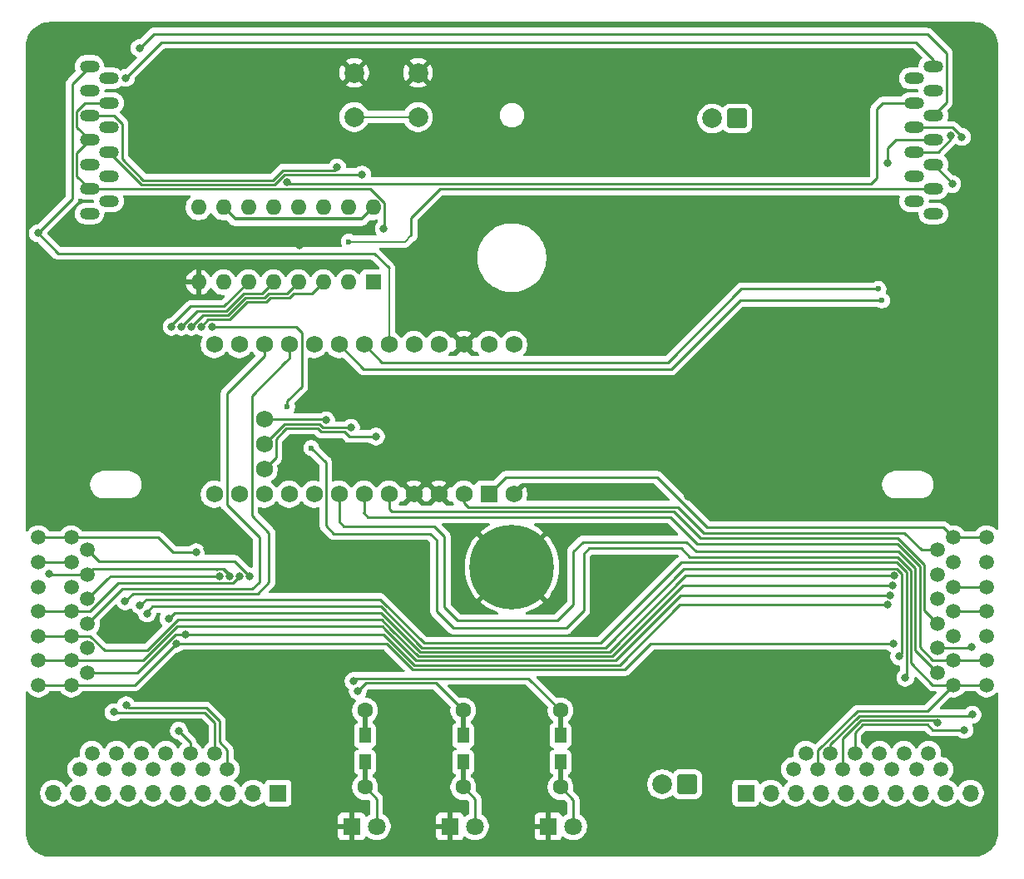
<source format=gtl>
G04 #@! TF.GenerationSoftware,KiCad,Pcbnew,9.0.7*
G04 #@! TF.CreationDate,2026-02-20T16:37:26+01:00*
G04 #@! TF.ProjectId,nice_pillz,6e696365-5f70-4696-9c6c-7a2e6b696361,rev?*
G04 #@! TF.SameCoordinates,Original*
G04 #@! TF.FileFunction,Copper,L1,Top*
G04 #@! TF.FilePolarity,Positive*
%FSLAX46Y46*%
G04 Gerber Fmt 4.6, Leading zero omitted, Abs format (unit mm)*
G04 Created by KiCad (PCBNEW 9.0.7) date 2026-02-20 16:37:26*
%MOMM*%
%LPD*%
G01*
G04 APERTURE LIST*
G04 Aperture macros list*
%AMRoundRect*
0 Rectangle with rounded corners*
0 $1 Rounding radius*
0 $2 $3 $4 $5 $6 $7 $8 $9 X,Y pos of 4 corners*
0 Add a 4 corners polygon primitive as box body*
4,1,4,$2,$3,$4,$5,$6,$7,$8,$9,$2,$3,0*
0 Add four circle primitives for the rounded corners*
1,1,$1+$1,$2,$3*
1,1,$1+$1,$4,$5*
1,1,$1+$1,$6,$7*
1,1,$1+$1,$8,$9*
0 Add four rect primitives between the rounded corners*
20,1,$1+$1,$2,$3,$4,$5,0*
20,1,$1+$1,$4,$5,$6,$7,0*
20,1,$1+$1,$6,$7,$8,$9,0*
20,1,$1+$1,$8,$9,$2,$3,0*%
G04 Aperture macros list end*
G04 #@! TA.AperFunction,ComponentPad*
%ADD10C,2.000000*%
G04 #@! TD*
G04 #@! TA.AperFunction,ComponentPad*
%ADD11R,1.800000X1.800000*%
G04 #@! TD*
G04 #@! TA.AperFunction,ComponentPad*
%ADD12C,1.800000*%
G04 #@! TD*
G04 #@! TA.AperFunction,ComponentPad*
%ADD13C,8.600000*%
G04 #@! TD*
G04 #@! TA.AperFunction,ComponentPad*
%ADD14C,1.752600*%
G04 #@! TD*
G04 #@! TA.AperFunction,ComponentPad*
%ADD15O,2.000000X1.200000*%
G04 #@! TD*
G04 #@! TA.AperFunction,ComponentPad*
%ADD16C,1.511200*%
G04 #@! TD*
G04 #@! TA.AperFunction,ComponentPad*
%ADD17R,1.700000X1.700000*%
G04 #@! TD*
G04 #@! TA.AperFunction,ComponentPad*
%ADD18O,1.700000X1.700000*%
G04 #@! TD*
G04 #@! TA.AperFunction,SMDPad,CuDef*
%ADD19R,1.200000X1.500000*%
G04 #@! TD*
G04 #@! TA.AperFunction,SMDPad,CuDef*
%ADD20R,0.500000X2.900000*%
G04 #@! TD*
G04 #@! TA.AperFunction,ComponentPad*
%ADD21C,1.600000*%
G04 #@! TD*
G04 #@! TA.AperFunction,ComponentPad*
%ADD22R,1.752600X1.752600*%
G04 #@! TD*
G04 #@! TA.AperFunction,ComponentPad*
%ADD23RoundRect,0.250000X0.750000X0.750000X-0.750000X0.750000X-0.750000X-0.750000X0.750000X-0.750000X0*%
G04 #@! TD*
G04 #@! TA.AperFunction,ComponentPad*
%ADD24R,1.600000X1.600000*%
G04 #@! TD*
G04 #@! TA.AperFunction,ComponentPad*
%ADD25O,1.600000X1.600000*%
G04 #@! TD*
G04 #@! TA.AperFunction,ViaPad*
%ADD26C,0.600000*%
G04 #@! TD*
G04 #@! TA.AperFunction,ViaPad*
%ADD27C,0.800000*%
G04 #@! TD*
G04 #@! TA.AperFunction,Conductor*
%ADD28C,0.250000*%
G04 #@! TD*
G04 #@! TA.AperFunction,Conductor*
%ADD29C,0.200000*%
G04 #@! TD*
G04 #@! TA.AperFunction,Conductor*
%ADD30C,0.375000*%
G04 #@! TD*
G04 APERTURE END LIST*
D10*
X140450000Y-55675000D03*
X133950000Y-55675000D03*
X140450000Y-60175000D03*
X133950000Y-60175000D03*
D11*
X133700000Y-132400000D03*
D12*
X136240000Y-132400000D03*
D11*
X143700000Y-132400000D03*
D12*
X146240000Y-132400000D03*
D11*
X153700000Y-132400000D03*
D12*
X156240000Y-132400000D03*
D13*
X150000000Y-106000000D03*
D14*
X150177500Y-83343750D03*
X150177500Y-98583750D03*
D15*
X192900000Y-55000000D03*
X190900000Y-56250000D03*
X192900000Y-57500000D03*
X190900000Y-58750000D03*
X192900000Y-60000000D03*
X190900000Y-61250000D03*
X192900000Y-62500000D03*
X190900000Y-63750000D03*
X192900000Y-65000000D03*
X190900000Y-66250000D03*
X192900000Y-67500000D03*
X190900000Y-68750000D03*
X192900000Y-70000000D03*
X107000000Y-70000000D03*
X109000000Y-68750000D03*
X107000000Y-67500000D03*
X109000000Y-66250000D03*
X107000000Y-65000000D03*
X109000000Y-63750000D03*
X107000000Y-62500000D03*
X109000000Y-61250000D03*
X107000000Y-60000000D03*
X109000000Y-58750000D03*
X107000000Y-57500000D03*
X109000000Y-56250000D03*
X107000000Y-55000000D03*
D16*
X198300000Y-103000000D03*
X194950000Y-103000000D03*
X193300000Y-104250000D03*
X198300000Y-105500000D03*
X194950000Y-105500000D03*
X193300000Y-106750000D03*
X198300000Y-108000000D03*
X194950000Y-108000000D03*
X193300000Y-109250000D03*
X198300000Y-110500000D03*
X194950000Y-110500000D03*
X193300000Y-111750000D03*
X198300000Y-113000000D03*
X194950000Y-113000000D03*
X193300000Y-114250000D03*
X198300000Y-115500000D03*
X194950000Y-115500000D03*
X193300000Y-116750000D03*
X198300000Y-118000000D03*
X194950000Y-118000000D03*
X101800000Y-118000000D03*
X105150000Y-118000000D03*
X106800000Y-116750000D03*
X101800000Y-115500000D03*
X105150000Y-115500000D03*
X106800000Y-114250000D03*
X101800000Y-113000000D03*
X105150000Y-113000000D03*
X106800000Y-111750000D03*
X101800000Y-110500000D03*
X105150000Y-110500000D03*
X106800000Y-109250000D03*
X101800000Y-108000000D03*
X105150000Y-108000000D03*
X106800000Y-106750000D03*
X101800000Y-105500000D03*
X105150000Y-105500000D03*
X106800000Y-104250000D03*
X101800000Y-103000000D03*
X105150000Y-103000000D03*
D17*
X173800000Y-129000000D03*
D18*
X176340000Y-129000000D03*
X178880000Y-129000000D03*
X181420000Y-129000000D03*
X183960000Y-129000000D03*
X186500000Y-129000000D03*
X189040000Y-129000000D03*
X191580000Y-129000000D03*
X194120000Y-129000000D03*
X196660000Y-129000000D03*
D17*
X126200000Y-129000000D03*
D18*
X123660000Y-129000000D03*
X121120000Y-129000000D03*
X118580000Y-129000000D03*
X116040000Y-129000000D03*
X113500000Y-129000000D03*
X110960000Y-129000000D03*
X108420000Y-129000000D03*
X105880000Y-129000000D03*
X103340000Y-129000000D03*
D19*
X154940000Y-125850000D03*
D20*
X154940000Y-127000000D03*
D21*
X154940000Y-128400000D03*
X154940000Y-120600000D03*
D20*
X154940000Y-122000000D03*
D19*
X154940000Y-123150000D03*
D16*
X178657000Y-126590000D03*
X179907000Y-124940000D03*
X181157000Y-126590000D03*
X182407000Y-124940000D03*
X183657000Y-126590000D03*
X184907000Y-124940000D03*
X186157000Y-126590000D03*
X187407000Y-124940000D03*
X188657000Y-126590000D03*
X189907000Y-124940000D03*
X191157000Y-126590000D03*
X192407000Y-124940000D03*
X193657000Y-126590000D03*
X106013000Y-126590000D03*
X107263000Y-124940000D03*
X108513000Y-126590000D03*
X109763000Y-124940000D03*
X111013000Y-126590000D03*
X112263000Y-124940000D03*
X113513000Y-126590000D03*
X114763000Y-124940000D03*
X116013000Y-126590000D03*
X117263000Y-124940000D03*
X118513000Y-126590000D03*
X119763000Y-124940000D03*
X121013000Y-126590000D03*
D22*
X147637500Y-98583750D03*
D14*
X145097500Y-98583750D03*
X142557500Y-98583750D03*
X140017500Y-98583750D03*
X137477500Y-98583750D03*
X134937500Y-98583750D03*
X132397500Y-98583750D03*
X129857500Y-98583750D03*
X127317500Y-98583750D03*
X124777500Y-98583750D03*
X122237500Y-98583750D03*
X119697500Y-98583750D03*
X119697500Y-83343750D03*
X122237500Y-83343750D03*
X124777500Y-83343750D03*
X127317500Y-83343750D03*
X129857500Y-83343750D03*
X132397500Y-83343750D03*
X134937500Y-83343750D03*
X137477500Y-83343750D03*
X140017500Y-83343750D03*
X142557500Y-83343750D03*
X145097500Y-83343750D03*
X147637500Y-83343750D03*
X124777500Y-96043750D03*
X124777500Y-93503750D03*
X124777500Y-90963750D03*
D19*
X145040000Y-125850000D03*
D20*
X145040000Y-127000000D03*
D21*
X145040000Y-128400000D03*
X145040000Y-120600000D03*
D20*
X145040000Y-122000000D03*
D19*
X145040000Y-123150000D03*
D23*
X167825000Y-128100000D03*
D10*
X165285000Y-128100000D03*
D23*
X172925000Y-60325000D03*
D10*
X170385000Y-60325000D03*
D19*
X135040000Y-125850000D03*
D20*
X135040000Y-127000000D03*
D21*
X135040000Y-128400000D03*
X135040000Y-120600000D03*
D20*
X135040000Y-122000000D03*
D19*
X135040000Y-123150000D03*
D24*
X135875000Y-76993750D03*
D25*
X133335000Y-76993750D03*
X130795000Y-76993750D03*
X128255000Y-76993750D03*
X125715000Y-76993750D03*
X123175000Y-76993750D03*
X120635000Y-76993750D03*
X118095000Y-76993750D03*
X118095000Y-69373750D03*
X120635000Y-69373750D03*
X123175000Y-69373750D03*
X125715000Y-69373750D03*
X128255000Y-69373750D03*
X130795000Y-69373750D03*
X133335000Y-69373750D03*
X135875000Y-69373750D03*
D26*
X187675000Y-78850000D03*
D27*
X112089000Y-53161000D03*
X136960778Y-71573222D03*
D26*
X133387500Y-72862500D03*
D27*
X110700000Y-56200000D03*
X194700000Y-62100000D03*
X194800000Y-67000000D03*
X115850202Y-113776500D03*
X188849000Y-113792000D03*
X196754611Y-114120369D03*
X117363997Y-81534000D03*
X116800000Y-112825000D03*
X188214000Y-109855000D03*
X195800000Y-62200000D03*
X118364000Y-81534000D03*
X116363994Y-81534000D03*
X112866000Y-110725000D03*
X127127000Y-66775000D03*
X189425980Y-115100000D03*
X117850000Y-104500000D03*
X188883961Y-106888534D03*
X115061302Y-111241996D03*
X101756698Y-72009000D03*
X132210000Y-65315000D03*
X188466968Y-108843064D03*
X134750000Y-66040000D03*
X188713187Y-107873847D03*
D26*
X129575000Y-93875000D03*
D27*
X193300000Y-121845500D03*
X196850000Y-121031000D03*
X196050000Y-122570000D03*
X123268911Y-106933227D03*
X110625000Y-109475000D03*
X110744314Y-120075000D03*
X121269003Y-106923560D03*
X102895869Y-106700000D03*
X120269000Y-106923560D03*
X109474000Y-120777000D03*
X122268915Y-106936978D03*
X190037701Y-117262299D03*
X116088000Y-122655390D03*
X112141000Y-109900000D03*
X115363991Y-81534000D03*
X114400000Y-118100000D03*
X118950000Y-104125000D03*
X177546000Y-117856000D03*
X147701000Y-89789000D03*
X109093000Y-112141000D03*
X125603000Y-119126000D03*
X111725000Y-113375000D03*
X128397000Y-73279000D03*
X161544000Y-74930000D03*
X181102000Y-58928000D03*
D26*
X128675000Y-104000000D03*
X159600000Y-107475000D03*
X139750000Y-106200000D03*
D27*
X167894000Y-98806000D03*
D26*
X155125000Y-102025000D03*
D27*
X162814000Y-54102000D03*
D26*
X144500000Y-102100000D03*
D27*
X136144000Y-92710000D03*
X134315000Y-118618000D03*
X133604000Y-91821000D03*
X133865000Y-117602000D03*
X131064000Y-91059000D03*
X119507000Y-81534000D03*
D26*
X127125000Y-89675000D03*
D27*
X188214000Y-64850000D03*
D26*
X187300000Y-77675000D03*
D28*
X192900000Y-60000000D02*
X194224520Y-58675480D01*
X194224520Y-58675480D02*
X194224520Y-53674520D01*
X194224520Y-53674520D02*
X192275000Y-51725000D01*
X192275000Y-51725000D02*
X113525000Y-51725000D01*
X113525000Y-51725000D02*
X112089000Y-53161000D01*
X192900000Y-55000000D02*
X192900000Y-54325000D01*
X192900000Y-54325000D02*
X191125000Y-52550000D01*
X191125000Y-52550000D02*
X114350000Y-52550000D01*
X114350000Y-52550000D02*
X110700000Y-56200000D01*
D29*
X140450000Y-60175000D02*
X133950000Y-60175000D01*
D28*
X105150000Y-110500000D02*
X107077509Y-110500000D01*
X107077509Y-110500000D02*
X109928469Y-107649040D01*
X109928469Y-107649040D02*
X121570243Y-107649040D01*
X121570243Y-107649040D02*
X122268915Y-106950368D01*
X122268915Y-106950368D02*
X122268915Y-106936978D01*
X105150000Y-113000000D02*
X107078200Y-113000000D01*
X107078200Y-113000000D02*
X108528200Y-114450000D01*
X140455493Y-115077000D02*
X160223000Y-115077000D01*
X108528200Y-114450000D02*
X112878604Y-114450000D01*
X112878604Y-114450000D02*
X115978604Y-111350000D01*
X115978604Y-111350000D02*
X136748604Y-111350000D01*
X136748604Y-111350000D02*
X137720747Y-112322143D01*
X137720747Y-112322143D02*
X137720747Y-112342253D01*
X137720747Y-112342253D02*
X140455493Y-115077000D01*
X160223000Y-115077000D02*
X167426153Y-107873847D01*
X167426153Y-107873847D02*
X188713187Y-107873847D01*
X116800000Y-112825000D02*
X115776396Y-112825000D01*
X115776396Y-112825000D02*
X111851396Y-116750000D01*
X111851396Y-116750000D02*
X106800000Y-116750000D01*
X105150000Y-118000000D02*
X111626702Y-118000000D01*
X111626702Y-118000000D02*
X115850202Y-113776500D01*
X106800000Y-106750000D02*
X107350000Y-106200000D01*
X122268915Y-107206085D02*
X122268915Y-106936978D01*
X110350000Y-108200000D02*
X106800000Y-111750000D01*
X111450000Y-108200000D02*
X110350000Y-108200000D01*
X123575000Y-108200000D02*
X111450000Y-108200000D01*
X123575000Y-108200000D02*
X124268913Y-107506087D01*
X124268913Y-107506087D02*
X124268913Y-102943913D01*
X124268913Y-102943913D02*
X121000000Y-99675000D01*
X121000000Y-99675000D02*
X121000000Y-88300000D01*
X121000000Y-88300000D02*
X124777500Y-84522500D01*
X124777500Y-84522500D02*
X124777500Y-83343750D01*
X127317500Y-83343750D02*
X127317500Y-84757500D01*
X123525000Y-88525000D02*
X123525000Y-100750000D01*
X127317500Y-84757500D02*
X126975000Y-85100000D01*
X126975000Y-85100000D02*
X126950000Y-85100000D01*
X126950000Y-85100000D02*
X123525000Y-88525000D01*
X123525000Y-100750000D02*
X125268915Y-102493915D01*
X125268915Y-102493915D02*
X125268915Y-107531085D01*
X125268915Y-107531085D02*
X124100000Y-108700000D01*
X124100000Y-108700000D02*
X111400000Y-108700000D01*
X111400000Y-108700000D02*
X110625000Y-109475000D01*
X112141000Y-109900000D02*
X112767440Y-109273560D01*
X112767440Y-109273560D02*
X136581352Y-109273560D01*
X136581352Y-109273560D02*
X136791396Y-109483604D01*
X112866000Y-110725000D02*
X112866000Y-110559000D01*
X112866000Y-110559000D02*
X113425000Y-110000000D01*
X189700480Y-106679748D02*
X189700480Y-114825500D01*
X187832040Y-106148080D02*
X187833000Y-106147120D01*
X167526920Y-106148080D02*
X187832040Y-106148080D01*
X159498000Y-114177000D02*
X167526920Y-106148080D01*
X189167852Y-106147120D02*
X189700480Y-106679748D01*
X136671396Y-110000000D02*
X140848396Y-114177000D01*
X187833000Y-106147120D02*
X189167852Y-106147120D01*
X113425000Y-110000000D02*
X136671396Y-110000000D01*
X140848396Y-114177000D02*
X159498000Y-114177000D01*
X189700480Y-114825500D02*
X189425980Y-115100000D01*
X136791396Y-109483604D02*
X136703896Y-109396104D01*
X136703896Y-109396104D02*
X136632792Y-109325000D01*
X115061302Y-111241996D02*
X115678298Y-110625000D01*
X115678298Y-110625000D02*
X136660000Y-110625000D01*
X136660000Y-110625000D02*
X140662000Y-114627000D01*
X140662000Y-114627000D02*
X159923000Y-114627000D01*
X159923000Y-114627000D02*
X167661466Y-106888534D01*
X167661466Y-106888534D02*
X188883961Y-106888534D01*
X105150000Y-115500000D02*
X112465000Y-115500000D01*
X140269097Y-115527000D02*
X160508288Y-115527000D01*
X112465000Y-115500000D02*
X115915000Y-112050000D01*
X136812208Y-112050000D02*
X137085048Y-112322840D01*
X115915000Y-112050000D02*
X136812208Y-112050000D01*
X137085048Y-112322840D02*
X137085048Y-112342952D01*
X137085048Y-112342952D02*
X140269097Y-115527000D01*
X160508288Y-115527000D02*
X167192224Y-108843064D01*
X167192224Y-108843064D02*
X188466968Y-108843064D01*
X116800000Y-112825000D02*
X136930701Y-112825000D01*
X136930701Y-112825000D02*
X140082701Y-115977000D01*
X140082701Y-115977000D02*
X160948000Y-115977000D01*
X160948000Y-115977000D02*
X167070000Y-109855000D01*
X167070000Y-109855000D02*
X188214000Y-109855000D01*
X120269000Y-106923560D02*
X109126440Y-106923560D01*
X109126440Y-106923560D02*
X108850480Y-107199520D01*
X117975000Y-106200000D02*
X107350000Y-106200000D01*
X117975000Y-106200000D02*
X117977440Y-106197560D01*
X117977440Y-106197560D02*
X120569720Y-106197560D01*
X120569720Y-106197560D02*
X121269003Y-106896843D01*
X121269003Y-106896843D02*
X121269003Y-106923560D01*
X118864000Y-106200000D02*
X117975000Y-106200000D01*
X116825000Y-105400000D02*
X107950000Y-105400000D01*
X123268911Y-106910254D02*
X123268911Y-106933227D01*
X116825000Y-105400000D02*
X121758657Y-105400000D01*
X121758657Y-105400000D02*
X123268911Y-106910254D01*
X118327322Y-105400000D02*
X116825000Y-105400000D01*
X107950000Y-105400000D02*
X106800000Y-104250000D01*
X115490530Y-104500000D02*
X113990530Y-103000000D01*
X117850000Y-104500000D02*
X115490530Y-104500000D01*
X113990530Y-103000000D02*
X105150000Y-103000000D01*
X120269000Y-106923560D02*
X119881505Y-106923560D01*
X169575000Y-102525000D02*
X169550000Y-102500000D01*
X193300000Y-104250000D02*
X191700000Y-104250000D01*
X191700000Y-104250000D02*
X189950000Y-102500000D01*
X189950000Y-102500000D02*
X169550000Y-102500000D01*
X115850202Y-113776500D02*
X137245804Y-113776500D01*
X137245804Y-113776500D02*
X139896305Y-116427000D01*
X139896305Y-116427000D02*
X161498000Y-116427000D01*
X161498000Y-116427000D02*
X164133000Y-113792000D01*
X164133000Y-113792000D02*
X188849000Y-113792000D01*
X190037701Y-117262299D02*
X190150480Y-117149520D01*
X189182128Y-105525000D02*
X167225000Y-105525000D01*
X190150480Y-117149520D02*
X190150480Y-106493352D01*
X190150480Y-106493352D02*
X189182128Y-105525000D01*
X167225000Y-105525000D02*
X159023000Y-113727000D01*
X159023000Y-113727000D02*
X141034792Y-113727000D01*
X141034792Y-113727000D02*
X136791396Y-109483604D01*
X157850000Y-104100000D02*
X167225000Y-104100000D01*
X131059800Y-95359800D02*
X131059800Y-101784800D01*
X167225000Y-104100000D02*
X168100000Y-104975000D01*
X157300000Y-104650000D02*
X157850000Y-104100000D01*
X155550000Y-112200000D02*
X157300000Y-110450000D01*
X168100000Y-104975000D02*
X189267846Y-104975000D01*
X144050000Y-112200000D02*
X155550000Y-112200000D01*
X142325000Y-103250000D02*
X142325000Y-110475000D01*
X157300000Y-110450000D02*
X157300000Y-104650000D01*
X141675000Y-102600000D02*
X142325000Y-103250000D01*
X131875000Y-102600000D02*
X141675000Y-102600000D01*
X142325000Y-110475000D02*
X144050000Y-112200000D01*
X131059800Y-101784800D02*
X131875000Y-102600000D01*
X129575000Y-93875000D02*
X131059800Y-95359800D01*
X189267846Y-104975000D02*
X190600000Y-106307154D01*
X190600000Y-106307154D02*
X190600000Y-115757468D01*
X192842532Y-118000000D02*
X194950000Y-118000000D01*
X190600000Y-115757468D02*
X192842532Y-118000000D01*
X170950000Y-104400000D02*
X189328564Y-104400000D01*
X170950000Y-104400000D02*
X168725000Y-104400000D01*
X191050480Y-106121916D02*
X191050480Y-114500480D01*
X170067288Y-104400000D02*
X170950000Y-104400000D01*
X189328564Y-104400000D02*
X191050480Y-106121916D01*
X191050480Y-114500480D02*
X193300000Y-116750000D01*
X170528966Y-103675000D02*
X168875000Y-103675000D01*
X191500000Y-105935718D02*
X191500000Y-114157468D01*
X170528966Y-103675000D02*
X189239282Y-103675000D01*
X191500000Y-114157468D02*
X192842532Y-115500000D01*
X189239282Y-103675000D02*
X191500000Y-105935718D01*
X192842532Y-115500000D02*
X194950000Y-115500000D01*
X171850000Y-103050000D02*
X189249999Y-103050000D01*
X169175000Y-103050000D02*
X166475000Y-100350000D01*
X171850000Y-103050000D02*
X169175000Y-103050000D01*
X170890644Y-103050000D02*
X171850000Y-103050000D01*
X189249999Y-103050000D02*
X191949520Y-105749521D01*
X191949520Y-105749521D02*
X191949520Y-110399520D01*
X191949520Y-110399520D02*
X193300000Y-111750000D01*
X169550000Y-102500000D02*
X166925000Y-99875000D01*
X166925000Y-99875000D02*
X145525000Y-99875000D01*
X145525000Y-99875000D02*
X145100000Y-99450000D01*
X145100000Y-99450000D02*
X145097500Y-99452500D01*
X145097500Y-99452500D02*
X145097500Y-98583750D01*
X132875000Y-101825000D02*
X132397500Y-101347500D01*
X142075000Y-101825000D02*
X132875000Y-101825000D01*
X143125000Y-102875000D02*
X142075000Y-101825000D01*
X132397500Y-101347500D02*
X132397500Y-98583750D01*
X154600000Y-111450000D02*
X144500000Y-111450000D01*
X156250000Y-104400000D02*
X156250000Y-109800000D01*
X157225000Y-103425000D02*
X156250000Y-104400000D01*
X143125000Y-110075000D02*
X143125000Y-102875000D01*
X167750000Y-103425000D02*
X157225000Y-103425000D01*
X168725000Y-104400000D02*
X167750000Y-103425000D01*
X144500000Y-111450000D02*
X143125000Y-110075000D01*
X156250000Y-109800000D02*
X154600000Y-111450000D01*
X134900000Y-100450000D02*
X134937500Y-100412500D01*
X168875000Y-103675000D02*
X166100000Y-100900000D01*
X166100000Y-100900000D02*
X135350000Y-100900000D01*
X135350000Y-100900000D02*
X134900000Y-100450000D01*
X134937500Y-100412500D02*
X134937500Y-98583750D01*
X166475000Y-100350000D02*
X137775000Y-100350000D01*
X137775000Y-100350000D02*
X137477500Y-100052500D01*
X137477500Y-100052500D02*
X137477500Y-98583750D01*
X194950000Y-103000000D02*
X193925000Y-101975000D01*
X193925000Y-101975000D02*
X169900000Y-101975000D01*
X149371250Y-96850000D02*
X147637500Y-98583750D01*
X169900000Y-101975000D02*
X164775000Y-96850000D01*
X164775000Y-96850000D02*
X149371250Y-96850000D01*
X134878750Y-85825000D02*
X132397500Y-83343750D01*
X169123902Y-82948902D02*
X166247804Y-85825000D01*
X166247804Y-85825000D02*
X134878750Y-85825000D01*
X173222804Y-78850000D02*
X187675000Y-78850000D01*
X169123902Y-82948902D02*
X173222804Y-78850000D01*
X137000000Y-68907759D02*
X137000000Y-71534000D01*
X107000000Y-62500000D02*
X105675480Y-63824520D01*
X105675480Y-61175480D02*
X107000000Y-62500000D01*
X105675480Y-63824520D02*
X105675480Y-66175480D01*
X107000000Y-67500000D02*
X128016000Y-67500000D01*
X137000000Y-71534000D02*
X136960778Y-71573222D01*
X135592241Y-67500000D02*
X137000000Y-68907759D01*
X129921000Y-67500000D02*
X135592241Y-67500000D01*
X106542532Y-58750000D02*
X105675480Y-59617052D01*
X105675480Y-59617052D02*
X105675480Y-61175480D01*
X128016000Y-67500000D02*
X129921000Y-67500000D01*
X105675480Y-66175480D02*
X107000000Y-67500000D01*
X109000000Y-58750000D02*
X106542532Y-58750000D01*
X188900000Y-67500000D02*
X187300000Y-67500000D01*
X140650000Y-69525000D02*
X139750000Y-70425000D01*
X142675000Y-67500000D02*
X140650000Y-69525000D01*
X187300000Y-67500000D02*
X142675000Y-67500000D01*
D29*
X133387500Y-72862500D02*
X139112500Y-72862500D01*
D28*
X194700000Y-62407468D02*
X194700000Y-62100000D01*
X193357468Y-63750000D02*
X194700000Y-62407468D01*
D29*
X139112500Y-72862500D02*
X139750000Y-72225000D01*
D28*
X139750000Y-70425000D02*
X139750000Y-72225000D01*
X187300000Y-67500000D02*
X192900000Y-67500000D01*
X188900000Y-67500000D02*
X188100000Y-67500000D01*
X190900000Y-63750000D02*
X193357468Y-63750000D01*
X128255000Y-76993750D02*
X127130000Y-78118750D01*
X192900000Y-65000000D02*
X194800000Y-66900000D01*
X122895405Y-78568750D02*
X121105155Y-80359000D01*
X194800000Y-66900000D02*
X194800000Y-67000000D01*
X125235750Y-78118750D02*
X124785750Y-78568750D01*
X118513695Y-80359000D02*
X117363997Y-81508698D01*
X121105155Y-80359000D02*
X118513695Y-80359000D01*
X124785750Y-78568750D02*
X122895405Y-78568750D01*
X196624980Y-114250000D02*
X193300000Y-114250000D01*
X127130000Y-78118750D02*
X125235750Y-78118750D01*
X117363997Y-81508698D02*
X117363997Y-81534000D01*
X101800000Y-118000000D02*
X105150000Y-118000000D01*
X196754611Y-114120369D02*
X196624980Y-114250000D01*
X190900000Y-61250000D02*
X194874614Y-61250000D01*
X195800000Y-62175386D02*
X195800000Y-62200000D01*
X130795000Y-76993750D02*
X129670000Y-78118750D01*
X194950000Y-110500000D02*
X198300000Y-110500000D01*
X194874614Y-61250000D02*
X195800000Y-62175386D01*
X127789009Y-78118750D02*
X127339009Y-78568750D01*
X129670000Y-78118750D02*
X127789009Y-78118750D01*
X125422146Y-78568750D02*
X124972146Y-79018750D01*
X119089000Y-80809000D02*
X118364000Y-81534000D01*
X127339009Y-78568750D02*
X125422146Y-78568750D01*
X123081801Y-79018750D02*
X121291551Y-80809000D01*
X121291551Y-80809000D02*
X119089000Y-80809000D01*
X124972146Y-79018750D02*
X123081801Y-79018750D01*
X187125000Y-59350000D02*
X187725000Y-58750000D01*
X187125000Y-66410378D02*
X187125000Y-59350000D01*
X187725000Y-58750000D02*
X190900000Y-58750000D01*
X127318000Y-66966000D02*
X186569378Y-66966000D01*
X116363994Y-81508698D02*
X116363994Y-81534000D01*
X127127000Y-66775000D02*
X127318000Y-66966000D01*
X125715000Y-76993750D02*
X124590000Y-78118750D01*
X120918759Y-79909000D02*
X117963692Y-79909000D01*
X186569378Y-66966000D02*
X187125000Y-66410378D01*
X117963692Y-79909000D02*
X116363994Y-81508698D01*
X124590000Y-78118750D02*
X122709009Y-78118750D01*
X122709009Y-78118750D02*
X120918759Y-79909000D01*
X101756698Y-72009000D02*
X103822698Y-74075000D01*
X105225960Y-68539738D02*
X105225960Y-67691000D01*
X107000000Y-55000000D02*
X105225960Y-56774040D01*
D29*
X137477500Y-83343750D02*
X137477500Y-75550000D01*
D28*
X105225960Y-56774040D02*
X105225960Y-67691000D01*
X103822698Y-74075000D02*
X136002500Y-74075000D01*
X101800000Y-103000000D02*
X105150000Y-103000000D01*
X136002500Y-74075000D02*
X137477500Y-75550000D01*
X101756698Y-72009000D02*
X105225960Y-68539738D01*
X125640299Y-66600000D02*
X112486396Y-66600000D01*
X112486396Y-66600000D02*
X110325000Y-64438604D01*
X110325000Y-64438604D02*
X110325000Y-60866852D01*
X131935000Y-65590000D02*
X126650299Y-65590000D01*
X132210000Y-65315000D02*
X131935000Y-65590000D01*
X110325000Y-60866852D02*
X109458148Y-60000000D01*
X126650299Y-65590000D02*
X125640299Y-66600000D01*
X109458148Y-60000000D02*
X107000000Y-60000000D01*
X101800000Y-115500000D02*
X105150000Y-115500000D01*
X112300000Y-67050000D02*
X109000000Y-63750000D01*
X125826695Y-67050000D02*
X112300000Y-67050000D01*
X127137000Y-66040000D02*
X127127000Y-66050000D01*
X194950000Y-108000000D02*
X198300000Y-108000000D01*
X134750000Y-66040000D02*
X127137000Y-66040000D01*
X127127000Y-66050000D02*
X126826695Y-66050000D01*
X126826695Y-66050000D02*
X125826695Y-67050000D01*
X101800000Y-113000000D02*
X105150000Y-113000000D01*
X192279500Y-120670500D02*
X194950000Y-118000000D01*
X185148300Y-120670500D02*
X192279500Y-120670500D01*
X181157000Y-126590000D02*
X181157000Y-124661800D01*
X181157000Y-124661800D02*
X185148300Y-120670500D01*
X194950000Y-118000000D02*
X198300000Y-118000000D01*
X193025000Y-121570500D02*
X185521092Y-121570500D01*
X193300000Y-121845500D02*
X193025000Y-121570500D01*
X183657000Y-123434592D02*
X183657000Y-126590000D01*
X185521092Y-121570500D02*
X183657000Y-123434592D01*
X196760500Y-121120500D02*
X185334696Y-121120500D01*
X194950000Y-115500000D02*
X198300000Y-115500000D01*
X182407000Y-124048196D02*
X182407000Y-124940000D01*
X196850000Y-121031000D02*
X196760500Y-121120500D01*
X185334696Y-121120500D02*
X182407000Y-124048196D01*
X198300000Y-103000000D02*
X194950000Y-103000000D01*
X192827500Y-122570000D02*
X192278000Y-122020500D01*
X185707488Y-122020500D02*
X184907000Y-122820988D01*
X184907000Y-122820988D02*
X184907000Y-124940000D01*
X192278000Y-122020500D02*
X185707488Y-122020500D01*
X196050000Y-122570000D02*
X192827500Y-122570000D01*
X106800000Y-111413227D02*
X106800000Y-111750000D01*
X110744314Y-120096794D02*
X110744314Y-120075000D01*
X120213000Y-123825000D02*
X120213000Y-121631604D01*
X121013000Y-124625000D02*
X120213000Y-123825000D01*
X110997520Y-120350000D02*
X110744314Y-120096794D01*
X120213000Y-121631604D02*
X118931396Y-120350000D01*
X118931396Y-120350000D02*
X110997520Y-120350000D01*
X101800000Y-105500000D02*
X105150000Y-105500000D01*
X121013000Y-126590000D02*
X121013000Y-124625000D01*
X102945869Y-106750000D02*
X106800000Y-106750000D01*
X102895869Y-106700000D02*
X102945869Y-106750000D01*
X119941628Y-106225627D02*
X119968695Y-106198560D01*
X121269003Y-106780563D02*
X121269003Y-106923560D01*
X119968695Y-106198560D02*
X120687000Y-106198560D01*
X120687000Y-106198560D02*
X121269003Y-106780563D01*
X119763000Y-121818000D02*
X119763000Y-124940000D01*
X109474000Y-120777000D02*
X109497000Y-120800000D01*
X118745000Y-120800000D02*
X119763000Y-121818000D01*
X108850480Y-107199520D02*
X106800000Y-109250000D01*
X109497000Y-120800000D02*
X118745000Y-120800000D01*
X101800000Y-110500000D02*
X105150000Y-110500000D01*
X123175000Y-76993750D02*
X120709750Y-79459000D01*
X117311764Y-79459000D02*
X115363991Y-81406773D01*
X120709750Y-79459000D02*
X117311764Y-79459000D01*
X115363991Y-81406773D02*
X115363991Y-81534000D01*
X117263000Y-123830390D02*
X116088000Y-122655390D01*
X117263000Y-124940000D02*
X117263000Y-123830390D01*
X127053896Y-91863750D02*
X128778000Y-91863750D01*
X128778000Y-91863750D02*
X130207049Y-91863750D01*
X132969000Y-92234000D02*
X133445000Y-92710000D01*
X125978800Y-94842450D02*
X125978800Y-93345000D01*
X130950091Y-92234000D02*
X132969000Y-92234000D01*
X125978800Y-93345000D02*
X125978800Y-92938846D01*
X130207049Y-91863750D02*
X130577299Y-92234000D01*
X125978800Y-92938846D02*
X126794323Y-92123323D01*
X124777500Y-96043750D02*
X125978800Y-94842450D01*
X136144000Y-92710000D02*
X133445000Y-92710000D01*
X133445000Y-92710000D02*
X136271000Y-92710000D01*
X130577299Y-92234000D02*
X130950091Y-92234000D01*
X126794323Y-92123323D02*
X127053896Y-91863750D01*
X130393445Y-91413750D02*
X130487848Y-91508153D01*
X130763695Y-91784000D02*
X133567000Y-91784000D01*
X133567000Y-91784000D02*
X133604000Y-91821000D01*
X130487848Y-91508153D02*
X130763695Y-91784000D01*
X124777500Y-93503750D02*
X126867500Y-91413750D01*
X127762000Y-91413750D02*
X129921000Y-91413750D01*
X134315000Y-118618000D02*
X135156000Y-117777000D01*
X129921000Y-91413750D02*
X130393445Y-91413750D01*
X126867500Y-91413750D02*
X127762000Y-91413750D01*
X135156000Y-117777000D02*
X142217000Y-117777000D01*
X142217000Y-117777000D02*
X145040000Y-120600000D01*
X134140000Y-117327000D02*
X151667000Y-117327000D01*
X133865000Y-117602000D02*
X134140000Y-117327000D01*
X124777500Y-90963750D02*
X130968750Y-90963750D01*
X130968750Y-90963750D02*
X131064000Y-91059000D01*
X151667000Y-117327000D02*
X154940000Y-120600000D01*
X128059000Y-81534000D02*
X128625000Y-82100000D01*
X119507000Y-81534000D02*
X128059000Y-81534000D01*
X127125000Y-89100000D02*
X127125000Y-89675000D01*
X128625000Y-82100000D02*
X128625000Y-87600000D01*
X128625000Y-87600000D02*
X127125000Y-89100000D01*
D30*
X134687500Y-70561250D02*
X121822500Y-70561250D01*
X135875000Y-69373750D02*
X134687500Y-70561250D01*
X121822500Y-70561250D02*
X120635000Y-69373750D01*
D28*
X136240000Y-132400000D02*
X136240000Y-129600000D01*
X136240000Y-129600000D02*
X135040000Y-128400000D01*
X146240000Y-132400000D02*
X146240000Y-129600000D01*
X146240000Y-129600000D02*
X145040000Y-128400000D01*
X156240000Y-132400000D02*
X156240000Y-129700000D01*
X156240000Y-129700000D02*
X154940000Y-128400000D01*
X192900000Y-62500000D02*
X189089000Y-62500000D01*
X189089000Y-62500000D02*
X188214000Y-63375000D01*
X188214000Y-64850000D02*
X188214000Y-63375000D01*
X187181250Y-77793750D02*
X187300000Y-77675000D01*
X187300000Y-77675000D02*
X173325000Y-77675000D01*
X173325000Y-77675000D02*
X165850000Y-85150000D01*
X165850000Y-85150000D02*
X136743750Y-85150000D01*
X136743750Y-85150000D02*
X134937500Y-83343750D01*
G04 #@! TA.AperFunction,Conductor*
G36*
X136999331Y-114430002D02*
G01*
X137020305Y-114446905D01*
X139051805Y-116478405D01*
X139085831Y-116540717D01*
X139080766Y-116611532D01*
X139038219Y-116668368D01*
X138971699Y-116693179D01*
X138962710Y-116693500D01*
X134077603Y-116693500D01*
X134040620Y-116700856D01*
X133991463Y-116700855D01*
X133954488Y-116693501D01*
X133954481Y-116693500D01*
X133954479Y-116693500D01*
X133775521Y-116693500D01*
X133775518Y-116693500D01*
X133644771Y-116719507D01*
X133600000Y-116728413D01*
X133599999Y-116728413D01*
X133599996Y-116728414D01*
X133434662Y-116796899D01*
X133285869Y-116896319D01*
X133285862Y-116896324D01*
X133159324Y-117022862D01*
X133159319Y-117022869D01*
X133117383Y-117085632D01*
X133059898Y-117171664D01*
X133059419Y-117172820D01*
X132991414Y-117336996D01*
X132991413Y-117336999D01*
X132991413Y-117337000D01*
X132988473Y-117351780D01*
X132956500Y-117512518D01*
X132956500Y-117512521D01*
X132956500Y-117691479D01*
X132991413Y-117867000D01*
X133059898Y-118032336D01*
X133159322Y-118181135D01*
X133285865Y-118307678D01*
X133361120Y-118357962D01*
X133406648Y-118412438D01*
X133415496Y-118482881D01*
X133414697Y-118487306D01*
X133406500Y-118528513D01*
X133406500Y-118528521D01*
X133406500Y-118707479D01*
X133441413Y-118883000D01*
X133509898Y-119048336D01*
X133609322Y-119197135D01*
X133735865Y-119323678D01*
X133884664Y-119423102D01*
X134050000Y-119491587D01*
X134051084Y-119492036D01*
X134106364Y-119536585D01*
X134128785Y-119603948D01*
X134111226Y-119672740D01*
X134091961Y-119697540D01*
X134041932Y-119747569D01*
X133920873Y-119914193D01*
X133827367Y-120097708D01*
X133827364Y-120097714D01*
X133763721Y-120293587D01*
X133763720Y-120293590D01*
X133763720Y-120293592D01*
X133731500Y-120497019D01*
X133731500Y-120702981D01*
X133763720Y-120906408D01*
X133763721Y-120906412D01*
X133807777Y-121042003D01*
X133827366Y-121102290D01*
X133920871Y-121285803D01*
X133920873Y-121285806D01*
X133928282Y-121296003D01*
X134041932Y-121452430D01*
X134041934Y-121452432D01*
X134041936Y-121452435D01*
X134187558Y-121598057D01*
X134187564Y-121598062D01*
X134187570Y-121598068D01*
X134229561Y-121628575D01*
X134232955Y-121632977D01*
X134238012Y-121635287D01*
X134254397Y-121660783D01*
X134272914Y-121684795D01*
X134274187Y-121691576D01*
X134276396Y-121695013D01*
X134281500Y-121730511D01*
X134281500Y-121828915D01*
X134261498Y-121897036D01*
X134207842Y-121943529D01*
X134199538Y-121946969D01*
X134193796Y-121949110D01*
X134076738Y-122036738D01*
X133989112Y-122153792D01*
X133989110Y-122153797D01*
X133938011Y-122290795D01*
X133938009Y-122290803D01*
X133931500Y-122351350D01*
X133931500Y-123948649D01*
X133938009Y-124009196D01*
X133938011Y-124009204D01*
X133989110Y-124146202D01*
X133989112Y-124146207D01*
X134076738Y-124263261D01*
X134193792Y-124350887D01*
X134193794Y-124350888D01*
X134193796Y-124350889D01*
X134227018Y-124363280D01*
X134277058Y-124381945D01*
X134333894Y-124424492D01*
X134358704Y-124491012D01*
X134343612Y-124560386D01*
X134293410Y-124610588D01*
X134277058Y-124618055D01*
X134193797Y-124649110D01*
X134193792Y-124649112D01*
X134076738Y-124736738D01*
X133989112Y-124853792D01*
X133989110Y-124853797D01*
X133938011Y-124990795D01*
X133938009Y-124990803D01*
X133931500Y-125051350D01*
X133931500Y-126648649D01*
X133938009Y-126709196D01*
X133938011Y-126709204D01*
X133989110Y-126846202D01*
X133989112Y-126846207D01*
X134076738Y-126963261D01*
X134193792Y-127050887D01*
X134193794Y-127050888D01*
X134193796Y-127050889D01*
X134197510Y-127052274D01*
X134199533Y-127053029D01*
X134217544Y-127066512D01*
X134238012Y-127075860D01*
X134245410Y-127087372D01*
X134256369Y-127095576D01*
X134264232Y-127116659D01*
X134276396Y-127135586D01*
X134279598Y-127157857D01*
X134281179Y-127162096D01*
X134281500Y-127171084D01*
X134281500Y-127269487D01*
X134261498Y-127337608D01*
X134229562Y-127371422D01*
X134187570Y-127401931D01*
X134187564Y-127401936D01*
X134041936Y-127547564D01*
X134041934Y-127547567D01*
X133920873Y-127714193D01*
X133827367Y-127897708D01*
X133827364Y-127897714D01*
X133763721Y-128093587D01*
X133763721Y-128093589D01*
X133763720Y-128093592D01*
X133731500Y-128297019D01*
X133731500Y-128502981D01*
X133759389Y-128679063D01*
X133763721Y-128706412D01*
X133826801Y-128900553D01*
X133827366Y-128902290D01*
X133919304Y-129082727D01*
X133920873Y-129085806D01*
X133936210Y-129106916D01*
X134041932Y-129252430D01*
X134041934Y-129252432D01*
X134041936Y-129252435D01*
X134187564Y-129398063D01*
X134187567Y-129398065D01*
X134187570Y-129398068D01*
X134354197Y-129519129D01*
X134537710Y-129612634D01*
X134733592Y-129676280D01*
X134937019Y-129708500D01*
X134937022Y-129708500D01*
X135142978Y-129708500D01*
X135142981Y-129708500D01*
X135346408Y-129676280D01*
X135346411Y-129676278D01*
X135346853Y-129676209D01*
X135352366Y-129676921D01*
X135357575Y-129674979D01*
X135387201Y-129681423D01*
X135417264Y-129685309D01*
X135422956Y-129689201D01*
X135426949Y-129690070D01*
X135455659Y-129711563D01*
X135569595Y-129825499D01*
X135603621Y-129887811D01*
X135606500Y-129914594D01*
X135606500Y-131064775D01*
X135586498Y-131132896D01*
X135537704Y-131177041D01*
X135501784Y-131195343D01*
X135322421Y-131325658D01*
X135282420Y-131365659D01*
X135220108Y-131399684D01*
X135149292Y-131394618D01*
X135092457Y-131352071D01*
X135075270Y-131320596D01*
X135050443Y-131254033D01*
X134962904Y-131137095D01*
X134845965Y-131049555D01*
X134709093Y-130998505D01*
X134648597Y-130992000D01*
X133954000Y-130992000D01*
X133954000Y-132027031D01*
X133873694Y-131980667D01*
X133759244Y-131950000D01*
X133640756Y-131950000D01*
X133526306Y-131980667D01*
X133446000Y-132027031D01*
X133446000Y-130992000D01*
X132751402Y-130992000D01*
X132690906Y-130998505D01*
X132554035Y-131049555D01*
X132554034Y-131049555D01*
X132437095Y-131137095D01*
X132349555Y-131254034D01*
X132349555Y-131254035D01*
X132298505Y-131390906D01*
X132292000Y-131451402D01*
X132292000Y-132146000D01*
X133327032Y-132146000D01*
X133280667Y-132226306D01*
X133250000Y-132340756D01*
X133250000Y-132459244D01*
X133280667Y-132573694D01*
X133327032Y-132654000D01*
X132292000Y-132654000D01*
X132292000Y-133348597D01*
X132298505Y-133409093D01*
X132349555Y-133545964D01*
X132349555Y-133545965D01*
X132437095Y-133662904D01*
X132554034Y-133750444D01*
X132690906Y-133801494D01*
X132751402Y-133807999D01*
X132751415Y-133808000D01*
X133446000Y-133808000D01*
X133446000Y-132772968D01*
X133526306Y-132819333D01*
X133640756Y-132850000D01*
X133759244Y-132850000D01*
X133873694Y-132819333D01*
X133954000Y-132772968D01*
X133954000Y-133808000D01*
X134648585Y-133808000D01*
X134648597Y-133807999D01*
X134709093Y-133801494D01*
X134845964Y-133750444D01*
X134845965Y-133750444D01*
X134962904Y-133662904D01*
X135050444Y-133545965D01*
X135075270Y-133479404D01*
X135117817Y-133422568D01*
X135184337Y-133397757D01*
X135253711Y-133412848D01*
X135282421Y-133434341D01*
X135322421Y-133474341D01*
X135322424Y-133474343D01*
X135501785Y-133604657D01*
X135699324Y-133705308D01*
X135910176Y-133773818D01*
X136129149Y-133808500D01*
X136129152Y-133808500D01*
X136350848Y-133808500D01*
X136350851Y-133808500D01*
X136569824Y-133773818D01*
X136780676Y-133705308D01*
X136978215Y-133604657D01*
X137157576Y-133474343D01*
X137314343Y-133317576D01*
X137444657Y-133138215D01*
X137545308Y-132940676D01*
X137613818Y-132729824D01*
X137648500Y-132510851D01*
X137648500Y-132289149D01*
X137613818Y-132070176D01*
X137545308Y-131859324D01*
X137444657Y-131661785D01*
X137314343Y-131482424D01*
X137314340Y-131482421D01*
X137314338Y-131482418D01*
X137157578Y-131325658D01*
X136978215Y-131195343D01*
X136942296Y-131177041D01*
X136890681Y-131128293D01*
X136873500Y-131064775D01*
X136873500Y-129537607D01*
X136873499Y-129537603D01*
X136870293Y-129521484D01*
X136849155Y-129415215D01*
X136801400Y-129299925D01*
X136732071Y-129196167D01*
X136643833Y-129107929D01*
X136351562Y-128815658D01*
X136317537Y-128753347D01*
X136316209Y-128706853D01*
X136316278Y-128706411D01*
X136316280Y-128706408D01*
X136348500Y-128502981D01*
X136348500Y-128297019D01*
X136316280Y-128093592D01*
X136252634Y-127897710D01*
X136159129Y-127714197D01*
X136038068Y-127547570D01*
X136038065Y-127547567D01*
X136038063Y-127547564D01*
X135892435Y-127401936D01*
X135892429Y-127401931D01*
X135850438Y-127371422D01*
X135847043Y-127367019D01*
X135841988Y-127364711D01*
X135825597Y-127339207D01*
X135807085Y-127315199D01*
X135805811Y-127308420D01*
X135803604Y-127304985D01*
X135798500Y-127269487D01*
X135798500Y-127171084D01*
X135818502Y-127102963D01*
X135872158Y-127056470D01*
X135880467Y-127053029D01*
X135881694Y-127052570D01*
X135886204Y-127050889D01*
X136003261Y-126963261D01*
X136068322Y-126876350D01*
X136090887Y-126846207D01*
X136090887Y-126846206D01*
X136090889Y-126846204D01*
X136141989Y-126709201D01*
X136142762Y-126702019D01*
X136148499Y-126648649D01*
X136148500Y-126648632D01*
X136148500Y-125051367D01*
X136148499Y-125051350D01*
X136141990Y-124990803D01*
X136141988Y-124990795D01*
X136090889Y-124853797D01*
X136090887Y-124853792D01*
X136003261Y-124736738D01*
X135886207Y-124649112D01*
X135886203Y-124649110D01*
X135802941Y-124618055D01*
X135746105Y-124575509D01*
X135721295Y-124508988D01*
X135736387Y-124439614D01*
X135786589Y-124389412D01*
X135802941Y-124381945D01*
X135830924Y-124371507D01*
X135886204Y-124350889D01*
X135920891Y-124324923D01*
X136003261Y-124263261D01*
X136090887Y-124146207D01*
X136090887Y-124146206D01*
X136090889Y-124146204D01*
X136141989Y-124009201D01*
X136148500Y-123948638D01*
X136148500Y-122351362D01*
X136143516Y-122305000D01*
X136141990Y-122290803D01*
X136141988Y-122290795D01*
X136090889Y-122153797D01*
X136090887Y-122153792D01*
X136003261Y-122036738D01*
X135886203Y-121949110D01*
X135880462Y-121946969D01*
X135862450Y-121933484D01*
X135841988Y-121924139D01*
X135834587Y-121912624D01*
X135823628Y-121904419D01*
X135815766Y-121883337D01*
X135803604Y-121864413D01*
X135800400Y-121842133D01*
X135798821Y-121837898D01*
X135798500Y-121828915D01*
X135798500Y-121730511D01*
X135818502Y-121662390D01*
X135850437Y-121628577D01*
X135892430Y-121598068D01*
X136038068Y-121452430D01*
X136159129Y-121285803D01*
X136252634Y-121102290D01*
X136316280Y-120906408D01*
X136348500Y-120702981D01*
X136348500Y-120497019D01*
X136316280Y-120293592D01*
X136252634Y-120097710D01*
X136159129Y-119914197D01*
X136038068Y-119747570D01*
X136038065Y-119747567D01*
X136038063Y-119747564D01*
X135892435Y-119601936D01*
X135892432Y-119601934D01*
X135892430Y-119601932D01*
X135746441Y-119495865D01*
X135725806Y-119480873D01*
X135725805Y-119480872D01*
X135725803Y-119480871D01*
X135542290Y-119387366D01*
X135542287Y-119387365D01*
X135542285Y-119387364D01*
X135346412Y-119323721D01*
X135346410Y-119323720D01*
X135346408Y-119323720D01*
X135224016Y-119304334D01*
X135169771Y-119295743D01*
X135105618Y-119265330D01*
X135068091Y-119205062D01*
X135069105Y-119134072D01*
X135084716Y-119101294D01*
X135120102Y-119048336D01*
X135188587Y-118883000D01*
X135223500Y-118707479D01*
X135223500Y-118657595D01*
X135232285Y-118627674D01*
X135238913Y-118597209D01*
X135242726Y-118592114D01*
X135243502Y-118589474D01*
X135260405Y-118568499D01*
X135381501Y-118447404D01*
X135443813Y-118413379D01*
X135470596Y-118410500D01*
X141902406Y-118410500D01*
X141970527Y-118430502D01*
X141991501Y-118447405D01*
X143728437Y-120184341D01*
X143762463Y-120246653D01*
X143763791Y-120293147D01*
X143763721Y-120293588D01*
X143763720Y-120293592D01*
X143731500Y-120497019D01*
X143731500Y-120702981D01*
X143763720Y-120906408D01*
X143763721Y-120906412D01*
X143807777Y-121042003D01*
X143827366Y-121102290D01*
X143920871Y-121285803D01*
X143920873Y-121285806D01*
X143928282Y-121296003D01*
X144041932Y-121452430D01*
X144041934Y-121452432D01*
X144041936Y-121452435D01*
X144187558Y-121598057D01*
X144187564Y-121598062D01*
X144187570Y-121598068D01*
X144229561Y-121628575D01*
X144232955Y-121632977D01*
X144238012Y-121635287D01*
X144254397Y-121660783D01*
X144272914Y-121684795D01*
X144274187Y-121691576D01*
X144276396Y-121695013D01*
X144281500Y-121730511D01*
X144281500Y-121828915D01*
X144261498Y-121897036D01*
X144207842Y-121943529D01*
X144199538Y-121946969D01*
X144193796Y-121949110D01*
X144076738Y-122036738D01*
X143989112Y-122153792D01*
X143989110Y-122153797D01*
X143938011Y-122290795D01*
X143938009Y-122290803D01*
X143931500Y-122351350D01*
X143931500Y-123948649D01*
X143938009Y-124009196D01*
X143938011Y-124009204D01*
X143989110Y-124146202D01*
X143989112Y-124146207D01*
X144076738Y-124263261D01*
X144193792Y-124350887D01*
X144193794Y-124350888D01*
X144193796Y-124350889D01*
X144227018Y-124363280D01*
X144277058Y-124381945D01*
X144333894Y-124424492D01*
X144358704Y-124491012D01*
X144343612Y-124560386D01*
X144293410Y-124610588D01*
X144277058Y-124618055D01*
X144193797Y-124649110D01*
X144193792Y-124649112D01*
X144076738Y-124736738D01*
X143989112Y-124853792D01*
X143989110Y-124853797D01*
X143938011Y-124990795D01*
X143938009Y-124990803D01*
X143931500Y-125051350D01*
X143931500Y-126648649D01*
X143938009Y-126709196D01*
X143938011Y-126709204D01*
X143989110Y-126846202D01*
X143989112Y-126846207D01*
X144076738Y-126963261D01*
X144193792Y-127050887D01*
X144193794Y-127050888D01*
X144193796Y-127050889D01*
X144197510Y-127052274D01*
X144199533Y-127053029D01*
X144217544Y-127066512D01*
X144238012Y-127075860D01*
X144245410Y-127087372D01*
X144256369Y-127095576D01*
X144264232Y-127116659D01*
X144276396Y-127135586D01*
X144279598Y-127157857D01*
X144281179Y-127162096D01*
X144281500Y-127171084D01*
X144281500Y-127269487D01*
X144261498Y-127337608D01*
X144229562Y-127371422D01*
X144187570Y-127401931D01*
X144187564Y-127401936D01*
X144041936Y-127547564D01*
X144041934Y-127547567D01*
X143920873Y-127714193D01*
X143827367Y-127897708D01*
X143827364Y-127897714D01*
X143763721Y-128093587D01*
X143763721Y-128093589D01*
X143763720Y-128093592D01*
X143731500Y-128297019D01*
X143731500Y-128502981D01*
X143759389Y-128679063D01*
X143763721Y-128706412D01*
X143826801Y-128900553D01*
X143827366Y-128902290D01*
X143919304Y-129082727D01*
X143920873Y-129085806D01*
X143936210Y-129106916D01*
X144041932Y-129252430D01*
X144041934Y-129252432D01*
X144041936Y-129252435D01*
X144187564Y-129398063D01*
X144187567Y-129398065D01*
X144187570Y-129398068D01*
X144354197Y-129519129D01*
X144537710Y-129612634D01*
X144733592Y-129676280D01*
X144937019Y-129708500D01*
X144937022Y-129708500D01*
X145142978Y-129708500D01*
X145142981Y-129708500D01*
X145346408Y-129676280D01*
X145346411Y-129676278D01*
X145346853Y-129676209D01*
X145352366Y-129676921D01*
X145357575Y-129674979D01*
X145387201Y-129681423D01*
X145417264Y-129685309D01*
X145422956Y-129689201D01*
X145426949Y-129690070D01*
X145455659Y-129711563D01*
X145569595Y-129825499D01*
X145603621Y-129887811D01*
X145606500Y-129914594D01*
X145606500Y-131064775D01*
X145586498Y-131132896D01*
X145537704Y-131177041D01*
X145501784Y-131195343D01*
X145322421Y-131325658D01*
X145282420Y-131365659D01*
X145220108Y-131399684D01*
X145149292Y-131394618D01*
X145092457Y-131352071D01*
X145075270Y-131320596D01*
X145050443Y-131254033D01*
X144962904Y-131137095D01*
X144845965Y-131049555D01*
X144709093Y-130998505D01*
X144648597Y-130992000D01*
X143954000Y-130992000D01*
X143954000Y-132027031D01*
X143873694Y-131980667D01*
X143759244Y-131950000D01*
X143640756Y-131950000D01*
X143526306Y-131980667D01*
X143446000Y-132027031D01*
X143446000Y-130992000D01*
X142751402Y-130992000D01*
X142690906Y-130998505D01*
X142554035Y-131049555D01*
X142554034Y-131049555D01*
X142437095Y-131137095D01*
X142349555Y-131254034D01*
X142349555Y-131254035D01*
X142298505Y-131390906D01*
X142292000Y-131451402D01*
X142292000Y-132146000D01*
X143327032Y-132146000D01*
X143280667Y-132226306D01*
X143250000Y-132340756D01*
X143250000Y-132459244D01*
X143280667Y-132573694D01*
X143327032Y-132654000D01*
X142292000Y-132654000D01*
X142292000Y-133348597D01*
X142298505Y-133409093D01*
X142349555Y-133545964D01*
X142349555Y-133545965D01*
X142437095Y-133662904D01*
X142554034Y-133750444D01*
X142690906Y-133801494D01*
X142751402Y-133807999D01*
X142751415Y-133808000D01*
X143446000Y-133808000D01*
X143446000Y-132772968D01*
X143526306Y-132819333D01*
X143640756Y-132850000D01*
X143759244Y-132850000D01*
X143873694Y-132819333D01*
X143954000Y-132772968D01*
X143954000Y-133808000D01*
X144648585Y-133808000D01*
X144648597Y-133807999D01*
X144709093Y-133801494D01*
X144845964Y-133750444D01*
X144845965Y-133750444D01*
X144962904Y-133662904D01*
X145050444Y-133545965D01*
X145075270Y-133479404D01*
X145117817Y-133422568D01*
X145184337Y-133397757D01*
X145253711Y-133412848D01*
X145282421Y-133434341D01*
X145322421Y-133474341D01*
X145322424Y-133474343D01*
X145501785Y-133604657D01*
X145699324Y-133705308D01*
X145910176Y-133773818D01*
X146129149Y-133808500D01*
X146129152Y-133808500D01*
X146350848Y-133808500D01*
X146350851Y-133808500D01*
X146569824Y-133773818D01*
X146780676Y-133705308D01*
X146978215Y-133604657D01*
X147157576Y-133474343D01*
X147314343Y-133317576D01*
X147444657Y-133138215D01*
X147545308Y-132940676D01*
X147613818Y-132729824D01*
X147648500Y-132510851D01*
X147648500Y-132289149D01*
X147613818Y-132070176D01*
X147545308Y-131859324D01*
X147444657Y-131661785D01*
X147314343Y-131482424D01*
X147314340Y-131482421D01*
X147314338Y-131482418D01*
X147157578Y-131325658D01*
X146978215Y-131195343D01*
X146942296Y-131177041D01*
X146890681Y-131128293D01*
X146873500Y-131064775D01*
X146873500Y-129537607D01*
X146873499Y-129537603D01*
X146870293Y-129521484D01*
X146849155Y-129415215D01*
X146801400Y-129299925D01*
X146732071Y-129196167D01*
X146643833Y-129107929D01*
X146351562Y-128815658D01*
X146317537Y-128753347D01*
X146316209Y-128706853D01*
X146316278Y-128706411D01*
X146316280Y-128706408D01*
X146348500Y-128502981D01*
X146348500Y-128297019D01*
X146316280Y-128093592D01*
X146252634Y-127897710D01*
X146159129Y-127714197D01*
X146038068Y-127547570D01*
X146038065Y-127547567D01*
X146038063Y-127547564D01*
X145892435Y-127401936D01*
X145892429Y-127401931D01*
X145850438Y-127371422D01*
X145847043Y-127367019D01*
X145841988Y-127364711D01*
X145825597Y-127339207D01*
X145807085Y-127315199D01*
X145805811Y-127308420D01*
X145803604Y-127304985D01*
X145798500Y-127269487D01*
X145798500Y-127171084D01*
X145818502Y-127102963D01*
X145872158Y-127056470D01*
X145880467Y-127053029D01*
X145881694Y-127052570D01*
X145886204Y-127050889D01*
X146003261Y-126963261D01*
X146068322Y-126876350D01*
X146090887Y-126846207D01*
X146090887Y-126846206D01*
X146090889Y-126846204D01*
X146141989Y-126709201D01*
X146142762Y-126702019D01*
X146148499Y-126648649D01*
X146148500Y-126648632D01*
X146148500Y-125051367D01*
X146148499Y-125051350D01*
X146141990Y-124990803D01*
X146141988Y-124990795D01*
X146090889Y-124853797D01*
X146090887Y-124853792D01*
X146003261Y-124736738D01*
X145886207Y-124649112D01*
X145886203Y-124649110D01*
X145802941Y-124618055D01*
X145746105Y-124575509D01*
X145721295Y-124508988D01*
X145736387Y-124439614D01*
X145786589Y-124389412D01*
X145802941Y-124381945D01*
X145830924Y-124371507D01*
X145886204Y-124350889D01*
X145920891Y-124324923D01*
X146003261Y-124263261D01*
X146090887Y-124146207D01*
X146090887Y-124146206D01*
X146090889Y-124146204D01*
X146141989Y-124009201D01*
X146148500Y-123948638D01*
X146148500Y-122351362D01*
X146143516Y-122305000D01*
X146141990Y-122290803D01*
X146141988Y-122290795D01*
X146090889Y-122153797D01*
X146090887Y-122153792D01*
X146003261Y-122036738D01*
X145886203Y-121949110D01*
X145880462Y-121946969D01*
X145862450Y-121933484D01*
X145841988Y-121924139D01*
X145834587Y-121912624D01*
X145823628Y-121904419D01*
X145815766Y-121883337D01*
X145803604Y-121864413D01*
X145800400Y-121842133D01*
X145798821Y-121837898D01*
X145798500Y-121828915D01*
X145798500Y-121730511D01*
X145818502Y-121662390D01*
X145850437Y-121628577D01*
X145892430Y-121598068D01*
X146038068Y-121452430D01*
X146159129Y-121285803D01*
X146252634Y-121102290D01*
X146316280Y-120906408D01*
X146348500Y-120702981D01*
X146348500Y-120497019D01*
X146316280Y-120293592D01*
X146252634Y-120097710D01*
X146159129Y-119914197D01*
X146038068Y-119747570D01*
X146038065Y-119747567D01*
X146038063Y-119747564D01*
X145892435Y-119601936D01*
X145892432Y-119601934D01*
X145892430Y-119601932D01*
X145746441Y-119495865D01*
X145725806Y-119480873D01*
X145725805Y-119480872D01*
X145725803Y-119480871D01*
X145542290Y-119387366D01*
X145542287Y-119387365D01*
X145542285Y-119387364D01*
X145346412Y-119323721D01*
X145346410Y-119323720D01*
X145346408Y-119323720D01*
X145142981Y-119291500D01*
X144937019Y-119291500D01*
X144733592Y-119323720D01*
X144733588Y-119323721D01*
X144733147Y-119323791D01*
X144662736Y-119314691D01*
X144624341Y-119288437D01*
X143511499Y-118175595D01*
X143477473Y-118113283D01*
X143482538Y-118042468D01*
X143525085Y-117985632D01*
X143591605Y-117960821D01*
X143600594Y-117960500D01*
X151352406Y-117960500D01*
X151420527Y-117980502D01*
X151441501Y-117997405D01*
X153628437Y-120184341D01*
X153662463Y-120246653D01*
X153663791Y-120293147D01*
X153663721Y-120293588D01*
X153663720Y-120293592D01*
X153631500Y-120497019D01*
X153631500Y-120702981D01*
X153663720Y-120906408D01*
X153663721Y-120906412D01*
X153707777Y-121042003D01*
X153727366Y-121102290D01*
X153820871Y-121285803D01*
X153820873Y-121285806D01*
X153828282Y-121296003D01*
X153941932Y-121452430D01*
X153941934Y-121452432D01*
X153941936Y-121452435D01*
X154087558Y-121598057D01*
X154087564Y-121598062D01*
X154087570Y-121598068D01*
X154129561Y-121628575D01*
X154132955Y-121632977D01*
X154138012Y-121635287D01*
X154154397Y-121660783D01*
X154172914Y-121684795D01*
X154174187Y-121691576D01*
X154176396Y-121695013D01*
X154181500Y-121730511D01*
X154181500Y-121828915D01*
X154161498Y-121897036D01*
X154107842Y-121943529D01*
X154099538Y-121946969D01*
X154093796Y-121949110D01*
X153976738Y-122036738D01*
X153889112Y-122153792D01*
X153889110Y-122153797D01*
X153838011Y-122290795D01*
X153838009Y-122290803D01*
X153831500Y-122351350D01*
X153831500Y-123948649D01*
X153838009Y-124009196D01*
X153838011Y-124009204D01*
X153889110Y-124146202D01*
X153889112Y-124146207D01*
X153976738Y-124263261D01*
X154093792Y-124350887D01*
X154093794Y-124350888D01*
X154093796Y-124350889D01*
X154127018Y-124363280D01*
X154177058Y-124381945D01*
X154233894Y-124424492D01*
X154258704Y-124491012D01*
X154243612Y-124560386D01*
X154193410Y-124610588D01*
X154177058Y-124618055D01*
X154093797Y-124649110D01*
X154093792Y-124649112D01*
X153976738Y-124736738D01*
X153889112Y-124853792D01*
X153889110Y-124853797D01*
X153838011Y-124990795D01*
X153838009Y-124990803D01*
X153831500Y-125051350D01*
X153831500Y-126648649D01*
X153838009Y-126709196D01*
X153838011Y-126709204D01*
X153889110Y-126846202D01*
X153889112Y-126846207D01*
X153976738Y-126963261D01*
X154093792Y-127050887D01*
X154093794Y-127050888D01*
X154093796Y-127050889D01*
X154097510Y-127052274D01*
X154099533Y-127053029D01*
X154117544Y-127066512D01*
X154138012Y-127075860D01*
X154145410Y-127087372D01*
X154156369Y-127095576D01*
X154164232Y-127116659D01*
X154176396Y-127135586D01*
X154179598Y-127157857D01*
X154181179Y-127162096D01*
X154181500Y-127171084D01*
X154181500Y-127269487D01*
X154161498Y-127337608D01*
X154129562Y-127371422D01*
X154087570Y-127401931D01*
X154087564Y-127401936D01*
X153941936Y-127547564D01*
X153941934Y-127547567D01*
X153820873Y-127714193D01*
X153727367Y-127897708D01*
X153727364Y-127897714D01*
X153663721Y-128093587D01*
X153663721Y-128093589D01*
X153663720Y-128093592D01*
X153631500Y-128297019D01*
X153631500Y-128502981D01*
X153659389Y-128679063D01*
X153663721Y-128706412D01*
X153726801Y-128900553D01*
X153727366Y-128902290D01*
X153819304Y-129082727D01*
X153820873Y-129085806D01*
X153836210Y-129106916D01*
X153941932Y-129252430D01*
X153941934Y-129252432D01*
X153941936Y-129252435D01*
X154087564Y-129398063D01*
X154087567Y-129398065D01*
X154087570Y-129398068D01*
X154254197Y-129519129D01*
X154437710Y-129612634D01*
X154633592Y-129676280D01*
X154837019Y-129708500D01*
X154837022Y-129708500D01*
X155042978Y-129708500D01*
X155042981Y-129708500D01*
X155246408Y-129676280D01*
X155246413Y-129676278D01*
X155246851Y-129676209D01*
X155317262Y-129685308D01*
X155355657Y-129711562D01*
X155569595Y-129925499D01*
X155603620Y-129987811D01*
X155606500Y-130014595D01*
X155606500Y-131064775D01*
X155586498Y-131132896D01*
X155537704Y-131177041D01*
X155501784Y-131195343D01*
X155322421Y-131325658D01*
X155282420Y-131365659D01*
X155220108Y-131399684D01*
X155149292Y-131394618D01*
X155092457Y-131352071D01*
X155075270Y-131320596D01*
X155050443Y-131254033D01*
X154962904Y-131137095D01*
X154845965Y-131049555D01*
X154709093Y-130998505D01*
X154648597Y-130992000D01*
X153954000Y-130992000D01*
X153954000Y-132027031D01*
X153873694Y-131980667D01*
X153759244Y-131950000D01*
X153640756Y-131950000D01*
X153526306Y-131980667D01*
X153446000Y-132027031D01*
X153446000Y-130992000D01*
X152751402Y-130992000D01*
X152690906Y-130998505D01*
X152554035Y-131049555D01*
X152554034Y-131049555D01*
X152437095Y-131137095D01*
X152349555Y-131254034D01*
X152349555Y-131254035D01*
X152298505Y-131390906D01*
X152292000Y-131451402D01*
X152292000Y-132146000D01*
X153327032Y-132146000D01*
X153280667Y-132226306D01*
X153250000Y-132340756D01*
X153250000Y-132459244D01*
X153280667Y-132573694D01*
X153327032Y-132654000D01*
X152292000Y-132654000D01*
X152292000Y-133348597D01*
X152298505Y-133409093D01*
X152349555Y-133545964D01*
X152349555Y-133545965D01*
X152437095Y-133662904D01*
X152554034Y-133750444D01*
X152690906Y-133801494D01*
X152751402Y-133807999D01*
X152751415Y-133808000D01*
X153446000Y-133808000D01*
X153446000Y-132772968D01*
X153526306Y-132819333D01*
X153640756Y-132850000D01*
X153759244Y-132850000D01*
X153873694Y-132819333D01*
X153954000Y-132772968D01*
X153954000Y-133808000D01*
X154648585Y-133808000D01*
X154648597Y-133807999D01*
X154709093Y-133801494D01*
X154845964Y-133750444D01*
X154845965Y-133750444D01*
X154962904Y-133662904D01*
X155050444Y-133545965D01*
X155075270Y-133479404D01*
X155117817Y-133422568D01*
X155184337Y-133397757D01*
X155253711Y-133412848D01*
X155282421Y-133434341D01*
X155322421Y-133474341D01*
X155322424Y-133474343D01*
X155501785Y-133604657D01*
X155699324Y-133705308D01*
X155910176Y-133773818D01*
X156129149Y-133808500D01*
X156129152Y-133808500D01*
X156350848Y-133808500D01*
X156350851Y-133808500D01*
X156569824Y-133773818D01*
X156780676Y-133705308D01*
X156978215Y-133604657D01*
X157157576Y-133474343D01*
X157314343Y-133317576D01*
X157444657Y-133138215D01*
X157545308Y-132940676D01*
X157613818Y-132729824D01*
X157648500Y-132510851D01*
X157648500Y-132289149D01*
X157613818Y-132070176D01*
X157545308Y-131859324D01*
X157444657Y-131661785D01*
X157314343Y-131482424D01*
X157314341Y-131482421D01*
X157157578Y-131325658D01*
X156978215Y-131195343D01*
X156942296Y-131177041D01*
X156890681Y-131128293D01*
X156873500Y-131064775D01*
X156873500Y-129637607D01*
X156873499Y-129637603D01*
X156849155Y-129515215D01*
X156821740Y-129449030D01*
X156801401Y-129399925D01*
X156732072Y-129296167D01*
X156251563Y-128815658D01*
X156217537Y-128753346D01*
X156216209Y-128706852D01*
X156216278Y-128706412D01*
X156216280Y-128706408D01*
X156248500Y-128502981D01*
X156248500Y-128297019D01*
X156216280Y-128093592D01*
X156179787Y-127981278D01*
X163776500Y-127981278D01*
X163776500Y-128218722D01*
X163813644Y-128453241D01*
X163813645Y-128453246D01*
X163887016Y-128679058D01*
X163887018Y-128679063D01*
X163994815Y-128890627D01*
X164134380Y-129082722D01*
X164134382Y-129082724D01*
X164134384Y-129082727D01*
X164302272Y-129250615D01*
X164302275Y-129250617D01*
X164302278Y-129250620D01*
X164494373Y-129390185D01*
X164705937Y-129497982D01*
X164931759Y-129571356D01*
X165166278Y-129608500D01*
X165166281Y-129608500D01*
X165403719Y-129608500D01*
X165403722Y-129608500D01*
X165638241Y-129571356D01*
X165864063Y-129497982D01*
X166075627Y-129390185D01*
X166267722Y-129250620D01*
X166267726Y-129250615D01*
X166270466Y-129248625D01*
X166337333Y-129224767D01*
X166406485Y-129240847D01*
X166451767Y-129284413D01*
X166461334Y-129299923D01*
X166475970Y-129323652D01*
X166475975Y-129323658D01*
X166601341Y-129449024D01*
X166601345Y-129449027D01*
X166601348Y-129449030D01*
X166752262Y-129542115D01*
X166920574Y-129597887D01*
X167024455Y-129608500D01*
X168625544Y-129608499D01*
X168729426Y-129597887D01*
X168897738Y-129542115D01*
X169048652Y-129449030D01*
X169174030Y-129323652D01*
X169267115Y-129172738D01*
X169322887Y-129004426D01*
X169333500Y-128900545D01*
X169333499Y-127299456D01*
X169322887Y-127195574D01*
X169267115Y-127027262D01*
X169174030Y-126876348D01*
X169174029Y-126876347D01*
X169174024Y-126876341D01*
X169048658Y-126750975D01*
X169048652Y-126750970D01*
X168897738Y-126657885D01*
X168809493Y-126628644D01*
X168729427Y-126602113D01*
X168729420Y-126602112D01*
X168625553Y-126591500D01*
X167024455Y-126591500D01*
X166920574Y-126602112D01*
X166752261Y-126657885D01*
X166601347Y-126750970D01*
X166601341Y-126750975D01*
X166475975Y-126876341D01*
X166475968Y-126876350D01*
X166451767Y-126915586D01*
X166398981Y-126963064D01*
X166328906Y-126974466D01*
X166270466Y-126951374D01*
X166167200Y-126876347D01*
X166125712Y-126846204D01*
X166075630Y-126809817D01*
X166075629Y-126809816D01*
X166075627Y-126809815D01*
X165864063Y-126702018D01*
X165864060Y-126702017D01*
X165864058Y-126702016D01*
X165638246Y-126628645D01*
X165638242Y-126628644D01*
X165638241Y-126628644D01*
X165403722Y-126591500D01*
X165166278Y-126591500D01*
X164931759Y-126628644D01*
X164931753Y-126628645D01*
X164705941Y-126702016D01*
X164705935Y-126702019D01*
X164494369Y-126809817D01*
X164302275Y-126949382D01*
X164302272Y-126949384D01*
X164134384Y-127117272D01*
X164134382Y-127117275D01*
X163994817Y-127309369D01*
X163887019Y-127520935D01*
X163887016Y-127520941D01*
X163813645Y-127746753D01*
X163813644Y-127746758D01*
X163813644Y-127746759D01*
X163776500Y-127981278D01*
X156179787Y-127981278D01*
X156152634Y-127897710D01*
X156059129Y-127714197D01*
X155938068Y-127547570D01*
X155938065Y-127547567D01*
X155938063Y-127547564D01*
X155792435Y-127401936D01*
X155792429Y-127401931D01*
X155750438Y-127371422D01*
X155747043Y-127367019D01*
X155741988Y-127364711D01*
X155725597Y-127339207D01*
X155707085Y-127315199D01*
X155705811Y-127308420D01*
X155703604Y-127304985D01*
X155698500Y-127269487D01*
X155698500Y-127171084D01*
X155718502Y-127102963D01*
X155772158Y-127056470D01*
X155780467Y-127053029D01*
X155781694Y-127052570D01*
X155786204Y-127050889D01*
X155903261Y-126963261D01*
X155968322Y-126876350D01*
X155990887Y-126846207D01*
X155990887Y-126846206D01*
X155990889Y-126846204D01*
X156041989Y-126709201D01*
X156042762Y-126702019D01*
X156048499Y-126648649D01*
X156048500Y-126648632D01*
X156048500Y-125051367D01*
X156048499Y-125051350D01*
X156041990Y-124990803D01*
X156041988Y-124990795D01*
X155990889Y-124853797D01*
X155990887Y-124853792D01*
X155903261Y-124736738D01*
X155786207Y-124649112D01*
X155786203Y-124649110D01*
X155702941Y-124618055D01*
X155646105Y-124575509D01*
X155621295Y-124508988D01*
X155636387Y-124439614D01*
X155686589Y-124389412D01*
X155702941Y-124381945D01*
X155730924Y-124371507D01*
X155786204Y-124350889D01*
X155820891Y-124324923D01*
X155903261Y-124263261D01*
X155990887Y-124146207D01*
X155990887Y-124146206D01*
X155990889Y-124146204D01*
X156041989Y-124009201D01*
X156048500Y-123948638D01*
X156048500Y-122351362D01*
X156043516Y-122305000D01*
X156041990Y-122290803D01*
X156041988Y-122290795D01*
X155990889Y-122153797D01*
X155990887Y-122153792D01*
X155903261Y-122036738D01*
X155786203Y-121949110D01*
X155780462Y-121946969D01*
X155762450Y-121933484D01*
X155741988Y-121924139D01*
X155734587Y-121912624D01*
X155723628Y-121904419D01*
X155715766Y-121883337D01*
X155703604Y-121864413D01*
X155700400Y-121842133D01*
X155698821Y-121837898D01*
X155698500Y-121828915D01*
X155698500Y-121730511D01*
X155718502Y-121662390D01*
X155750437Y-121628577D01*
X155792430Y-121598068D01*
X155938068Y-121452430D01*
X156059129Y-121285803D01*
X156152634Y-121102290D01*
X156216280Y-120906408D01*
X156248500Y-120702981D01*
X156248500Y-120497019D01*
X156216280Y-120293592D01*
X156152634Y-120097710D01*
X156059129Y-119914197D01*
X155938068Y-119747570D01*
X155938065Y-119747567D01*
X155938063Y-119747564D01*
X155792435Y-119601936D01*
X155792432Y-119601934D01*
X155792430Y-119601932D01*
X155646441Y-119495865D01*
X155625806Y-119480873D01*
X155625805Y-119480872D01*
X155625803Y-119480871D01*
X155442290Y-119387366D01*
X155442287Y-119387365D01*
X155442285Y-119387364D01*
X155246412Y-119323721D01*
X155246410Y-119323720D01*
X155246408Y-119323720D01*
X155042981Y-119291500D01*
X154837019Y-119291500D01*
X154633592Y-119323720D01*
X154633588Y-119323721D01*
X154633147Y-119323791D01*
X154562736Y-119314691D01*
X154524341Y-119288437D01*
X152511499Y-117275595D01*
X152477473Y-117213283D01*
X152482538Y-117142468D01*
X152525085Y-117085632D01*
X152591605Y-117060821D01*
X152600594Y-117060500D01*
X161560393Y-117060500D01*
X161560394Y-117060500D01*
X161682785Y-117036155D01*
X161798075Y-116988400D01*
X161901833Y-116919071D01*
X164358500Y-114462405D01*
X164420812Y-114428379D01*
X164447595Y-114425500D01*
X188145497Y-114425500D01*
X188213618Y-114445502D01*
X188234592Y-114462405D01*
X188269865Y-114497678D01*
X188418664Y-114597102D01*
X188500510Y-114631004D01*
X188555790Y-114675551D01*
X188578211Y-114742915D01*
X188568700Y-114795629D01*
X188552396Y-114834989D01*
X188552393Y-114834999D01*
X188517480Y-115010518D01*
X188517480Y-115010521D01*
X188517480Y-115189479D01*
X188552393Y-115365000D01*
X188620878Y-115530336D01*
X188720302Y-115679135D01*
X188846845Y-115805678D01*
X188995644Y-115905102D01*
X189160980Y-115973587D01*
X189336501Y-116008500D01*
X189336502Y-116008500D01*
X189390980Y-116008500D01*
X189459101Y-116028502D01*
X189505594Y-116082158D01*
X189516980Y-116134500D01*
X189516980Y-116450241D01*
X189496978Y-116518362D01*
X189463311Y-116552636D01*
X189463356Y-116552690D01*
X189462855Y-116553100D01*
X189460987Y-116555003D01*
X189458570Y-116556617D01*
X189458563Y-116556623D01*
X189332025Y-116683161D01*
X189332020Y-116683168D01*
X189232600Y-116831961D01*
X189164115Y-116997295D01*
X189129201Y-117172817D01*
X189129201Y-117351780D01*
X189132129Y-117366500D01*
X189164114Y-117527299D01*
X189232599Y-117692635D01*
X189332023Y-117841434D01*
X189458566Y-117967977D01*
X189607365Y-118067401D01*
X189772701Y-118135886D01*
X189948222Y-118170799D01*
X189948223Y-118170799D01*
X190127179Y-118170799D01*
X190127180Y-118170799D01*
X190302701Y-118135886D01*
X190468037Y-118067401D01*
X190616836Y-117967977D01*
X190743379Y-117841434D01*
X190842803Y-117692635D01*
X190911288Y-117527299D01*
X190946201Y-117351778D01*
X190946201Y-117303763D01*
X190966203Y-117235642D01*
X191019859Y-117189149D01*
X191090133Y-117179045D01*
X191154713Y-117208539D01*
X191161296Y-117214668D01*
X192438699Y-118492071D01*
X192542457Y-118561400D01*
X192657747Y-118609155D01*
X192780138Y-118633500D01*
X192904926Y-118633500D01*
X193116406Y-118633500D01*
X193184527Y-118653502D01*
X193231020Y-118707158D01*
X193241124Y-118777432D01*
X193211630Y-118842012D01*
X193205501Y-118848595D01*
X192054001Y-120000095D01*
X191991689Y-120034121D01*
X191964906Y-120037000D01*
X185085903Y-120037000D01*
X184963517Y-120061344D01*
X184963515Y-120061345D01*
X184939429Y-120071322D01*
X184848224Y-120109099D01*
X184744471Y-120178425D01*
X184744464Y-120178430D01*
X180927896Y-123994997D01*
X180865584Y-124029023D01*
X180794768Y-124023958D01*
X180749706Y-123994997D01*
X180730511Y-123975802D01*
X180730508Y-123975800D01*
X180730507Y-123975799D01*
X180730506Y-123975798D01*
X180569533Y-123858845D01*
X180392246Y-123768512D01*
X180392243Y-123768511D01*
X180392241Y-123768510D01*
X180203016Y-123707027D01*
X180203012Y-123707026D01*
X180203011Y-123707026D01*
X180006487Y-123675900D01*
X179807513Y-123675900D01*
X179610989Y-123707026D01*
X179610983Y-123707027D01*
X179421758Y-123768510D01*
X179421752Y-123768513D01*
X179244463Y-123858847D01*
X179083491Y-123975800D01*
X179083488Y-123975802D01*
X178942802Y-124116488D01*
X178942800Y-124116491D01*
X178825847Y-124277463D01*
X178735513Y-124454752D01*
X178735510Y-124454758D01*
X178674027Y-124643983D01*
X178642900Y-124840516D01*
X178642900Y-125039484D01*
X178665353Y-125181250D01*
X178656253Y-125251661D01*
X178610531Y-125305975D01*
X178560615Y-125325409D01*
X178557515Y-125325900D01*
X178557513Y-125325900D01*
X178360989Y-125357026D01*
X178360983Y-125357027D01*
X178171758Y-125418510D01*
X178171752Y-125418513D01*
X177994463Y-125508847D01*
X177833491Y-125625800D01*
X177833488Y-125625802D01*
X177692802Y-125766488D01*
X177692800Y-125766491D01*
X177575847Y-125927463D01*
X177485513Y-126104752D01*
X177485510Y-126104758D01*
X177424027Y-126293983D01*
X177424026Y-126293988D01*
X177424026Y-126293989D01*
X177392900Y-126490513D01*
X177392900Y-126689487D01*
X177422496Y-126876348D01*
X177424027Y-126886016D01*
X177485510Y-127075241D01*
X177485512Y-127075246D01*
X177575845Y-127252533D01*
X177692798Y-127413506D01*
X177692800Y-127413508D01*
X177692802Y-127413511D01*
X177833488Y-127554197D01*
X177833491Y-127554199D01*
X177833494Y-127554202D01*
X177887969Y-127593780D01*
X177994465Y-127671154D01*
X177994467Y-127671155D01*
X178048325Y-127698597D01*
X178099940Y-127747344D01*
X178117006Y-127816258D01*
X178094106Y-127883460D01*
X178065184Y-127912798D01*
X177994996Y-127963793D01*
X177994990Y-127963798D01*
X177843798Y-128114990D01*
X177843796Y-128114993D01*
X177718108Y-128287987D01*
X177717434Y-128289088D01*
X177717068Y-128289418D01*
X177715196Y-128291996D01*
X177714654Y-128291602D01*
X177664787Y-128336721D01*
X177594745Y-128348328D01*
X177529547Y-128320226D01*
X177504976Y-128291870D01*
X177504804Y-128291996D01*
X177503341Y-128289982D01*
X177502566Y-128289088D01*
X177501896Y-128287996D01*
X177501894Y-128287991D01*
X177376206Y-128114996D01*
X177376203Y-128114993D01*
X177376201Y-128114990D01*
X177225009Y-127963798D01*
X177225006Y-127963796D01*
X177225005Y-127963795D01*
X177225004Y-127963794D01*
X177059179Y-127843315D01*
X177052012Y-127838108D01*
X177052011Y-127838107D01*
X177052009Y-127838106D01*
X176861483Y-127741028D01*
X176861480Y-127741027D01*
X176861478Y-127741026D01*
X176658120Y-127674952D01*
X176658123Y-127674952D01*
X176617411Y-127668504D01*
X176446916Y-127641500D01*
X176233084Y-127641500D01*
X176028135Y-127673961D01*
X176021878Y-127674952D01*
X175818521Y-127741026D01*
X175818515Y-127741029D01*
X175627987Y-127838108D01*
X175454995Y-127963794D01*
X175352018Y-128066771D01*
X175289706Y-128100796D01*
X175218890Y-128095730D01*
X175162054Y-128053184D01*
X175144871Y-128021715D01*
X175100889Y-127903796D01*
X175100886Y-127903792D01*
X175100886Y-127903791D01*
X175013261Y-127786738D01*
X174896207Y-127699112D01*
X174896202Y-127699110D01*
X174759204Y-127648011D01*
X174759196Y-127648009D01*
X174698649Y-127641500D01*
X174698638Y-127641500D01*
X172901362Y-127641500D01*
X172901350Y-127641500D01*
X172840803Y-127648009D01*
X172840795Y-127648011D01*
X172703797Y-127699110D01*
X172703792Y-127699112D01*
X172586738Y-127786738D01*
X172499112Y-127903792D01*
X172499110Y-127903797D01*
X172448011Y-128040795D01*
X172448009Y-128040803D01*
X172441500Y-128101350D01*
X172441500Y-129898649D01*
X172448009Y-129959196D01*
X172448011Y-129959204D01*
X172499110Y-130096202D01*
X172499112Y-130096207D01*
X172586738Y-130213261D01*
X172703792Y-130300887D01*
X172703794Y-130300888D01*
X172703796Y-130300889D01*
X172762875Y-130322924D01*
X172840795Y-130351988D01*
X172840803Y-130351990D01*
X172901350Y-130358499D01*
X172901355Y-130358499D01*
X172901362Y-130358500D01*
X172901368Y-130358500D01*
X174698632Y-130358500D01*
X174698638Y-130358500D01*
X174698645Y-130358499D01*
X174698649Y-130358499D01*
X174759196Y-130351990D01*
X174759199Y-130351989D01*
X174759201Y-130351989D01*
X174896204Y-130300889D01*
X174952199Y-130258972D01*
X175013261Y-130213261D01*
X175100887Y-130096207D01*
X175100887Y-130096206D01*
X175100889Y-130096204D01*
X175144869Y-129978288D01*
X175187414Y-129921456D01*
X175253934Y-129896645D01*
X175323308Y-129911736D01*
X175352018Y-129933229D01*
X175454990Y-130036201D01*
X175454993Y-130036203D01*
X175454996Y-130036206D01*
X175627991Y-130161894D01*
X175818517Y-130258972D01*
X176021878Y-130325047D01*
X176021879Y-130325047D01*
X176021884Y-130325049D01*
X176233084Y-130358500D01*
X176233087Y-130358500D01*
X176446913Y-130358500D01*
X176446916Y-130358500D01*
X176658116Y-130325049D01*
X176861483Y-130258972D01*
X177052009Y-130161894D01*
X177225004Y-130036206D01*
X177376206Y-129885004D01*
X177501894Y-129712009D01*
X177501899Y-129711997D01*
X177502561Y-129710920D01*
X177502924Y-129710591D01*
X177504804Y-129708004D01*
X177505347Y-129708398D01*
X177555204Y-129663283D01*
X177625244Y-129651670D01*
X177690445Y-129679766D01*
X177715021Y-129708130D01*
X177715196Y-129708004D01*
X177716668Y-129710030D01*
X177717439Y-129710920D01*
X177718105Y-129712007D01*
X177718106Y-129712009D01*
X177843794Y-129885004D01*
X177843796Y-129885006D01*
X177843798Y-129885009D01*
X177994990Y-130036201D01*
X177994993Y-130036203D01*
X177994996Y-130036206D01*
X178167991Y-130161894D01*
X178358517Y-130258972D01*
X178561878Y-130325047D01*
X178561879Y-130325047D01*
X178561884Y-130325049D01*
X178773084Y-130358500D01*
X178773087Y-130358500D01*
X178986913Y-130358500D01*
X178986916Y-130358500D01*
X179198116Y-130325049D01*
X179401483Y-130258972D01*
X179592009Y-130161894D01*
X179765004Y-130036206D01*
X179916206Y-129885004D01*
X180041894Y-129712009D01*
X180041899Y-129711997D01*
X180042561Y-129710920D01*
X180042924Y-129710591D01*
X180044804Y-129708004D01*
X180045347Y-129708398D01*
X180095204Y-129663283D01*
X180165244Y-129651670D01*
X180230445Y-129679766D01*
X180255021Y-129708130D01*
X180255196Y-129708004D01*
X180256668Y-129710030D01*
X180257439Y-129710920D01*
X180258105Y-129712007D01*
X180258106Y-129712009D01*
X180383794Y-129885004D01*
X180383796Y-129885006D01*
X180383798Y-129885009D01*
X180534990Y-130036201D01*
X180534993Y-130036203D01*
X180534996Y-130036206D01*
X180707991Y-130161894D01*
X180898517Y-130258972D01*
X181101878Y-130325047D01*
X181101879Y-130325047D01*
X181101884Y-130325049D01*
X181313084Y-130358500D01*
X181313087Y-130358500D01*
X181526913Y-130358500D01*
X181526916Y-130358500D01*
X181738116Y-130325049D01*
X181941483Y-130258972D01*
X182132009Y-130161894D01*
X182305004Y-130036206D01*
X182456206Y-129885004D01*
X182581894Y-129712009D01*
X182581899Y-129711997D01*
X182582561Y-129710920D01*
X182582924Y-129710591D01*
X182584804Y-129708004D01*
X182585347Y-129708398D01*
X182635204Y-129663283D01*
X182705244Y-129651670D01*
X182770445Y-129679766D01*
X182795021Y-129708130D01*
X182795196Y-129708004D01*
X182796668Y-129710030D01*
X182797439Y-129710920D01*
X182798105Y-129712007D01*
X182798106Y-129712009D01*
X182923794Y-129885004D01*
X182923796Y-129885006D01*
X182923798Y-129885009D01*
X183074990Y-130036201D01*
X183074993Y-130036203D01*
X183074996Y-130036206D01*
X183247991Y-130161894D01*
X183438517Y-130258972D01*
X183641878Y-130325047D01*
X183641879Y-130325047D01*
X183641884Y-130325049D01*
X183853084Y-130358500D01*
X183853087Y-130358500D01*
X184066913Y-130358500D01*
X184066916Y-130358500D01*
X184278116Y-130325049D01*
X184481483Y-130258972D01*
X184672009Y-130161894D01*
X184845004Y-130036206D01*
X184996206Y-129885004D01*
X185121894Y-129712009D01*
X185121899Y-129711997D01*
X185122561Y-129710920D01*
X185122924Y-129710591D01*
X185124804Y-129708004D01*
X185125347Y-129708398D01*
X185175204Y-129663283D01*
X185245244Y-129651670D01*
X185310445Y-129679766D01*
X185335021Y-129708130D01*
X185335196Y-129708004D01*
X185336668Y-129710030D01*
X185337439Y-129710920D01*
X185338105Y-129712007D01*
X185338106Y-129712009D01*
X185463794Y-129885004D01*
X185463796Y-129885006D01*
X185463798Y-129885009D01*
X185614990Y-130036201D01*
X185614993Y-130036203D01*
X185614996Y-130036206D01*
X185787991Y-130161894D01*
X185978517Y-130258972D01*
X186181878Y-130325047D01*
X186181879Y-130325047D01*
X186181884Y-130325049D01*
X186393084Y-130358500D01*
X186393087Y-130358500D01*
X186606913Y-130358500D01*
X186606916Y-130358500D01*
X186818116Y-130325049D01*
X187021483Y-130258972D01*
X187212009Y-130161894D01*
X187385004Y-130036206D01*
X187536206Y-129885004D01*
X187661894Y-129712009D01*
X187661899Y-129711997D01*
X187662561Y-129710920D01*
X187662924Y-129710591D01*
X187664804Y-129708004D01*
X187665347Y-129708398D01*
X187715204Y-129663283D01*
X187785244Y-129651670D01*
X187850445Y-129679766D01*
X187875021Y-129708130D01*
X187875196Y-129708004D01*
X187876668Y-129710030D01*
X187877439Y-129710920D01*
X187878105Y-129712007D01*
X187878106Y-129712009D01*
X188003794Y-129885004D01*
X188003796Y-129885006D01*
X188003798Y-129885009D01*
X188154990Y-130036201D01*
X188154993Y-130036203D01*
X188154996Y-130036206D01*
X188327991Y-130161894D01*
X188518517Y-130258972D01*
X188721878Y-130325047D01*
X188721879Y-130325047D01*
X188721884Y-130325049D01*
X188933084Y-130358500D01*
X188933087Y-130358500D01*
X189146913Y-130358500D01*
X189146916Y-130358500D01*
X189358116Y-130325049D01*
X189561483Y-130258972D01*
X189752009Y-130161894D01*
X189925004Y-130036206D01*
X190076206Y-129885004D01*
X190201894Y-129712009D01*
X190201899Y-129711997D01*
X190202561Y-129710920D01*
X190202924Y-129710591D01*
X190204804Y-129708004D01*
X190205347Y-129708398D01*
X190255204Y-129663283D01*
X190325244Y-129651670D01*
X190390445Y-129679766D01*
X190415021Y-129708130D01*
X190415196Y-129708004D01*
X190416668Y-129710030D01*
X190417439Y-129710920D01*
X190418105Y-129712007D01*
X190418106Y-129712009D01*
X190543794Y-129885004D01*
X190543796Y-129885006D01*
X190543798Y-129885009D01*
X190694990Y-130036201D01*
X190694993Y-130036203D01*
X190694996Y-130036206D01*
X190867991Y-130161894D01*
X191058517Y-130258972D01*
X191261878Y-130325047D01*
X191261879Y-130325047D01*
X191261884Y-130325049D01*
X191473084Y-130358500D01*
X191473087Y-130358500D01*
X191686913Y-130358500D01*
X191686916Y-130358500D01*
X191898116Y-130325049D01*
X192101483Y-130258972D01*
X192292009Y-130161894D01*
X192465004Y-130036206D01*
X192616206Y-129885004D01*
X192741894Y-129712009D01*
X192741899Y-129711997D01*
X192742561Y-129710920D01*
X192742924Y-129710591D01*
X192744804Y-129708004D01*
X192745347Y-129708398D01*
X192795204Y-129663283D01*
X192865244Y-129651670D01*
X192930445Y-129679766D01*
X192955021Y-129708130D01*
X192955196Y-129708004D01*
X192956668Y-129710030D01*
X192957439Y-129710920D01*
X192958105Y-129712007D01*
X192958106Y-129712009D01*
X193083794Y-129885004D01*
X193083796Y-129885006D01*
X193083798Y-129885009D01*
X193234990Y-130036201D01*
X193234993Y-130036203D01*
X193234996Y-130036206D01*
X193407991Y-130161894D01*
X193598517Y-130258972D01*
X193801878Y-130325047D01*
X193801879Y-130325047D01*
X193801884Y-130325049D01*
X194013084Y-130358500D01*
X194013087Y-130358500D01*
X194226913Y-130358500D01*
X194226916Y-130358500D01*
X194438116Y-130325049D01*
X194641483Y-130258972D01*
X194832009Y-130161894D01*
X195005004Y-130036206D01*
X195156206Y-129885004D01*
X195281894Y-129712009D01*
X195281899Y-129711997D01*
X195282561Y-129710920D01*
X195282924Y-129710591D01*
X195284804Y-129708004D01*
X195285347Y-129708398D01*
X195335204Y-129663283D01*
X195405244Y-129651670D01*
X195470445Y-129679766D01*
X195495021Y-129708130D01*
X195495196Y-129708004D01*
X195496668Y-129710030D01*
X195497439Y-129710920D01*
X195498105Y-129712007D01*
X195498106Y-129712009D01*
X195623794Y-129885004D01*
X195623796Y-129885006D01*
X195623798Y-129885009D01*
X195774990Y-130036201D01*
X195774993Y-130036203D01*
X195774996Y-130036206D01*
X195947991Y-130161894D01*
X196138517Y-130258972D01*
X196341878Y-130325047D01*
X196341879Y-130325047D01*
X196341884Y-130325049D01*
X196553084Y-130358500D01*
X196553087Y-130358500D01*
X196766913Y-130358500D01*
X196766916Y-130358500D01*
X196978116Y-130325049D01*
X197181483Y-130258972D01*
X197372009Y-130161894D01*
X197545004Y-130036206D01*
X197696206Y-129885004D01*
X197821894Y-129712009D01*
X197918972Y-129521483D01*
X197985049Y-129318116D01*
X198018500Y-129106916D01*
X198018500Y-128893084D01*
X197985049Y-128681884D01*
X197918972Y-128478517D01*
X197821894Y-128287991D01*
X197696206Y-128114996D01*
X197696203Y-128114993D01*
X197696201Y-128114990D01*
X197545009Y-127963798D01*
X197545006Y-127963796D01*
X197545005Y-127963795D01*
X197545004Y-127963794D01*
X197379179Y-127843315D01*
X197372012Y-127838108D01*
X197372011Y-127838107D01*
X197372009Y-127838106D01*
X197181483Y-127741028D01*
X197181480Y-127741027D01*
X197181478Y-127741026D01*
X196978120Y-127674952D01*
X196978123Y-127674952D01*
X196937411Y-127668504D01*
X196766916Y-127641500D01*
X196553084Y-127641500D01*
X196348135Y-127673961D01*
X196341878Y-127674952D01*
X196138521Y-127741026D01*
X196138515Y-127741029D01*
X195947987Y-127838108D01*
X195774993Y-127963796D01*
X195774990Y-127963798D01*
X195623798Y-128114990D01*
X195623796Y-128114993D01*
X195498108Y-128287987D01*
X195497434Y-128289088D01*
X195497068Y-128289418D01*
X195495196Y-128291996D01*
X195494654Y-128291602D01*
X195444787Y-128336721D01*
X195374745Y-128348328D01*
X195309547Y-128320226D01*
X195284976Y-128291870D01*
X195284804Y-128291996D01*
X195283341Y-128289982D01*
X195282566Y-128289088D01*
X195281896Y-128287996D01*
X195281894Y-128287991D01*
X195156206Y-128114996D01*
X195156203Y-128114993D01*
X195156201Y-128114990D01*
X195005009Y-127963798D01*
X195005006Y-127963796D01*
X195005005Y-127963795D01*
X195005004Y-127963794D01*
X194839179Y-127843315D01*
X194832012Y-127838108D01*
X194832011Y-127838107D01*
X194832009Y-127838106D01*
X194641483Y-127741028D01*
X194641480Y-127741027D01*
X194641478Y-127741026D01*
X194583169Y-127722081D01*
X194574522Y-127719271D01*
X194515918Y-127679199D01*
X194488280Y-127613802D01*
X194500387Y-127543846D01*
X194524361Y-127510346D01*
X194621202Y-127413506D01*
X194738155Y-127252533D01*
X194828488Y-127075246D01*
X194889974Y-126886011D01*
X194921100Y-126689487D01*
X194921100Y-126490513D01*
X194889974Y-126293989D01*
X194828488Y-126104754D01*
X194738155Y-125927467D01*
X194621202Y-125766494D01*
X194621199Y-125766491D01*
X194621197Y-125766488D01*
X194480511Y-125625802D01*
X194480508Y-125625800D01*
X194480507Y-125625799D01*
X194480506Y-125625798D01*
X194319533Y-125508845D01*
X194142246Y-125418512D01*
X194142243Y-125418511D01*
X194142241Y-125418510D01*
X193953016Y-125357027D01*
X193953012Y-125357026D01*
X193953011Y-125357026D01*
X193756487Y-125325900D01*
X193756484Y-125325900D01*
X193753384Y-125325409D01*
X193689231Y-125294997D01*
X193651704Y-125234728D01*
X193648646Y-125181255D01*
X193671100Y-125039487D01*
X193671100Y-124840513D01*
X193639974Y-124643989D01*
X193578488Y-124454754D01*
X193488155Y-124277467D01*
X193371202Y-124116494D01*
X193371199Y-124116491D01*
X193371197Y-124116488D01*
X193230511Y-123975802D01*
X193230508Y-123975800D01*
X193230507Y-123975799D01*
X193230506Y-123975798D01*
X193069533Y-123858845D01*
X192892246Y-123768512D01*
X192892243Y-123768511D01*
X192892241Y-123768510D01*
X192703016Y-123707027D01*
X192703012Y-123707026D01*
X192703011Y-123707026D01*
X192506487Y-123675900D01*
X192307513Y-123675900D01*
X192110989Y-123707026D01*
X192110983Y-123707027D01*
X191921758Y-123768510D01*
X191921752Y-123768513D01*
X191744463Y-123858847D01*
X191583491Y-123975800D01*
X191583488Y-123975802D01*
X191442802Y-124116488D01*
X191442800Y-124116491D01*
X191325847Y-124277463D01*
X191325845Y-124277467D01*
X191272611Y-124381945D01*
X191269267Y-124388507D01*
X191220518Y-124440122D01*
X191151603Y-124457188D01*
X191084402Y-124434287D01*
X191044733Y-124388507D01*
X190988155Y-124277467D01*
X190871202Y-124116494D01*
X190871199Y-124116491D01*
X190871197Y-124116488D01*
X190730511Y-123975802D01*
X190730508Y-123975800D01*
X190730507Y-123975799D01*
X190730506Y-123975798D01*
X190569533Y-123858845D01*
X190392246Y-123768512D01*
X190392243Y-123768511D01*
X190392241Y-123768510D01*
X190203016Y-123707027D01*
X190203012Y-123707026D01*
X190203011Y-123707026D01*
X190006487Y-123675900D01*
X189807513Y-123675900D01*
X189610989Y-123707026D01*
X189610983Y-123707027D01*
X189421758Y-123768510D01*
X189421752Y-123768513D01*
X189244463Y-123858847D01*
X189083491Y-123975800D01*
X189083488Y-123975802D01*
X188942802Y-124116488D01*
X188942800Y-124116491D01*
X188825847Y-124277463D01*
X188825845Y-124277467D01*
X188772611Y-124381945D01*
X188769267Y-124388507D01*
X188720518Y-124440122D01*
X188651603Y-124457188D01*
X188584402Y-124434287D01*
X188544733Y-124388507D01*
X188488155Y-124277467D01*
X188371202Y-124116494D01*
X188371199Y-124116491D01*
X188371197Y-124116488D01*
X188230511Y-123975802D01*
X188230508Y-123975800D01*
X188230507Y-123975799D01*
X188230506Y-123975798D01*
X188069533Y-123858845D01*
X187892246Y-123768512D01*
X187892243Y-123768511D01*
X187892241Y-123768510D01*
X187703016Y-123707027D01*
X187703012Y-123707026D01*
X187703011Y-123707026D01*
X187506487Y-123675900D01*
X187307513Y-123675900D01*
X187110989Y-123707026D01*
X187110983Y-123707027D01*
X186921758Y-123768510D01*
X186921752Y-123768513D01*
X186744463Y-123858847D01*
X186583491Y-123975800D01*
X186583488Y-123975802D01*
X186442802Y-124116488D01*
X186442800Y-124116491D01*
X186325847Y-124277463D01*
X186325845Y-124277467D01*
X186272611Y-124381945D01*
X186269267Y-124388507D01*
X186220518Y-124440122D01*
X186151603Y-124457188D01*
X186084402Y-124434287D01*
X186044733Y-124388507D01*
X185988155Y-124277467D01*
X185871202Y-124116494D01*
X185871199Y-124116491D01*
X185871197Y-124116488D01*
X185730508Y-123975799D01*
X185592439Y-123875486D01*
X185549085Y-123819263D01*
X185540500Y-123773550D01*
X185540500Y-123135582D01*
X185560502Y-123067461D01*
X185577405Y-123046487D01*
X185932987Y-122690905D01*
X185995299Y-122656879D01*
X186022082Y-122654000D01*
X191963406Y-122654000D01*
X192031527Y-122674002D01*
X192052501Y-122690905D01*
X192335429Y-122973833D01*
X192423667Y-123062071D01*
X192527425Y-123131400D01*
X192642715Y-123179155D01*
X192765106Y-123203500D01*
X195346497Y-123203500D01*
X195414618Y-123223502D01*
X195435592Y-123240405D01*
X195470865Y-123275678D01*
X195619664Y-123375102D01*
X195785000Y-123443587D01*
X195960521Y-123478500D01*
X195960522Y-123478500D01*
X196139478Y-123478500D01*
X196139479Y-123478500D01*
X196315000Y-123443587D01*
X196480336Y-123375102D01*
X196629135Y-123275678D01*
X196755678Y-123149135D01*
X196855102Y-123000336D01*
X196923587Y-122835000D01*
X196958500Y-122659479D01*
X196958500Y-122480521D01*
X196923587Y-122305000D01*
X196855102Y-122139664D01*
X196851615Y-122134446D01*
X196830401Y-122066694D01*
X196849184Y-121998227D01*
X196902001Y-121950784D01*
X196933654Y-121941952D01*
X196933407Y-121940708D01*
X196962208Y-121934979D01*
X197115000Y-121904587D01*
X197280336Y-121836102D01*
X197429135Y-121736678D01*
X197555678Y-121610135D01*
X197655102Y-121461336D01*
X197723587Y-121296000D01*
X197758500Y-121120479D01*
X197758500Y-120941521D01*
X197723587Y-120766000D01*
X197655102Y-120600664D01*
X197555678Y-120451865D01*
X197429135Y-120325322D01*
X197280336Y-120225898D01*
X197163429Y-120177473D01*
X197115003Y-120157414D01*
X197115001Y-120157413D01*
X197115000Y-120157413D01*
X197026645Y-120139838D01*
X196939481Y-120122500D01*
X196939479Y-120122500D01*
X196760521Y-120122500D01*
X196760518Y-120122500D01*
X196629771Y-120148507D01*
X196585000Y-120157413D01*
X196584999Y-120157413D01*
X196584996Y-120157414D01*
X196419662Y-120225899D01*
X196270869Y-120325319D01*
X196270867Y-120325320D01*
X196146091Y-120450096D01*
X196083779Y-120484121D01*
X196056996Y-120487000D01*
X193663094Y-120487000D01*
X193594973Y-120466998D01*
X193548480Y-120413342D01*
X193538376Y-120343068D01*
X193567870Y-120278488D01*
X193573986Y-120271917D01*
X194573149Y-119272753D01*
X194635458Y-119238731D01*
X194681947Y-119237402D01*
X194850513Y-119264100D01*
X194850516Y-119264100D01*
X195049484Y-119264100D01*
X195049487Y-119264100D01*
X195246011Y-119232974D01*
X195435246Y-119171488D01*
X195612533Y-119081155D01*
X195773506Y-118964202D01*
X195914202Y-118823506D01*
X196014513Y-118685439D01*
X196070735Y-118642085D01*
X196116449Y-118633500D01*
X197133551Y-118633500D01*
X197201672Y-118653502D01*
X197235487Y-118685439D01*
X197335798Y-118823506D01*
X197335800Y-118823508D01*
X197335802Y-118823511D01*
X197476488Y-118964197D01*
X197476491Y-118964199D01*
X197476494Y-118964202D01*
X197637467Y-119081155D01*
X197814754Y-119171488D01*
X198003989Y-119232974D01*
X198200513Y-119264100D01*
X198200516Y-119264100D01*
X198399484Y-119264100D01*
X198399487Y-119264100D01*
X198596011Y-119232974D01*
X198785246Y-119171488D01*
X198962533Y-119081155D01*
X199123506Y-118964202D01*
X199264202Y-118823506D01*
X199271563Y-118813374D01*
X199327783Y-118770019D01*
X199398519Y-118763942D01*
X199461312Y-118797072D01*
X199496225Y-118858891D01*
X199499500Y-118887433D01*
X199499500Y-132996194D01*
X199499270Y-133003802D01*
X199481736Y-133293673D01*
X199479902Y-133308777D01*
X199428243Y-133590671D01*
X199424602Y-133605445D01*
X199339339Y-133879062D01*
X199333943Y-133893288D01*
X199216325Y-134154624D01*
X199209255Y-134168096D01*
X199060990Y-134413357D01*
X199052347Y-134425877D01*
X198932967Y-134578255D01*
X198875602Y-134651477D01*
X198865512Y-134662865D01*
X198662865Y-134865512D01*
X198651477Y-134875602D01*
X198425880Y-135052346D01*
X198413357Y-135060990D01*
X198168096Y-135209255D01*
X198154624Y-135216325D01*
X197893288Y-135333943D01*
X197879062Y-135339339D01*
X197605445Y-135424602D01*
X197590671Y-135428243D01*
X197308777Y-135479902D01*
X197293673Y-135481736D01*
X197003802Y-135499270D01*
X196996194Y-135499500D01*
X103003806Y-135499500D01*
X102996198Y-135499270D01*
X102706326Y-135481736D01*
X102691222Y-135479902D01*
X102409328Y-135428243D01*
X102394558Y-135424603D01*
X102120937Y-135339339D01*
X102106711Y-135333943D01*
X101845375Y-135216325D01*
X101831903Y-135209255D01*
X101586635Y-135060985D01*
X101574130Y-135052353D01*
X101348515Y-134875596D01*
X101337134Y-134865512D01*
X101134487Y-134662865D01*
X101124404Y-134651485D01*
X100947643Y-134425866D01*
X100939016Y-134413367D01*
X100790740Y-134168090D01*
X100783674Y-134154624D01*
X100666056Y-133893288D01*
X100660663Y-133879071D01*
X100575393Y-133605429D01*
X100571758Y-133590682D01*
X100520095Y-133308765D01*
X100518264Y-133293684D01*
X100500730Y-133003801D01*
X100500500Y-132996194D01*
X100500500Y-128893084D01*
X101981500Y-128893084D01*
X101981500Y-129106916D01*
X102012070Y-129299925D01*
X102014952Y-129318121D01*
X102073392Y-129497982D01*
X102081028Y-129521483D01*
X102178106Y-129712009D01*
X102303794Y-129885004D01*
X102303796Y-129885006D01*
X102303798Y-129885009D01*
X102454990Y-130036201D01*
X102454993Y-130036203D01*
X102454996Y-130036206D01*
X102627991Y-130161894D01*
X102818517Y-130258972D01*
X103021878Y-130325047D01*
X103021879Y-130325047D01*
X103021884Y-130325049D01*
X103233084Y-130358500D01*
X103233087Y-130358500D01*
X103446913Y-130358500D01*
X103446916Y-130358500D01*
X103658116Y-130325049D01*
X103861483Y-130258972D01*
X104052009Y-130161894D01*
X104225004Y-130036206D01*
X104376206Y-129885004D01*
X104501894Y-129712009D01*
X104501899Y-129711997D01*
X104502561Y-129710920D01*
X104502924Y-129710591D01*
X104504804Y-129708004D01*
X104505347Y-129708398D01*
X104555204Y-129663283D01*
X104625244Y-129651670D01*
X104690445Y-129679766D01*
X104715021Y-129708130D01*
X104715196Y-129708004D01*
X104716668Y-129710030D01*
X104717439Y-129710920D01*
X104718105Y-129712007D01*
X104718106Y-129712009D01*
X104843794Y-129885004D01*
X104843796Y-129885006D01*
X104843798Y-129885009D01*
X104994990Y-130036201D01*
X104994993Y-130036203D01*
X104994996Y-130036206D01*
X105167991Y-130161894D01*
X105358517Y-130258972D01*
X105561878Y-130325047D01*
X105561879Y-130325047D01*
X105561884Y-130325049D01*
X105773084Y-130358500D01*
X105773087Y-130358500D01*
X105986913Y-130358500D01*
X105986916Y-130358500D01*
X106198116Y-130325049D01*
X106401483Y-130258972D01*
X106592009Y-130161894D01*
X106765004Y-130036206D01*
X106916206Y-129885004D01*
X107041894Y-129712009D01*
X107041899Y-129711997D01*
X107042561Y-129710920D01*
X107042924Y-129710591D01*
X107044804Y-129708004D01*
X107045347Y-129708398D01*
X107095204Y-129663283D01*
X107165244Y-129651670D01*
X107230445Y-129679766D01*
X107255021Y-129708130D01*
X107255196Y-129708004D01*
X107256668Y-129710030D01*
X107257439Y-129710920D01*
X107258105Y-129712007D01*
X107258106Y-129712009D01*
X107383794Y-129885004D01*
X107383796Y-129885006D01*
X107383798Y-129885009D01*
X107534990Y-130036201D01*
X107534993Y-130036203D01*
X107534996Y-130036206D01*
X107707991Y-130161894D01*
X107898517Y-130258972D01*
X108101878Y-130325047D01*
X108101879Y-130325047D01*
X108101884Y-130325049D01*
X108313084Y-130358500D01*
X108313087Y-130358500D01*
X108526913Y-130358500D01*
X108526916Y-130358500D01*
X108738116Y-130325049D01*
X108941483Y-130258972D01*
X109132009Y-130161894D01*
X109305004Y-130036206D01*
X109456206Y-129885004D01*
X109581894Y-129712009D01*
X109581899Y-129711997D01*
X109582561Y-129710920D01*
X109582924Y-129710591D01*
X109584804Y-129708004D01*
X109585347Y-129708398D01*
X109635204Y-129663283D01*
X109705244Y-129651670D01*
X109770445Y-129679766D01*
X109795021Y-129708130D01*
X109795196Y-129708004D01*
X109796668Y-129710030D01*
X109797439Y-129710920D01*
X109798105Y-129712007D01*
X109798106Y-129712009D01*
X109923794Y-129885004D01*
X109923796Y-129885006D01*
X109923798Y-129885009D01*
X110074990Y-130036201D01*
X110074993Y-130036203D01*
X110074996Y-130036206D01*
X110247991Y-130161894D01*
X110438517Y-130258972D01*
X110641878Y-130325047D01*
X110641879Y-130325047D01*
X110641884Y-130325049D01*
X110853084Y-130358500D01*
X110853087Y-130358500D01*
X111066913Y-130358500D01*
X111066916Y-130358500D01*
X111278116Y-130325049D01*
X111481483Y-130258972D01*
X111672009Y-130161894D01*
X111845004Y-130036206D01*
X111996206Y-129885004D01*
X112121894Y-129712009D01*
X112121899Y-129711997D01*
X112122561Y-129710920D01*
X112122924Y-129710591D01*
X112124804Y-129708004D01*
X112125347Y-129708398D01*
X112175204Y-129663283D01*
X112245244Y-129651670D01*
X112310445Y-129679766D01*
X112335021Y-129708130D01*
X112335196Y-129708004D01*
X112336668Y-129710030D01*
X112337439Y-129710920D01*
X112338105Y-129712007D01*
X112338106Y-129712009D01*
X112463794Y-129885004D01*
X112463796Y-129885006D01*
X112463798Y-129885009D01*
X112614990Y-130036201D01*
X112614993Y-130036203D01*
X112614996Y-130036206D01*
X112787991Y-130161894D01*
X112978517Y-130258972D01*
X113181878Y-130325047D01*
X113181879Y-130325047D01*
X113181884Y-130325049D01*
X113393084Y-130358500D01*
X113393087Y-130358500D01*
X113606913Y-130358500D01*
X113606916Y-130358500D01*
X113818116Y-130325049D01*
X114021483Y-130258972D01*
X114212009Y-130161894D01*
X114385004Y-130036206D01*
X114536206Y-129885004D01*
X114661894Y-129712009D01*
X114661899Y-129711997D01*
X114662561Y-129710920D01*
X114662924Y-129710591D01*
X114664804Y-129708004D01*
X114665347Y-129708398D01*
X114715204Y-129663283D01*
X114785244Y-129651670D01*
X114850445Y-129679766D01*
X114875021Y-129708130D01*
X114875196Y-129708004D01*
X114876668Y-129710030D01*
X114877439Y-129710920D01*
X114878105Y-129712007D01*
X114878106Y-129712009D01*
X115003794Y-129885004D01*
X115003796Y-129885006D01*
X115003798Y-129885009D01*
X115154990Y-130036201D01*
X115154993Y-130036203D01*
X115154996Y-130036206D01*
X115327991Y-130161894D01*
X115518517Y-130258972D01*
X115721878Y-130325047D01*
X115721879Y-130325047D01*
X115721884Y-130325049D01*
X115933084Y-130358500D01*
X115933087Y-130358500D01*
X116146913Y-130358500D01*
X116146916Y-130358500D01*
X116358116Y-130325049D01*
X116561483Y-130258972D01*
X116752009Y-130161894D01*
X116925004Y-130036206D01*
X117076206Y-129885004D01*
X117201894Y-129712009D01*
X117201899Y-129711997D01*
X117202561Y-129710920D01*
X117202924Y-129710591D01*
X117204804Y-129708004D01*
X117205347Y-129708398D01*
X117255204Y-129663283D01*
X117325244Y-129651670D01*
X117390445Y-129679766D01*
X117415021Y-129708130D01*
X117415196Y-129708004D01*
X117416668Y-129710030D01*
X117417439Y-129710920D01*
X117418105Y-129712007D01*
X117418106Y-129712009D01*
X117543794Y-129885004D01*
X117543796Y-129885006D01*
X117543798Y-129885009D01*
X117694990Y-130036201D01*
X117694993Y-130036203D01*
X117694996Y-130036206D01*
X117867991Y-130161894D01*
X118058517Y-130258972D01*
X118261878Y-130325047D01*
X118261879Y-130325047D01*
X118261884Y-130325049D01*
X118473084Y-130358500D01*
X118473087Y-130358500D01*
X118686913Y-130358500D01*
X118686916Y-130358500D01*
X118898116Y-130325049D01*
X119101483Y-130258972D01*
X119292009Y-130161894D01*
X119465004Y-130036206D01*
X119616206Y-129885004D01*
X119741894Y-129712009D01*
X119741899Y-129711997D01*
X119742561Y-129710920D01*
X119742924Y-129710591D01*
X119744804Y-129708004D01*
X119745347Y-129708398D01*
X119795204Y-129663283D01*
X119865244Y-129651670D01*
X119930445Y-129679766D01*
X119955021Y-129708130D01*
X119955196Y-129708004D01*
X119956668Y-129710030D01*
X119957439Y-129710920D01*
X119958105Y-129712007D01*
X119958106Y-129712009D01*
X120083794Y-129885004D01*
X120083796Y-129885006D01*
X120083798Y-129885009D01*
X120234990Y-130036201D01*
X120234993Y-130036203D01*
X120234996Y-130036206D01*
X120407991Y-130161894D01*
X120598517Y-130258972D01*
X120801878Y-130325047D01*
X120801879Y-130325047D01*
X120801884Y-130325049D01*
X121013084Y-130358500D01*
X121013087Y-130358500D01*
X121226913Y-130358500D01*
X121226916Y-130358500D01*
X121438116Y-130325049D01*
X121641483Y-130258972D01*
X121832009Y-130161894D01*
X122005004Y-130036206D01*
X122156206Y-129885004D01*
X122281894Y-129712009D01*
X122281899Y-129711997D01*
X122282561Y-129710920D01*
X122282924Y-129710591D01*
X122284804Y-129708004D01*
X122285347Y-129708398D01*
X122335204Y-129663283D01*
X122405244Y-129651670D01*
X122470445Y-129679766D01*
X122495021Y-129708130D01*
X122495196Y-129708004D01*
X122496668Y-129710030D01*
X122497439Y-129710920D01*
X122498105Y-129712007D01*
X122498106Y-129712009D01*
X122623794Y-129885004D01*
X122623796Y-129885006D01*
X122623798Y-129885009D01*
X122774990Y-130036201D01*
X122774993Y-130036203D01*
X122774996Y-130036206D01*
X122947991Y-130161894D01*
X123138517Y-130258972D01*
X123341878Y-130325047D01*
X123341879Y-130325047D01*
X123341884Y-130325049D01*
X123553084Y-130358500D01*
X123553087Y-130358500D01*
X123766913Y-130358500D01*
X123766916Y-130358500D01*
X123978116Y-130325049D01*
X124181483Y-130258972D01*
X124372009Y-130161894D01*
X124545004Y-130036206D01*
X124647982Y-129933227D01*
X124710292Y-129899204D01*
X124781108Y-129904268D01*
X124837944Y-129946815D01*
X124855131Y-129978291D01*
X124899110Y-130096203D01*
X124899112Y-130096207D01*
X124986738Y-130213261D01*
X125103792Y-130300887D01*
X125103794Y-130300888D01*
X125103796Y-130300889D01*
X125162875Y-130322924D01*
X125240795Y-130351988D01*
X125240803Y-130351990D01*
X125301350Y-130358499D01*
X125301355Y-130358499D01*
X125301362Y-130358500D01*
X125301368Y-130358500D01*
X127098632Y-130358500D01*
X127098638Y-130358500D01*
X127098645Y-130358499D01*
X127098649Y-130358499D01*
X127159196Y-130351990D01*
X127159199Y-130351989D01*
X127159201Y-130351989D01*
X127296204Y-130300889D01*
X127352199Y-130258972D01*
X127413261Y-130213261D01*
X127500887Y-130096207D01*
X127500887Y-130096206D01*
X127500889Y-130096204D01*
X127551989Y-129959201D01*
X127554782Y-129933229D01*
X127558499Y-129898649D01*
X127558500Y-129898632D01*
X127558500Y-128101367D01*
X127558499Y-128101350D01*
X127551990Y-128040803D01*
X127551988Y-128040795D01*
X127522117Y-127960709D01*
X127500889Y-127903796D01*
X127500888Y-127903794D01*
X127500887Y-127903792D01*
X127413261Y-127786738D01*
X127296207Y-127699112D01*
X127296202Y-127699110D01*
X127159204Y-127648011D01*
X127159196Y-127648009D01*
X127098649Y-127641500D01*
X127098638Y-127641500D01*
X125301362Y-127641500D01*
X125301350Y-127641500D01*
X125240803Y-127648009D01*
X125240795Y-127648011D01*
X125103797Y-127699110D01*
X125103792Y-127699112D01*
X124986738Y-127786738D01*
X124899112Y-127903792D01*
X124899110Y-127903797D01*
X124855131Y-128021708D01*
X124812584Y-128078544D01*
X124746064Y-128103354D01*
X124676690Y-128088262D01*
X124647981Y-128066770D01*
X124545009Y-127963798D01*
X124545006Y-127963796D01*
X124545005Y-127963795D01*
X124545004Y-127963794D01*
X124379179Y-127843315D01*
X124372012Y-127838108D01*
X124372011Y-127838107D01*
X124372009Y-127838106D01*
X124181483Y-127741028D01*
X124181480Y-127741027D01*
X124181478Y-127741026D01*
X123978120Y-127674952D01*
X123978123Y-127674952D01*
X123937411Y-127668504D01*
X123766916Y-127641500D01*
X123553084Y-127641500D01*
X123348135Y-127673961D01*
X123341878Y-127674952D01*
X123138521Y-127741026D01*
X123138515Y-127741029D01*
X122947987Y-127838108D01*
X122774993Y-127963796D01*
X122774990Y-127963798D01*
X122623798Y-128114990D01*
X122623796Y-128114993D01*
X122498108Y-128287987D01*
X122497434Y-128289088D01*
X122497068Y-128289418D01*
X122495196Y-128291996D01*
X122494654Y-128291602D01*
X122444787Y-128336721D01*
X122374745Y-128348328D01*
X122309547Y-128320226D01*
X122284976Y-128291870D01*
X122284804Y-128291996D01*
X122283341Y-128289982D01*
X122282566Y-128289088D01*
X122281896Y-128287996D01*
X122281894Y-128287991D01*
X122156206Y-128114996D01*
X122156203Y-128114993D01*
X122156201Y-128114990D01*
X122005009Y-127963798D01*
X122005006Y-127963796D01*
X122005005Y-127963795D01*
X122005004Y-127963794D01*
X121832009Y-127838106D01*
X121823470Y-127833755D01*
X121788170Y-127815768D01*
X121736555Y-127767019D01*
X121719490Y-127698104D01*
X121742392Y-127630903D01*
X121771308Y-127601570D01*
X121836506Y-127554202D01*
X121977202Y-127413506D01*
X122094155Y-127252533D01*
X122184488Y-127075246D01*
X122245974Y-126886011D01*
X122277100Y-126689487D01*
X122277100Y-126490513D01*
X122245974Y-126293989D01*
X122184488Y-126104754D01*
X122094155Y-125927467D01*
X121977202Y-125766494D01*
X121977199Y-125766491D01*
X121977197Y-125766488D01*
X121836508Y-125625799D01*
X121698439Y-125525486D01*
X121655085Y-125469263D01*
X121646500Y-125423550D01*
X121646500Y-124562607D01*
X121646499Y-124562603D01*
X121646058Y-124560386D01*
X121622155Y-124440215D01*
X121574400Y-124324925D01*
X121505071Y-124221167D01*
X121416833Y-124132929D01*
X120883405Y-123599501D01*
X120849379Y-123537189D01*
X120846500Y-123510406D01*
X120846500Y-121569211D01*
X120846499Y-121569207D01*
X120822155Y-121446819D01*
X120816638Y-121433500D01*
X120774401Y-121331529D01*
X120705072Y-121227771D01*
X119335229Y-119857929D01*
X119231471Y-119788600D01*
X119116181Y-119740845D01*
X119042482Y-119726185D01*
X118993792Y-119716500D01*
X118993790Y-119716500D01*
X111663335Y-119716500D01*
X111595214Y-119696498D01*
X111552215Y-119649900D01*
X111549416Y-119644664D01*
X111549415Y-119644662D01*
X111449992Y-119495865D01*
X111323449Y-119369322D01*
X111174650Y-119269898D01*
X111057743Y-119221473D01*
X111009317Y-119201414D01*
X111009315Y-119201413D01*
X111009314Y-119201413D01*
X110920959Y-119183838D01*
X110833795Y-119166500D01*
X110833793Y-119166500D01*
X110654835Y-119166500D01*
X110654832Y-119166500D01*
X110524085Y-119192507D01*
X110479314Y-119201413D01*
X110479313Y-119201413D01*
X110479310Y-119201414D01*
X110389221Y-119238731D01*
X110327976Y-119264100D01*
X110313976Y-119269899D01*
X110165183Y-119369319D01*
X110165176Y-119369324D01*
X110038638Y-119495862D01*
X110038633Y-119495869D01*
X109939213Y-119644662D01*
X109870723Y-119810008D01*
X109869655Y-119813530D01*
X109868594Y-119815148D01*
X109868358Y-119815719D01*
X109868249Y-119815674D01*
X109830738Y-119872910D01*
X109765895Y-119901823D01*
X109724501Y-119900529D01*
X109563484Y-119868500D01*
X109563479Y-119868500D01*
X109384521Y-119868500D01*
X109384518Y-119868500D01*
X109253771Y-119894507D01*
X109209000Y-119903413D01*
X109208999Y-119903413D01*
X109208996Y-119903414D01*
X109043662Y-119971899D01*
X108894869Y-120071319D01*
X108894862Y-120071324D01*
X108768324Y-120197862D01*
X108768319Y-120197869D01*
X108668899Y-120346662D01*
X108600414Y-120511996D01*
X108565500Y-120687518D01*
X108565500Y-120687521D01*
X108565500Y-120866479D01*
X108600413Y-121042000D01*
X108668898Y-121207336D01*
X108768322Y-121356135D01*
X108894865Y-121482678D01*
X109043664Y-121582102D01*
X109209000Y-121650587D01*
X109384521Y-121685500D01*
X109384522Y-121685500D01*
X109563478Y-121685500D01*
X109563479Y-121685500D01*
X109739000Y-121650587D01*
X109904336Y-121582102D01*
X110053135Y-121482678D01*
X110065408Y-121470405D01*
X110127720Y-121436379D01*
X110154503Y-121433500D01*
X118430406Y-121433500D01*
X118498527Y-121453502D01*
X118519501Y-121470405D01*
X119092595Y-122043499D01*
X119126621Y-122105811D01*
X119129500Y-122132594D01*
X119129500Y-123773550D01*
X119109498Y-123841671D01*
X119077561Y-123875486D01*
X118939491Y-123975799D01*
X118798802Y-124116488D01*
X118798800Y-124116491D01*
X118681847Y-124277463D01*
X118681845Y-124277467D01*
X118628611Y-124381945D01*
X118625267Y-124388507D01*
X118576518Y-124440122D01*
X118507603Y-124457188D01*
X118440402Y-124434287D01*
X118400733Y-124388507D01*
X118344155Y-124277467D01*
X118227202Y-124116494D01*
X118227199Y-124116491D01*
X118227197Y-124116488D01*
X118086508Y-123975799D01*
X117948439Y-123875486D01*
X117905085Y-123819263D01*
X117896500Y-123773550D01*
X117896500Y-123767997D01*
X117896499Y-123767993D01*
X117872155Y-123645605D01*
X117824400Y-123530315D01*
X117755071Y-123426557D01*
X117666833Y-123338319D01*
X117033405Y-122704891D01*
X116999379Y-122642579D01*
X116996500Y-122615796D01*
X116996500Y-122565912D01*
X116996499Y-122565908D01*
X116961587Y-122390390D01*
X116893102Y-122225054D01*
X116793678Y-122076255D01*
X116667135Y-121949712D01*
X116518336Y-121850288D01*
X116401429Y-121801863D01*
X116353003Y-121781804D01*
X116353001Y-121781803D01*
X116353000Y-121781803D01*
X116264645Y-121764228D01*
X116177481Y-121746890D01*
X116177479Y-121746890D01*
X115998521Y-121746890D01*
X115998518Y-121746890D01*
X115867771Y-121772897D01*
X115823000Y-121781803D01*
X115822999Y-121781803D01*
X115822996Y-121781804D01*
X115657662Y-121850289D01*
X115508869Y-121949709D01*
X115508862Y-121949714D01*
X115382324Y-122076252D01*
X115382319Y-122076259D01*
X115282899Y-122225052D01*
X115214414Y-122390386D01*
X115179500Y-122565908D01*
X115179500Y-122565911D01*
X115179500Y-122744869D01*
X115214413Y-122920390D01*
X115282898Y-123085726D01*
X115382322Y-123234525D01*
X115508865Y-123361068D01*
X115657664Y-123460492D01*
X115823000Y-123528977D01*
X115998521Y-123563890D01*
X116048406Y-123563890D01*
X116116527Y-123583892D01*
X116137501Y-123600795D01*
X116386903Y-123850197D01*
X116420929Y-123912509D01*
X116415864Y-123983324D01*
X116386904Y-124028387D01*
X116298798Y-124116493D01*
X116181847Y-124277463D01*
X116181845Y-124277467D01*
X116128611Y-124381945D01*
X116125267Y-124388507D01*
X116076518Y-124440122D01*
X116007603Y-124457188D01*
X115940402Y-124434287D01*
X115900733Y-124388507D01*
X115844155Y-124277467D01*
X115727202Y-124116494D01*
X115727199Y-124116491D01*
X115727197Y-124116488D01*
X115586511Y-123975802D01*
X115586508Y-123975800D01*
X115586507Y-123975799D01*
X115586506Y-123975798D01*
X115425533Y-123858845D01*
X115248246Y-123768512D01*
X115248243Y-123768511D01*
X115248241Y-123768510D01*
X115059016Y-123707027D01*
X115059012Y-123707026D01*
X115059011Y-123707026D01*
X114862487Y-123675900D01*
X114663513Y-123675900D01*
X114466989Y-123707026D01*
X114466983Y-123707027D01*
X114277758Y-123768510D01*
X114277752Y-123768513D01*
X114100463Y-123858847D01*
X113939491Y-123975800D01*
X113939488Y-123975802D01*
X113798802Y-124116488D01*
X113798800Y-124116491D01*
X113681847Y-124277463D01*
X113681845Y-124277467D01*
X113628611Y-124381945D01*
X113625267Y-124388507D01*
X113576518Y-124440122D01*
X113507603Y-124457188D01*
X113440402Y-124434287D01*
X113400733Y-124388507D01*
X113344155Y-124277467D01*
X113227202Y-124116494D01*
X113227199Y-124116491D01*
X113227197Y-124116488D01*
X113086511Y-123975802D01*
X113086508Y-123975800D01*
X113086507Y-123975799D01*
X113086506Y-123975798D01*
X112925533Y-123858845D01*
X112748246Y-123768512D01*
X112748243Y-123768511D01*
X112748241Y-123768510D01*
X112559016Y-123707027D01*
X112559012Y-123707026D01*
X112559011Y-123707026D01*
X112362487Y-123675900D01*
X112163513Y-123675900D01*
X111966989Y-123707026D01*
X111966983Y-123707027D01*
X111777758Y-123768510D01*
X111777752Y-123768513D01*
X111600463Y-123858847D01*
X111439491Y-123975800D01*
X111439488Y-123975802D01*
X111298802Y-124116488D01*
X111298800Y-124116491D01*
X111181847Y-124277463D01*
X111181845Y-124277467D01*
X111128611Y-124381945D01*
X111125267Y-124388507D01*
X111076518Y-124440122D01*
X111007603Y-124457188D01*
X110940402Y-124434287D01*
X110900733Y-124388507D01*
X110844155Y-124277467D01*
X110727202Y-124116494D01*
X110727199Y-124116491D01*
X110727197Y-124116488D01*
X110586511Y-123975802D01*
X110586508Y-123975800D01*
X110586507Y-123975799D01*
X110586506Y-123975798D01*
X110425533Y-123858845D01*
X110248246Y-123768512D01*
X110248243Y-123768511D01*
X110248241Y-123768510D01*
X110059016Y-123707027D01*
X110059012Y-123707026D01*
X110059011Y-123707026D01*
X109862487Y-123675900D01*
X109663513Y-123675900D01*
X109466989Y-123707026D01*
X109466983Y-123707027D01*
X109277758Y-123768510D01*
X109277752Y-123768513D01*
X109100463Y-123858847D01*
X108939491Y-123975800D01*
X108939488Y-123975802D01*
X108798802Y-124116488D01*
X108798800Y-124116491D01*
X108681847Y-124277463D01*
X108681845Y-124277467D01*
X108628611Y-124381945D01*
X108625267Y-124388507D01*
X108576518Y-124440122D01*
X108507603Y-124457188D01*
X108440402Y-124434287D01*
X108400733Y-124388507D01*
X108344155Y-124277467D01*
X108227202Y-124116494D01*
X108227199Y-124116491D01*
X108227197Y-124116488D01*
X108086511Y-123975802D01*
X108086508Y-123975800D01*
X108086507Y-123975799D01*
X108086506Y-123975798D01*
X107925533Y-123858845D01*
X107748246Y-123768512D01*
X107748243Y-123768511D01*
X107748241Y-123768510D01*
X107559016Y-123707027D01*
X107559012Y-123707026D01*
X107559011Y-123707026D01*
X107362487Y-123675900D01*
X107163513Y-123675900D01*
X106966989Y-123707026D01*
X106966983Y-123707027D01*
X106777758Y-123768510D01*
X106777752Y-123768513D01*
X106600463Y-123858847D01*
X106439491Y-123975800D01*
X106439488Y-123975802D01*
X106298802Y-124116488D01*
X106298800Y-124116491D01*
X106181847Y-124277463D01*
X106091513Y-124454752D01*
X106091510Y-124454758D01*
X106030027Y-124643983D01*
X105998900Y-124840516D01*
X105998900Y-125039484D01*
X106021353Y-125181250D01*
X106012253Y-125251661D01*
X105966531Y-125305975D01*
X105916615Y-125325409D01*
X105913515Y-125325900D01*
X105913513Y-125325900D01*
X105716989Y-125357026D01*
X105716983Y-125357027D01*
X105527758Y-125418510D01*
X105527752Y-125418513D01*
X105350463Y-125508847D01*
X105189491Y-125625800D01*
X105189488Y-125625802D01*
X105048802Y-125766488D01*
X105048800Y-125766491D01*
X104931847Y-125927463D01*
X104841513Y-126104752D01*
X104841510Y-126104758D01*
X104780027Y-126293983D01*
X104780026Y-126293988D01*
X104780026Y-126293989D01*
X104748900Y-126490513D01*
X104748900Y-126689487D01*
X104778496Y-126876348D01*
X104780027Y-126886016D01*
X104841510Y-127075241D01*
X104841512Y-127075246D01*
X104931845Y-127252533D01*
X105048798Y-127413506D01*
X105048800Y-127413508D01*
X105048802Y-127413511D01*
X105189488Y-127554197D01*
X105189491Y-127554199D01*
X105189494Y-127554202D01*
X105213310Y-127571505D01*
X105243969Y-127593780D01*
X105287323Y-127650002D01*
X105293398Y-127720738D01*
X105260267Y-127783530D01*
X105227111Y-127807983D01*
X105167987Y-127838107D01*
X104994993Y-127963796D01*
X104994990Y-127963798D01*
X104843798Y-128114990D01*
X104843796Y-128114993D01*
X104718108Y-128287987D01*
X104717434Y-128289088D01*
X104717068Y-128289418D01*
X104715196Y-128291996D01*
X104714654Y-128291602D01*
X104664787Y-128336721D01*
X104594745Y-128348328D01*
X104529547Y-128320226D01*
X104504976Y-128291870D01*
X104504804Y-128291996D01*
X104503341Y-128289982D01*
X104502566Y-128289088D01*
X104501896Y-128287996D01*
X104501894Y-128287991D01*
X104376206Y-128114996D01*
X104376203Y-128114993D01*
X104376201Y-128114990D01*
X104225009Y-127963798D01*
X104225006Y-127963796D01*
X104225005Y-127963795D01*
X104225004Y-127963794D01*
X104059179Y-127843315D01*
X104052012Y-127838108D01*
X104052011Y-127838107D01*
X104052009Y-127838106D01*
X103861483Y-127741028D01*
X103861480Y-127741027D01*
X103861478Y-127741026D01*
X103658120Y-127674952D01*
X103658123Y-127674952D01*
X103617411Y-127668504D01*
X103446916Y-127641500D01*
X103233084Y-127641500D01*
X103028135Y-127673961D01*
X103021878Y-127674952D01*
X102818521Y-127741026D01*
X102818515Y-127741029D01*
X102627987Y-127838108D01*
X102454993Y-127963796D01*
X102454990Y-127963798D01*
X102303798Y-128114990D01*
X102303796Y-128114993D01*
X102178108Y-128287987D01*
X102081029Y-128478515D01*
X102081026Y-128478521D01*
X102014952Y-128681878D01*
X102014951Y-128681883D01*
X102014951Y-128681884D01*
X101981500Y-128893084D01*
X100500500Y-128893084D01*
X100500500Y-118749795D01*
X100520502Y-118681674D01*
X100574158Y-118635181D01*
X100644432Y-118625077D01*
X100709012Y-118654571D01*
X100728436Y-118675734D01*
X100835798Y-118823506D01*
X100835800Y-118823508D01*
X100835802Y-118823511D01*
X100976488Y-118964197D01*
X100976491Y-118964199D01*
X100976494Y-118964202D01*
X101137467Y-119081155D01*
X101314754Y-119171488D01*
X101503989Y-119232974D01*
X101700513Y-119264100D01*
X101700516Y-119264100D01*
X101899484Y-119264100D01*
X101899487Y-119264100D01*
X102096011Y-119232974D01*
X102285246Y-119171488D01*
X102462533Y-119081155D01*
X102623506Y-118964202D01*
X102764202Y-118823506D01*
X102864513Y-118685439D01*
X102920735Y-118642085D01*
X102966449Y-118633500D01*
X103983551Y-118633500D01*
X104051672Y-118653502D01*
X104085487Y-118685439D01*
X104185798Y-118823506D01*
X104185800Y-118823508D01*
X104185802Y-118823511D01*
X104326488Y-118964197D01*
X104326491Y-118964199D01*
X104326494Y-118964202D01*
X104487467Y-119081155D01*
X104664754Y-119171488D01*
X104853989Y-119232974D01*
X105050513Y-119264100D01*
X105050516Y-119264100D01*
X105249484Y-119264100D01*
X105249487Y-119264100D01*
X105446011Y-119232974D01*
X105635246Y-119171488D01*
X105812533Y-119081155D01*
X105973506Y-118964202D01*
X106114202Y-118823506D01*
X106214513Y-118685439D01*
X106270735Y-118642085D01*
X106316449Y-118633500D01*
X111689095Y-118633500D01*
X111689096Y-118633500D01*
X111811487Y-118609155D01*
X111926777Y-118561400D01*
X112030535Y-118492071D01*
X115800701Y-114721905D01*
X115863013Y-114687879D01*
X115889796Y-114685000D01*
X115939680Y-114685000D01*
X115939681Y-114685000D01*
X116115202Y-114650087D01*
X116280538Y-114581602D01*
X116429337Y-114482178D01*
X116464610Y-114446905D01*
X116526922Y-114412879D01*
X116553705Y-114410000D01*
X136931210Y-114410000D01*
X136999331Y-114430002D01*
G37*
G04 #@! TD.AperFunction*
G04 #@! TA.AperFunction,Conductor*
G36*
X109737870Y-109812198D02*
G01*
X109794706Y-109854745D01*
X109810246Y-109882034D01*
X109819898Y-109905336D01*
X109919322Y-110054135D01*
X110045865Y-110180678D01*
X110194664Y-110280102D01*
X110360000Y-110348587D01*
X110535521Y-110383500D01*
X110535522Y-110383500D01*
X110714478Y-110383500D01*
X110714479Y-110383500D01*
X110890000Y-110348587D01*
X111055336Y-110280102D01*
X111131126Y-110229460D01*
X111198878Y-110208246D01*
X111267345Y-110227029D01*
X111314788Y-110279846D01*
X111317535Y-110286006D01*
X111335897Y-110330334D01*
X111335897Y-110330335D01*
X111348093Y-110348587D01*
X111435322Y-110479135D01*
X111561865Y-110605678D01*
X111710664Y-110705102D01*
X111876000Y-110773587D01*
X111876009Y-110773588D01*
X111881795Y-110775344D01*
X111941180Y-110814253D01*
X111968810Y-110871340D01*
X111970301Y-110878835D01*
X111992413Y-110990000D01*
X112060898Y-111155336D01*
X112160322Y-111304135D01*
X112286865Y-111430678D01*
X112435664Y-111530102D01*
X112601000Y-111598587D01*
X112776521Y-111633500D01*
X112776522Y-111633500D01*
X112955478Y-111633500D01*
X112955479Y-111633500D01*
X113131000Y-111598587D01*
X113296336Y-111530102D01*
X113445135Y-111430678D01*
X113571678Y-111304135D01*
X113671102Y-111155336D01*
X113739587Y-110990000D01*
X113774500Y-110814479D01*
X113774500Y-110759500D01*
X113777091Y-110750674D01*
X113775782Y-110741568D01*
X113786937Y-110717142D01*
X113794502Y-110691379D01*
X113801455Y-110685354D01*
X113805276Y-110676988D01*
X113827861Y-110662473D01*
X113848158Y-110644886D01*
X113858844Y-110642561D01*
X113865002Y-110638604D01*
X113900500Y-110633500D01*
X114141424Y-110633500D01*
X114209545Y-110653502D01*
X114256038Y-110707158D01*
X114266142Y-110777432D01*
X114257833Y-110807719D01*
X114256201Y-110811657D01*
X114256200Y-110811660D01*
X114238732Y-110853832D01*
X114187716Y-110976992D01*
X114187715Y-110976995D01*
X114187715Y-110976996D01*
X114185128Y-110990002D01*
X114152802Y-111152514D01*
X114152802Y-111152517D01*
X114152802Y-111331475D01*
X114187715Y-111506996D01*
X114256200Y-111672332D01*
X114355624Y-111821131D01*
X114355627Y-111821134D01*
X114394501Y-111860009D01*
X114428526Y-111922321D01*
X114423460Y-111993137D01*
X114394500Y-112038198D01*
X112653103Y-113779596D01*
X112590793Y-113813620D01*
X112564010Y-113816500D01*
X108842795Y-113816500D01*
X108774674Y-113796498D01*
X108753700Y-113779595D01*
X107745001Y-112770896D01*
X107710975Y-112708584D01*
X107716040Y-112637769D01*
X107745000Y-112592707D01*
X107764202Y-112573506D01*
X107881155Y-112412533D01*
X107971488Y-112235246D01*
X108032974Y-112046011D01*
X108064100Y-111849487D01*
X108064100Y-111650513D01*
X108037402Y-111481949D01*
X108046502Y-111411541D01*
X108072753Y-111373149D01*
X109604745Y-109841157D01*
X109667055Y-109807133D01*
X109737870Y-109812198D01*
G37*
G04 #@! TD.AperFunction*
G04 #@! TA.AperFunction,Conductor*
G36*
X128675314Y-99315711D02*
G01*
X128689432Y-99332005D01*
X128801234Y-99485887D01*
X128801236Y-99485889D01*
X128801238Y-99485892D01*
X128955357Y-99640011D01*
X128955360Y-99640013D01*
X128955363Y-99640016D01*
X129131707Y-99768137D01*
X129325921Y-99867094D01*
X129533225Y-99934452D01*
X129748514Y-99968550D01*
X129748517Y-99968550D01*
X129966483Y-99968550D01*
X129966486Y-99968550D01*
X130181775Y-99934452D01*
X130261366Y-99908590D01*
X130332330Y-99906563D01*
X130393128Y-99943225D01*
X130424454Y-100006937D01*
X130426300Y-100028424D01*
X130426300Y-101722406D01*
X130426300Y-101847194D01*
X130450645Y-101969585D01*
X130498400Y-102084875D01*
X130567729Y-102188633D01*
X131471167Y-103092071D01*
X131574925Y-103161400D01*
X131690215Y-103209155D01*
X131812606Y-103233500D01*
X131937394Y-103233500D01*
X141360406Y-103233500D01*
X141428527Y-103253502D01*
X141449501Y-103270405D01*
X141654595Y-103475499D01*
X141688621Y-103537811D01*
X141691500Y-103564594D01*
X141691500Y-110412606D01*
X141691500Y-110537394D01*
X141715845Y-110659785D01*
X141763600Y-110775075D01*
X141832929Y-110878833D01*
X143646167Y-112692071D01*
X143749925Y-112761400D01*
X143865215Y-112809155D01*
X143987606Y-112833500D01*
X143987607Y-112833500D01*
X155612393Y-112833500D01*
X155612394Y-112833500D01*
X155734785Y-112809155D01*
X155850075Y-112761400D01*
X155953833Y-112692071D01*
X157792072Y-110853833D01*
X157861401Y-110750075D01*
X157898668Y-110660102D01*
X157909155Y-110634785D01*
X157933500Y-110512394D01*
X157933500Y-104964594D01*
X157942283Y-104934678D01*
X157948912Y-104904209D01*
X157952726Y-104899113D01*
X157953502Y-104896473D01*
X157970405Y-104875499D01*
X158075499Y-104770405D01*
X158137811Y-104736379D01*
X158164594Y-104733500D01*
X166853926Y-104733500D01*
X166922047Y-104753502D01*
X166968540Y-104807158D01*
X166978644Y-104877432D01*
X166949150Y-104942012D01*
X166923928Y-104964265D01*
X166821171Y-105032925D01*
X166821164Y-105032930D01*
X158797501Y-113056595D01*
X158735189Y-113090621D01*
X158708406Y-113093500D01*
X141349386Y-113093500D01*
X141281265Y-113073498D01*
X141260291Y-113056595D01*
X137287878Y-109084182D01*
X137287869Y-109084172D01*
X137107729Y-108904033D01*
X137107729Y-108904032D01*
X137107728Y-108904032D01*
X136985187Y-108781491D01*
X136985185Y-108781489D01*
X136881427Y-108712160D01*
X136766137Y-108664405D01*
X136692438Y-108649745D01*
X136643748Y-108640060D01*
X136643746Y-108640060D01*
X125360034Y-108640060D01*
X125291913Y-108620058D01*
X125245420Y-108566402D01*
X125235316Y-108496128D01*
X125264810Y-108431548D01*
X125270939Y-108424965D01*
X125487502Y-108208402D01*
X125760986Y-107934918D01*
X125830315Y-107831160D01*
X125831240Y-107828925D01*
X125838847Y-107810564D01*
X125854014Y-107773944D01*
X125878070Y-107715870D01*
X125902415Y-107593479D01*
X125902415Y-102431521D01*
X125878070Y-102309130D01*
X125830315Y-102193840D01*
X125760986Y-102090082D01*
X125672748Y-102001844D01*
X124195405Y-100524501D01*
X124161379Y-100462189D01*
X124158500Y-100435406D01*
X124158500Y-100012113D01*
X124178502Y-99943992D01*
X124232158Y-99897499D01*
X124302432Y-99887395D01*
X124323428Y-99892278D01*
X124453225Y-99934452D01*
X124668514Y-99968550D01*
X124668517Y-99968550D01*
X124886483Y-99968550D01*
X124886486Y-99968550D01*
X125101775Y-99934452D01*
X125309079Y-99867094D01*
X125503293Y-99768137D01*
X125679637Y-99640016D01*
X125833766Y-99485887D01*
X125945565Y-99332008D01*
X126001786Y-99288655D01*
X126072522Y-99282580D01*
X126135314Y-99315711D01*
X126149432Y-99332005D01*
X126261234Y-99485887D01*
X126261236Y-99485889D01*
X126261238Y-99485892D01*
X126415357Y-99640011D01*
X126415360Y-99640013D01*
X126415363Y-99640016D01*
X126591707Y-99768137D01*
X126785921Y-99867094D01*
X126993225Y-99934452D01*
X127208514Y-99968550D01*
X127208517Y-99968550D01*
X127426483Y-99968550D01*
X127426486Y-99968550D01*
X127641775Y-99934452D01*
X127849079Y-99867094D01*
X128043293Y-99768137D01*
X128219637Y-99640016D01*
X128373766Y-99485887D01*
X128485565Y-99332008D01*
X128541786Y-99288655D01*
X128612522Y-99282580D01*
X128675314Y-99315711D01*
G37*
G04 #@! TD.AperFunction*
G04 #@! TA.AperFunction,Conductor*
G36*
X147718086Y-101553502D02*
G01*
X147764579Y-101607158D01*
X147774683Y-101677432D01*
X147745189Y-101742012D01*
X147712965Y-101768619D01*
X147414213Y-101941102D01*
X147414199Y-101941111D01*
X147070286Y-102181923D01*
X146782561Y-102423350D01*
X148669852Y-104310642D01*
X148579365Y-104380076D01*
X148380076Y-104579365D01*
X148310642Y-104669852D01*
X146423350Y-102782561D01*
X146181923Y-103070286D01*
X145941111Y-103414199D01*
X145941102Y-103414213D01*
X145731195Y-103777785D01*
X145731185Y-103777803D01*
X145553754Y-104158306D01*
X145410162Y-104552820D01*
X145301497Y-104958363D01*
X145301497Y-104958364D01*
X145228591Y-105371833D01*
X145192000Y-105790084D01*
X145192000Y-106209915D01*
X145228591Y-106628166D01*
X145301497Y-107041635D01*
X145301497Y-107041636D01*
X145410162Y-107447179D01*
X145553754Y-107841693D01*
X145731185Y-108222196D01*
X145731195Y-108222214D01*
X145941102Y-108585786D01*
X145941111Y-108585800D01*
X146181923Y-108929713D01*
X146423350Y-109217437D01*
X148310641Y-107330146D01*
X148380076Y-107420635D01*
X148579365Y-107619924D01*
X148669851Y-107689356D01*
X146782561Y-109576647D01*
X146782561Y-109576648D01*
X147070286Y-109818076D01*
X147414199Y-110058888D01*
X147414213Y-110058897D01*
X147777785Y-110268804D01*
X147777803Y-110268814D01*
X148158306Y-110446245D01*
X148504085Y-110572099D01*
X148561256Y-110614193D01*
X148586594Y-110680515D01*
X148572053Y-110750006D01*
X148522251Y-110800605D01*
X148460990Y-110816500D01*
X144814595Y-110816500D01*
X144746474Y-110796498D01*
X144725500Y-110779595D01*
X143795405Y-109849500D01*
X143761379Y-109787188D01*
X143758500Y-109760405D01*
X143758500Y-102812607D01*
X143758499Y-102812603D01*
X143734155Y-102690215D01*
X143686400Y-102574925D01*
X143617071Y-102471167D01*
X143528833Y-102382929D01*
X142894499Y-101748595D01*
X142860473Y-101686283D01*
X142865538Y-101615468D01*
X142908085Y-101558632D01*
X142974605Y-101533821D01*
X142983594Y-101533500D01*
X147649965Y-101533500D01*
X147718086Y-101553502D01*
G37*
G04 #@! TD.AperFunction*
G04 #@! TA.AperFunction,Conductor*
G36*
X165853527Y-101553502D02*
G01*
X165874501Y-101570405D01*
X166880500Y-102576405D01*
X166914526Y-102638717D01*
X166909461Y-102709533D01*
X166866914Y-102766368D01*
X166800394Y-102791179D01*
X166791405Y-102791500D01*
X157162603Y-102791500D01*
X157089568Y-102806028D01*
X157040215Y-102815845D01*
X157040213Y-102815845D01*
X157040212Y-102815846D01*
X156924923Y-102863601D01*
X156821171Y-102932926D01*
X156821164Y-102932931D01*
X155757931Y-103996164D01*
X155757926Y-103996171D01*
X155701142Y-104081155D01*
X155688600Y-104099925D01*
X155640845Y-104215215D01*
X155636910Y-104235000D01*
X155616500Y-104337603D01*
X155616500Y-109485406D01*
X155596498Y-109553527D01*
X155579595Y-109574501D01*
X154374501Y-110779595D01*
X154312189Y-110813621D01*
X154285406Y-110816500D01*
X151539010Y-110816500D01*
X151470889Y-110796498D01*
X151424396Y-110742842D01*
X151414292Y-110672568D01*
X151443786Y-110607988D01*
X151495915Y-110572099D01*
X151841693Y-110446245D01*
X152222196Y-110268814D01*
X152222214Y-110268804D01*
X152585786Y-110058897D01*
X152585800Y-110058888D01*
X152929719Y-109818072D01*
X152929722Y-109818071D01*
X153217436Y-109576648D01*
X153217437Y-109576647D01*
X151330147Y-107689357D01*
X151420635Y-107619924D01*
X151619924Y-107420635D01*
X151689357Y-107330147D01*
X153576647Y-109217437D01*
X153576648Y-109217436D01*
X153818071Y-108929722D01*
X153818072Y-108929719D01*
X154058888Y-108585800D01*
X154058897Y-108585786D01*
X154268804Y-108222214D01*
X154268814Y-108222196D01*
X154446245Y-107841693D01*
X154589837Y-107447179D01*
X154698502Y-107041636D01*
X154698502Y-107041635D01*
X154771408Y-106628166D01*
X154808000Y-106209915D01*
X154808000Y-105790084D01*
X154771408Y-105371833D01*
X154698502Y-104958364D01*
X154698502Y-104958363D01*
X154589837Y-104552820D01*
X154446245Y-104158306D01*
X154268814Y-103777803D01*
X154268804Y-103777785D01*
X154058897Y-103414213D01*
X154058888Y-103414199D01*
X153818076Y-103070286D01*
X153576647Y-102782561D01*
X151689356Y-104669851D01*
X151619924Y-104579365D01*
X151420635Y-104380076D01*
X151330146Y-104310642D01*
X153217437Y-102423350D01*
X152929713Y-102181923D01*
X152585800Y-101941111D01*
X152585786Y-101941102D01*
X152287035Y-101768619D01*
X152238042Y-101717237D01*
X152224606Y-101647523D01*
X152250992Y-101581612D01*
X152308824Y-101540430D01*
X152350035Y-101533500D01*
X165785406Y-101533500D01*
X165853527Y-101553502D01*
G37*
G04 #@! TD.AperFunction*
G04 #@! TA.AperFunction,Conductor*
G36*
X197003801Y-50500730D02*
G01*
X197033105Y-50502502D01*
X197293684Y-50518264D01*
X197308765Y-50520095D01*
X197590682Y-50571758D01*
X197605429Y-50575393D01*
X197879071Y-50660663D01*
X197893283Y-50666054D01*
X198154624Y-50783674D01*
X198168090Y-50790740D01*
X198413367Y-50939016D01*
X198425866Y-50947643D01*
X198651485Y-51124404D01*
X198662865Y-51134487D01*
X198865512Y-51337134D01*
X198875596Y-51348515D01*
X199052353Y-51574130D01*
X199060985Y-51586635D01*
X199201633Y-51819295D01*
X199209255Y-51831903D01*
X199216325Y-51845375D01*
X199333943Y-52106711D01*
X199339339Y-52120937D01*
X199412556Y-52355899D01*
X199424602Y-52394554D01*
X199428243Y-52409328D01*
X199479902Y-52691222D01*
X199481736Y-52706326D01*
X199499270Y-52996197D01*
X199499500Y-53003805D01*
X199499500Y-102112566D01*
X199479498Y-102180687D01*
X199425842Y-102227180D01*
X199355568Y-102237284D01*
X199290988Y-102207790D01*
X199271567Y-102186631D01*
X199264202Y-102176494D01*
X199264198Y-102176490D01*
X199264196Y-102176487D01*
X199123511Y-102035802D01*
X199123508Y-102035800D01*
X199123506Y-102035798D01*
X198962533Y-101918845D01*
X198785246Y-101828512D01*
X198785243Y-101828511D01*
X198785241Y-101828510D01*
X198596016Y-101767027D01*
X198596012Y-101767026D01*
X198596011Y-101767026D01*
X198399487Y-101735900D01*
X198200513Y-101735900D01*
X198003989Y-101767026D01*
X198003983Y-101767027D01*
X197814758Y-101828510D01*
X197814752Y-101828513D01*
X197637463Y-101918847D01*
X197476491Y-102035800D01*
X197476488Y-102035802D01*
X197335802Y-102176488D01*
X197335800Y-102176491D01*
X197235487Y-102314561D01*
X197179265Y-102357915D01*
X197133551Y-102366500D01*
X196116449Y-102366500D01*
X196048328Y-102346498D01*
X196014513Y-102314561D01*
X195951027Y-102227180D01*
X195914202Y-102176494D01*
X195914199Y-102176491D01*
X195914197Y-102176488D01*
X195773511Y-102035802D01*
X195773508Y-102035800D01*
X195773506Y-102035798D01*
X195612533Y-101918845D01*
X195435246Y-101828512D01*
X195435243Y-101828511D01*
X195435241Y-101828510D01*
X195246016Y-101767027D01*
X195246012Y-101767026D01*
X195246011Y-101767026D01*
X195049487Y-101735900D01*
X194850513Y-101735900D01*
X194739409Y-101753497D01*
X194681952Y-101762597D01*
X194611541Y-101753497D01*
X194573147Y-101727243D01*
X194328835Y-101482931D01*
X194328833Y-101482929D01*
X194225075Y-101413600D01*
X194109785Y-101365845D01*
X194036086Y-101351185D01*
X193987396Y-101341500D01*
X193987394Y-101341500D01*
X170214595Y-101341500D01*
X170146474Y-101321498D01*
X170125500Y-101304595D01*
X168306792Y-99485887D01*
X166312650Y-97491746D01*
X187674500Y-97491746D01*
X187674500Y-97708254D01*
X187702549Y-97885343D01*
X187708371Y-97922102D01*
X187758007Y-98074866D01*
X187775274Y-98128009D01*
X187873567Y-98320919D01*
X187943168Y-98416717D01*
X188000829Y-98496080D01*
X188153919Y-98649170D01*
X188153922Y-98649172D01*
X188329081Y-98776433D01*
X188521991Y-98874726D01*
X188727897Y-98941628D01*
X188727898Y-98941628D01*
X188727903Y-98941630D01*
X188941746Y-98975500D01*
X188941749Y-98975500D01*
X191658251Y-98975500D01*
X191658254Y-98975500D01*
X191872097Y-98941630D01*
X192078009Y-98874726D01*
X192270919Y-98776433D01*
X192446078Y-98649172D01*
X192599172Y-98496078D01*
X192726433Y-98320919D01*
X192824726Y-98128009D01*
X192891630Y-97922097D01*
X192925500Y-97708254D01*
X192925500Y-97491746D01*
X192891630Y-97277903D01*
X192824726Y-97071991D01*
X192726433Y-96879081D01*
X192599172Y-96703922D01*
X192599170Y-96703919D01*
X192446080Y-96550829D01*
X192366717Y-96493168D01*
X192270919Y-96423567D01*
X192078009Y-96325274D01*
X192078006Y-96325273D01*
X192078004Y-96325272D01*
X191872101Y-96258371D01*
X191872104Y-96258371D01*
X191832286Y-96252064D01*
X191658254Y-96224500D01*
X188941746Y-96224500D01*
X188727903Y-96258370D01*
X188727897Y-96258371D01*
X188521995Y-96325272D01*
X188521991Y-96325274D01*
X188329081Y-96423567D01*
X188329078Y-96423568D01*
X188329078Y-96423569D01*
X188153919Y-96550829D01*
X188000829Y-96703919D01*
X187873569Y-96879078D01*
X187873567Y-96879081D01*
X187839525Y-96945892D01*
X187775275Y-97071989D01*
X187775272Y-97071995D01*
X187708371Y-97277897D01*
X187708370Y-97277902D01*
X187708370Y-97277903D01*
X187674500Y-97491746D01*
X166312650Y-97491746D01*
X165178833Y-96357929D01*
X165075075Y-96288600D01*
X164959785Y-96240845D01*
X164877613Y-96224500D01*
X164837396Y-96216500D01*
X164837394Y-96216500D01*
X149433644Y-96216500D01*
X149308856Y-96216500D01*
X149308853Y-96216500D01*
X149186464Y-96240845D01*
X149186459Y-96240847D01*
X149071174Y-96288599D01*
X148967421Y-96357925D01*
X148967414Y-96357930D01*
X148163300Y-97162045D01*
X148100988Y-97196071D01*
X148074205Y-97198950D01*
X146712550Y-97198950D01*
X146652003Y-97205459D01*
X146651995Y-97205461D01*
X146514997Y-97256560D01*
X146514992Y-97256562D01*
X146397938Y-97344188D01*
X146310312Y-97461242D01*
X146310310Y-97461247D01*
X146276435Y-97552069D01*
X146233888Y-97608905D01*
X146167368Y-97633715D01*
X146097994Y-97618623D01*
X146069285Y-97597131D01*
X145999642Y-97527488D01*
X145999639Y-97527486D01*
X145999637Y-97527484D01*
X145823881Y-97399790D01*
X145823296Y-97399365D01*
X145823295Y-97399364D01*
X145823293Y-97399363D01*
X145629079Y-97300406D01*
X145629078Y-97300405D01*
X145629077Y-97300405D01*
X145421778Y-97233049D01*
X145421775Y-97233048D01*
X145206486Y-97198950D01*
X144988514Y-97198950D01*
X144773225Y-97233048D01*
X144773222Y-97233048D01*
X144773221Y-97233049D01*
X144565922Y-97300405D01*
X144371703Y-97399365D01*
X144195360Y-97527486D01*
X144195357Y-97527488D01*
X144041235Y-97681610D01*
X143929127Y-97835914D01*
X143872904Y-97879268D01*
X143802168Y-97885343D01*
X143739377Y-97852211D01*
X143725254Y-97835913D01*
X143699707Y-97800751D01*
X143079298Y-98421160D01*
X143066384Y-98372963D01*
X142994489Y-98248437D01*
X142892813Y-98146761D01*
X142768287Y-98074866D01*
X142720088Y-98061951D01*
X143340497Y-97441541D01*
X143283031Y-97399790D01*
X143283030Y-97399789D01*
X143088888Y-97300869D01*
X143088882Y-97300866D01*
X142881662Y-97233537D01*
X142881665Y-97233537D01*
X142666444Y-97199450D01*
X142448556Y-97199450D01*
X142233336Y-97233537D01*
X142026117Y-97300866D01*
X142026111Y-97300869D01*
X141831962Y-97399793D01*
X141774501Y-97441540D01*
X141774501Y-97441542D01*
X142394910Y-98061951D01*
X142346713Y-98074866D01*
X142222187Y-98146761D01*
X142120511Y-98248437D01*
X142048616Y-98372963D01*
X142035701Y-98421160D01*
X141415292Y-97800751D01*
X141415289Y-97800751D01*
X141389436Y-97836337D01*
X141333214Y-97879692D01*
X141262477Y-97885768D01*
X141199685Y-97852636D01*
X141185562Y-97836337D01*
X141159707Y-97800751D01*
X140539298Y-98421160D01*
X140526384Y-98372963D01*
X140454489Y-98248437D01*
X140352813Y-98146761D01*
X140228287Y-98074866D01*
X140180088Y-98061951D01*
X140800497Y-97441541D01*
X140743031Y-97399790D01*
X140743030Y-97399789D01*
X140548888Y-97300869D01*
X140548882Y-97300866D01*
X140341662Y-97233537D01*
X140341665Y-97233537D01*
X140126444Y-97199450D01*
X139908556Y-97199450D01*
X139693336Y-97233537D01*
X139486117Y-97300866D01*
X139486111Y-97300869D01*
X139291962Y-97399793D01*
X139234501Y-97441540D01*
X139234501Y-97441542D01*
X139854910Y-98061951D01*
X139806713Y-98074866D01*
X139682187Y-98146761D01*
X139580511Y-98248437D01*
X139508616Y-98372963D01*
X139495701Y-98421160D01*
X138875292Y-97800751D01*
X138875289Y-97800751D01*
X138849743Y-97835913D01*
X138793521Y-97879267D01*
X138722785Y-97885342D01*
X138659993Y-97852211D01*
X138645871Y-97835913D01*
X138645564Y-97835490D01*
X138533766Y-97681613D01*
X138533763Y-97681610D01*
X138533761Y-97681607D01*
X138379642Y-97527488D01*
X138379639Y-97527486D01*
X138379637Y-97527484D01*
X138203881Y-97399790D01*
X138203296Y-97399365D01*
X138203295Y-97399364D01*
X138203293Y-97399363D01*
X138009079Y-97300406D01*
X138009078Y-97300405D01*
X138009077Y-97300405D01*
X137801778Y-97233049D01*
X137801775Y-97233048D01*
X137586486Y-97198950D01*
X137368514Y-97198950D01*
X137153225Y-97233048D01*
X137153222Y-97233048D01*
X137153221Y-97233049D01*
X136945922Y-97300405D01*
X136751703Y-97399365D01*
X136575360Y-97527486D01*
X136575357Y-97527488D01*
X136421238Y-97681607D01*
X136421236Y-97681610D01*
X136309436Y-97835490D01*
X136253214Y-97878844D01*
X136182478Y-97884919D01*
X136119686Y-97851788D01*
X136105564Y-97835490D01*
X136085628Y-97808050D01*
X135993766Y-97681613D01*
X135993763Y-97681610D01*
X135993761Y-97681607D01*
X135839642Y-97527488D01*
X135839639Y-97527486D01*
X135839637Y-97527484D01*
X135663881Y-97399790D01*
X135663296Y-97399365D01*
X135663295Y-97399364D01*
X135663293Y-97399363D01*
X135469079Y-97300406D01*
X135469078Y-97300405D01*
X135469077Y-97300405D01*
X135261778Y-97233049D01*
X135261775Y-97233048D01*
X135046486Y-97198950D01*
X134828514Y-97198950D01*
X134613225Y-97233048D01*
X134613222Y-97233048D01*
X134613221Y-97233049D01*
X134405922Y-97300405D01*
X134211703Y-97399365D01*
X134035360Y-97527486D01*
X134035357Y-97527488D01*
X133881238Y-97681607D01*
X133881236Y-97681610D01*
X133769436Y-97835490D01*
X133713214Y-97878844D01*
X133642478Y-97884919D01*
X133579686Y-97851788D01*
X133565564Y-97835490D01*
X133545628Y-97808050D01*
X133453766Y-97681613D01*
X133453763Y-97681610D01*
X133453761Y-97681607D01*
X133299642Y-97527488D01*
X133299639Y-97527486D01*
X133299637Y-97527484D01*
X133123881Y-97399790D01*
X133123296Y-97399365D01*
X133123295Y-97399364D01*
X133123293Y-97399363D01*
X132929079Y-97300406D01*
X132929078Y-97300405D01*
X132929077Y-97300405D01*
X132721778Y-97233049D01*
X132721775Y-97233048D01*
X132506486Y-97198950D01*
X132288514Y-97198950D01*
X132073225Y-97233048D01*
X132073222Y-97233048D01*
X132073221Y-97233049D01*
X132052589Y-97239753D01*
X131865921Y-97300406D01*
X131865919Y-97300406D01*
X131861213Y-97301936D01*
X131860739Y-97300478D01*
X131796903Y-97307329D01*
X131733423Y-97275536D01*
X131697208Y-97214471D01*
X131693300Y-97183335D01*
X131693300Y-95297407D01*
X131693299Y-95297403D01*
X131668955Y-95175015D01*
X131621200Y-95059725D01*
X131551871Y-94955967D01*
X131463633Y-94867729D01*
X130408596Y-93812692D01*
X130374570Y-93750380D01*
X130374125Y-93748243D01*
X130352430Y-93639169D01*
X130352428Y-93639166D01*
X130352428Y-93639162D01*
X130291485Y-93492036D01*
X130291483Y-93492032D01*
X130203003Y-93359611D01*
X130203001Y-93359609D01*
X130202996Y-93359603D01*
X130090396Y-93247003D01*
X130090390Y-93246998D01*
X130023153Y-93202072D01*
X129957968Y-93158517D01*
X129810831Y-93097570D01*
X129732730Y-93082035D01*
X129654632Y-93066500D01*
X129654630Y-93066500D01*
X129495370Y-93066500D01*
X129495367Y-93066500D01*
X129378219Y-93089802D01*
X129339169Y-93097570D01*
X129339167Y-93097571D01*
X129192032Y-93158517D01*
X129059609Y-93246998D01*
X129059603Y-93247003D01*
X128947003Y-93359603D01*
X128946998Y-93359609D01*
X128858517Y-93492032D01*
X128797571Y-93639167D01*
X128797570Y-93639170D01*
X128766500Y-93795367D01*
X128766500Y-93795370D01*
X128766500Y-93954630D01*
X128797570Y-94110831D01*
X128858517Y-94257968D01*
X128946997Y-94390389D01*
X128946998Y-94390390D01*
X128947003Y-94390396D01*
X129059603Y-94502996D01*
X129059609Y-94503001D01*
X129059611Y-94503003D01*
X129192032Y-94591483D01*
X129192036Y-94591485D01*
X129339162Y-94652428D01*
X129339166Y-94652428D01*
X129339169Y-94652430D01*
X129448179Y-94674112D01*
X129511087Y-94707019D01*
X129512692Y-94708596D01*
X130389395Y-95585299D01*
X130423421Y-95647611D01*
X130426300Y-95674394D01*
X130426300Y-97139075D01*
X130406298Y-97207196D01*
X130352642Y-97253689D01*
X130282368Y-97263793D01*
X130261364Y-97258908D01*
X130181780Y-97233049D01*
X130181776Y-97233048D01*
X130181775Y-97233048D01*
X129966486Y-97198950D01*
X129748514Y-97198950D01*
X129533225Y-97233048D01*
X129533222Y-97233048D01*
X129533221Y-97233049D01*
X129325922Y-97300405D01*
X129131703Y-97399365D01*
X128955360Y-97527486D01*
X128955357Y-97527488D01*
X128801238Y-97681607D01*
X128801236Y-97681610D01*
X128689436Y-97835490D01*
X128633214Y-97878844D01*
X128562478Y-97884919D01*
X128499686Y-97851788D01*
X128485564Y-97835490D01*
X128465628Y-97808050D01*
X128373766Y-97681613D01*
X128373763Y-97681610D01*
X128373761Y-97681607D01*
X128219642Y-97527488D01*
X128219639Y-97527486D01*
X128219637Y-97527484D01*
X128043881Y-97399790D01*
X128043296Y-97399365D01*
X128043295Y-97399364D01*
X128043293Y-97399363D01*
X127849079Y-97300406D01*
X127849078Y-97300405D01*
X127849077Y-97300405D01*
X127641778Y-97233049D01*
X127641775Y-97233048D01*
X127426486Y-97198950D01*
X127208514Y-97198950D01*
X126993225Y-97233048D01*
X126993222Y-97233048D01*
X126993221Y-97233049D01*
X126785922Y-97300405D01*
X126591703Y-97399365D01*
X126415360Y-97527486D01*
X126415357Y-97527488D01*
X126261238Y-97681607D01*
X126261236Y-97681610D01*
X126149436Y-97835490D01*
X126093214Y-97878844D01*
X126022478Y-97884919D01*
X125959686Y-97851788D01*
X125945564Y-97835490D01*
X125925628Y-97808050D01*
X125833766Y-97681613D01*
X125833763Y-97681610D01*
X125833761Y-97681607D01*
X125679642Y-97527488D01*
X125679639Y-97527486D01*
X125679637Y-97527484D01*
X125525758Y-97415684D01*
X125482405Y-97359464D01*
X125476330Y-97288728D01*
X125509461Y-97225936D01*
X125525755Y-97211817D01*
X125679637Y-97100016D01*
X125833766Y-96945887D01*
X125961887Y-96769543D01*
X126060844Y-96575329D01*
X126128202Y-96368025D01*
X126162300Y-96152736D01*
X126162300Y-95934764D01*
X126128202Y-95719475D01*
X126120053Y-95694395D01*
X126118025Y-95623428D01*
X126150791Y-95566362D01*
X126470872Y-95246283D01*
X126540201Y-95142525D01*
X126587955Y-95027235D01*
X126612300Y-94904844D01*
X126612300Y-94780056D01*
X126612300Y-93282606D01*
X126612300Y-93253441D01*
X126632302Y-93185320D01*
X126649205Y-93164345D01*
X127279397Y-92534154D01*
X127341709Y-92500129D01*
X127368492Y-92497250D01*
X128715606Y-92497250D01*
X129892454Y-92497250D01*
X129960575Y-92517252D01*
X129981548Y-92534154D01*
X130173466Y-92726072D01*
X130277224Y-92795401D01*
X130358746Y-92829168D01*
X130392514Y-92843155D01*
X130514905Y-92867500D01*
X130514906Y-92867500D01*
X130639693Y-92867500D01*
X130887697Y-92867500D01*
X132654405Y-92867500D01*
X132722526Y-92887502D01*
X132743500Y-92904404D01*
X133041167Y-93202072D01*
X133144925Y-93271401D01*
X133226447Y-93305168D01*
X133260215Y-93319155D01*
X133382606Y-93343500D01*
X133382607Y-93343500D01*
X133507394Y-93343500D01*
X135440497Y-93343500D01*
X135508618Y-93363502D01*
X135529592Y-93380405D01*
X135564865Y-93415678D01*
X135713664Y-93515102D01*
X135879000Y-93583587D01*
X136054521Y-93618500D01*
X136054522Y-93618500D01*
X136233478Y-93618500D01*
X136233479Y-93618500D01*
X136409000Y-93583587D01*
X136574336Y-93515102D01*
X136723135Y-93415678D01*
X136849678Y-93289135D01*
X136949102Y-93140336D01*
X137017587Y-92975000D01*
X137052500Y-92799479D01*
X137052500Y-92620521D01*
X137017587Y-92445000D01*
X136949102Y-92279664D01*
X136849678Y-92130865D01*
X136723135Y-92004322D01*
X136574336Y-91904898D01*
X136457429Y-91856473D01*
X136409003Y-91836414D01*
X136409001Y-91836413D01*
X136409000Y-91836413D01*
X136320645Y-91818838D01*
X136233481Y-91801500D01*
X136233479Y-91801500D01*
X136054521Y-91801500D01*
X136054518Y-91801500D01*
X135923771Y-91827507D01*
X135879000Y-91836413D01*
X135878999Y-91836413D01*
X135878996Y-91836414D01*
X135713662Y-91904899D01*
X135564869Y-92004319D01*
X135564862Y-92004324D01*
X135529592Y-92039595D01*
X135467280Y-92073621D01*
X135440497Y-92076500D01*
X134633008Y-92076500D01*
X134564887Y-92056498D01*
X134518394Y-92002842D01*
X134508290Y-91932568D01*
X134509429Y-91925918D01*
X134512500Y-91910479D01*
X134512500Y-91731521D01*
X134477587Y-91556000D01*
X134409102Y-91390664D01*
X134309678Y-91241865D01*
X134183135Y-91115322D01*
X134034336Y-91015898D01*
X133917429Y-90967473D01*
X133869003Y-90947414D01*
X133869001Y-90947413D01*
X133869000Y-90947413D01*
X133780645Y-90929838D01*
X133693481Y-90912500D01*
X133693479Y-90912500D01*
X133514521Y-90912500D01*
X133514518Y-90912500D01*
X133383771Y-90938507D01*
X133339000Y-90947413D01*
X133338999Y-90947413D01*
X133338996Y-90947414D01*
X133173662Y-91015899D01*
X133024869Y-91115319D01*
X133020086Y-91119245D01*
X133018897Y-91117796D01*
X132964280Y-91147621D01*
X132937497Y-91150500D01*
X132098500Y-91150500D01*
X132030379Y-91130498D01*
X131983886Y-91076842D01*
X131972500Y-91024500D01*
X131972500Y-90969522D01*
X131972499Y-90969518D01*
X131937587Y-90794000D01*
X131869102Y-90628664D01*
X131769678Y-90479865D01*
X131643135Y-90353322D01*
X131494336Y-90253898D01*
X131331185Y-90186318D01*
X131329003Y-90185414D01*
X131329001Y-90185413D01*
X131329000Y-90185413D01*
X131240645Y-90167838D01*
X131153481Y-90150500D01*
X131153479Y-90150500D01*
X130974521Y-90150500D01*
X130974518Y-90150500D01*
X130843771Y-90176507D01*
X130799000Y-90185413D01*
X130798999Y-90185413D01*
X130798996Y-90185414D01*
X130633662Y-90253899D01*
X130629632Y-90256592D01*
X130551174Y-90309015D01*
X130483423Y-90330230D01*
X130481174Y-90330250D01*
X127895279Y-90330250D01*
X127827158Y-90310248D01*
X127780665Y-90256592D01*
X127770561Y-90186318D01*
X127790512Y-90134250D01*
X127841483Y-90057968D01*
X127902430Y-89910831D01*
X127933500Y-89754630D01*
X127933500Y-89595370D01*
X127902430Y-89439169D01*
X127870006Y-89360893D01*
X127862418Y-89290306D01*
X127894197Y-89226819D01*
X127897292Y-89223610D01*
X129117071Y-88003833D01*
X129186400Y-87900075D01*
X129234155Y-87784785D01*
X129258500Y-87662394D01*
X129258500Y-87537607D01*
X129258500Y-84778612D01*
X129278502Y-84710491D01*
X129332158Y-84663998D01*
X129402432Y-84653894D01*
X129423434Y-84658778D01*
X129533225Y-84694452D01*
X129748514Y-84728550D01*
X129748517Y-84728550D01*
X129966483Y-84728550D01*
X129966486Y-84728550D01*
X130181775Y-84694452D01*
X130389079Y-84627094D01*
X130583293Y-84528137D01*
X130759637Y-84400016D01*
X130913766Y-84245887D01*
X131025565Y-84092008D01*
X131081786Y-84048655D01*
X131152522Y-84042580D01*
X131215314Y-84075711D01*
X131229432Y-84092005D01*
X131341234Y-84245887D01*
X131341236Y-84245889D01*
X131341238Y-84245892D01*
X131495357Y-84400011D01*
X131495360Y-84400013D01*
X131495363Y-84400016D01*
X131671707Y-84528137D01*
X131865921Y-84627094D01*
X132073225Y-84694452D01*
X132288514Y-84728550D01*
X132288517Y-84728550D01*
X132506483Y-84728550D01*
X132506486Y-84728550D01*
X132721775Y-84694452D01*
X132746851Y-84686303D01*
X132817817Y-84684273D01*
X132874886Y-84717040D01*
X134386679Y-86228833D01*
X134474917Y-86317071D01*
X134578675Y-86386400D01*
X134693965Y-86434155D01*
X134816356Y-86458500D01*
X134816357Y-86458500D01*
X166310197Y-86458500D01*
X166310198Y-86458500D01*
X166432589Y-86434155D01*
X166547879Y-86386400D01*
X166651637Y-86317071D01*
X169615974Y-83352735D01*
X169615974Y-83352734D01*
X169626341Y-83342368D01*
X169626348Y-83342358D01*
X173448304Y-79520405D01*
X173510616Y-79486379D01*
X173537399Y-79483500D01*
X187129618Y-79483500D01*
X187197739Y-79503502D01*
X187199552Y-79504690D01*
X187292032Y-79566483D01*
X187439169Y-79627430D01*
X187595370Y-79658500D01*
X187595371Y-79658500D01*
X187754629Y-79658500D01*
X187754630Y-79658500D01*
X187910831Y-79627430D01*
X188057968Y-79566483D01*
X188190389Y-79478003D01*
X188303003Y-79365389D01*
X188391483Y-79232968D01*
X188452430Y-79085831D01*
X188483500Y-78929630D01*
X188483500Y-78770370D01*
X188452430Y-78614169D01*
X188391483Y-78467032D01*
X188303003Y-78334611D01*
X188303001Y-78334609D01*
X188302996Y-78334603D01*
X188190396Y-78222003D01*
X188190390Y-78221998D01*
X188167023Y-78206385D01*
X188086943Y-78152877D01*
X188041416Y-78098401D01*
X188032568Y-78027958D01*
X188040538Y-77999894D01*
X188077430Y-77910831D01*
X188108500Y-77754630D01*
X188108500Y-77595370D01*
X188077430Y-77439169D01*
X188016483Y-77292032D01*
X187928003Y-77159611D01*
X187928001Y-77159609D01*
X187927996Y-77159603D01*
X187815396Y-77047003D01*
X187815390Y-77046998D01*
X187815389Y-77046997D01*
X187682968Y-76958517D01*
X187535831Y-76897570D01*
X187457730Y-76882035D01*
X187379632Y-76866500D01*
X187379630Y-76866500D01*
X187220370Y-76866500D01*
X187220367Y-76866500D01*
X187103219Y-76889802D01*
X187064169Y-76897570D01*
X186917032Y-76958517D01*
X186824617Y-77020265D01*
X186756867Y-77041480D01*
X186754618Y-77041500D01*
X173262603Y-77041500D01*
X173189568Y-77056028D01*
X173140215Y-77065845D01*
X173140213Y-77065845D01*
X173140212Y-77065846D01*
X173024923Y-77113601D01*
X172921171Y-77182926D01*
X172921164Y-77182931D01*
X165624501Y-84479595D01*
X165562189Y-84513621D01*
X165535406Y-84516500D01*
X151267344Y-84516500D01*
X151199223Y-84496498D01*
X151152730Y-84442842D01*
X151142626Y-84372568D01*
X151172120Y-84307988D01*
X151178249Y-84301405D01*
X151233761Y-84245892D01*
X151233766Y-84245887D01*
X151361887Y-84069543D01*
X151460844Y-83875329D01*
X151528202Y-83668025D01*
X151562300Y-83452736D01*
X151562300Y-83234764D01*
X151528202Y-83019475D01*
X151460844Y-82812171D01*
X151361887Y-82617957D01*
X151233766Y-82441613D01*
X151233763Y-82441610D01*
X151233761Y-82441607D01*
X151079642Y-82287488D01*
X151079639Y-82287486D01*
X151079637Y-82287484D01*
X150942023Y-82187502D01*
X150903296Y-82159365D01*
X150903295Y-82159364D01*
X150903293Y-82159363D01*
X150709079Y-82060406D01*
X150709078Y-82060405D01*
X150709077Y-82060405D01*
X150501778Y-81993049D01*
X150501775Y-81993048D01*
X150286486Y-81958950D01*
X150068514Y-81958950D01*
X149853225Y-81993048D01*
X149853222Y-81993048D01*
X149853221Y-81993049D01*
X149645922Y-82060405D01*
X149451703Y-82159365D01*
X149275360Y-82287486D01*
X149275357Y-82287488D01*
X149121238Y-82441607D01*
X149121236Y-82441610D01*
X149009436Y-82595490D01*
X148953214Y-82638844D01*
X148882478Y-82644919D01*
X148819686Y-82611788D01*
X148805564Y-82595490D01*
X148785628Y-82568050D01*
X148693766Y-82441613D01*
X148693763Y-82441610D01*
X148693761Y-82441607D01*
X148539642Y-82287488D01*
X148539639Y-82287486D01*
X148539637Y-82287484D01*
X148402023Y-82187502D01*
X148363296Y-82159365D01*
X148363295Y-82159364D01*
X148363293Y-82159363D01*
X148169079Y-82060406D01*
X148169078Y-82060405D01*
X148169077Y-82060405D01*
X147961778Y-81993049D01*
X147961775Y-81993048D01*
X147746486Y-81958950D01*
X147528514Y-81958950D01*
X147313225Y-81993048D01*
X147313222Y-81993048D01*
X147313221Y-81993049D01*
X147105922Y-82060405D01*
X146911703Y-82159365D01*
X146735360Y-82287486D01*
X146735357Y-82287488D01*
X146581235Y-82441610D01*
X146469127Y-82595914D01*
X146412904Y-82639268D01*
X146342168Y-82645343D01*
X146279377Y-82612211D01*
X146265254Y-82595913D01*
X146239707Y-82560751D01*
X145619298Y-83181160D01*
X145606384Y-83132963D01*
X145534489Y-83008437D01*
X145432813Y-82906761D01*
X145308287Y-82834866D01*
X145260088Y-82821951D01*
X145880497Y-82201541D01*
X145823031Y-82159790D01*
X145823030Y-82159789D01*
X145628888Y-82060869D01*
X145628882Y-82060866D01*
X145421662Y-81993537D01*
X145421665Y-81993537D01*
X145206444Y-81959450D01*
X144988556Y-81959450D01*
X144773336Y-81993537D01*
X144566117Y-82060866D01*
X144566111Y-82060869D01*
X144371962Y-82159793D01*
X144314501Y-82201540D01*
X144314501Y-82201542D01*
X144934910Y-82821951D01*
X144886713Y-82834866D01*
X144762187Y-82906761D01*
X144660511Y-83008437D01*
X144588616Y-83132963D01*
X144575701Y-83181160D01*
X143955292Y-82560751D01*
X143955289Y-82560751D01*
X143929743Y-82595913D01*
X143873521Y-82639267D01*
X143802785Y-82645342D01*
X143739993Y-82612211D01*
X143725871Y-82595913D01*
X143718983Y-82586432D01*
X143613766Y-82441613D01*
X143613763Y-82441610D01*
X143613761Y-82441607D01*
X143459642Y-82287488D01*
X143459639Y-82287486D01*
X143459637Y-82287484D01*
X143322023Y-82187502D01*
X143283296Y-82159365D01*
X143283295Y-82159364D01*
X143283293Y-82159363D01*
X143089079Y-82060406D01*
X143089078Y-82060405D01*
X143089077Y-82060405D01*
X142881778Y-81993049D01*
X142881775Y-81993048D01*
X142666486Y-81958950D01*
X142448514Y-81958950D01*
X142233225Y-81993048D01*
X142233222Y-81993048D01*
X142233221Y-81993049D01*
X142025922Y-82060405D01*
X141831703Y-82159365D01*
X141655360Y-82287486D01*
X141655357Y-82287488D01*
X141501238Y-82441607D01*
X141501236Y-82441610D01*
X141389436Y-82595490D01*
X141333214Y-82638844D01*
X141262478Y-82644919D01*
X141199686Y-82611788D01*
X141185564Y-82595490D01*
X141165628Y-82568050D01*
X141073766Y-82441613D01*
X141073763Y-82441610D01*
X141073761Y-82441607D01*
X140919642Y-82287488D01*
X140919639Y-82287486D01*
X140919637Y-82287484D01*
X140782023Y-82187502D01*
X140743296Y-82159365D01*
X140743295Y-82159364D01*
X140743293Y-82159363D01*
X140549079Y-82060406D01*
X140549078Y-82060405D01*
X140549077Y-82060405D01*
X140341778Y-81993049D01*
X140341775Y-81993048D01*
X140126486Y-81958950D01*
X139908514Y-81958950D01*
X139693225Y-81993048D01*
X139693222Y-81993048D01*
X139693221Y-81993049D01*
X139485922Y-82060405D01*
X139291703Y-82159365D01*
X139115360Y-82287486D01*
X139115357Y-82287488D01*
X138961238Y-82441607D01*
X138961236Y-82441610D01*
X138849436Y-82595490D01*
X138793214Y-82638844D01*
X138722478Y-82644919D01*
X138659686Y-82611788D01*
X138645564Y-82595490D01*
X138625628Y-82568050D01*
X138533766Y-82441613D01*
X138533763Y-82441610D01*
X138533761Y-82441607D01*
X138379642Y-82287488D01*
X138379639Y-82287486D01*
X138379637Y-82287484D01*
X138203293Y-82159363D01*
X138154796Y-82134652D01*
X138103181Y-82085904D01*
X138086000Y-82022386D01*
X138086000Y-75750488D01*
X138088421Y-75725906D01*
X138090099Y-75717470D01*
X138111000Y-75612394D01*
X138111000Y-75487606D01*
X138086655Y-75365215D01*
X138038900Y-75249925D01*
X137969571Y-75146167D01*
X137151428Y-74328024D01*
X146499500Y-74328024D01*
X146499500Y-74671975D01*
X146533209Y-75014235D01*
X146533211Y-75014250D01*
X146600310Y-75351578D01*
X146679428Y-75612394D01*
X146700150Y-75680705D01*
X146700151Y-75680709D01*
X146831769Y-75998462D01*
X146993901Y-76301789D01*
X147184981Y-76587761D01*
X147403158Y-76853611D01*
X147403184Y-76853640D01*
X147646359Y-77096815D01*
X147646368Y-77096823D01*
X147646373Y-77096828D01*
X147646378Y-77096832D01*
X147646388Y-77096841D01*
X147912238Y-77315018D01*
X148098045Y-77439170D01*
X148198213Y-77506100D01*
X148501538Y-77668231D01*
X148819295Y-77799850D01*
X149148422Y-77899690D01*
X149485750Y-77966789D01*
X149828031Y-78000500D01*
X149828040Y-78000500D01*
X150171960Y-78000500D01*
X150171969Y-78000500D01*
X150514250Y-77966789D01*
X150851578Y-77899690D01*
X151180705Y-77799850D01*
X151498462Y-77668231D01*
X151801787Y-77506100D01*
X152087760Y-77315019D01*
X152353627Y-77096828D01*
X152596828Y-76853627D01*
X152815019Y-76587760D01*
X153006100Y-76301787D01*
X153168231Y-75998462D01*
X153299850Y-75680705D01*
X153399690Y-75351578D01*
X153466789Y-75014250D01*
X153500500Y-74671969D01*
X153500500Y-74328031D01*
X153466789Y-73985750D01*
X153399690Y-73648422D01*
X153299850Y-73319295D01*
X153168231Y-73001538D01*
X153006100Y-72698213D01*
X152959742Y-72628833D01*
X152815018Y-72412238D01*
X152596841Y-72146388D01*
X152596815Y-72146359D01*
X152353640Y-71903184D01*
X152353611Y-71903158D01*
X152087761Y-71684981D01*
X151801789Y-71493901D01*
X151498462Y-71331769D01*
X151180709Y-71200151D01*
X151180705Y-71200150D01*
X151158470Y-71193405D01*
X150851578Y-71100310D01*
X150626692Y-71055577D01*
X150514251Y-71033211D01*
X150514235Y-71033209D01*
X150171975Y-70999500D01*
X150171969Y-70999500D01*
X149828031Y-70999500D01*
X149828024Y-70999500D01*
X149485764Y-71033209D01*
X149485748Y-71033211D01*
X149260864Y-71077943D01*
X149148422Y-71100310D01*
X149032700Y-71135414D01*
X148819294Y-71200150D01*
X148819290Y-71200151D01*
X148501537Y-71331769D01*
X148198210Y-71493901D01*
X147912238Y-71684981D01*
X147646388Y-71903158D01*
X147646359Y-71903184D01*
X147403184Y-72146359D01*
X147403158Y-72146388D01*
X147184981Y-72412238D01*
X146993901Y-72698210D01*
X146831769Y-73001537D01*
X146700151Y-73319290D01*
X146700150Y-73319294D01*
X146600310Y-73648423D01*
X146533211Y-73985748D01*
X146533209Y-73985764D01*
X146499500Y-74328024D01*
X137151428Y-74328024D01*
X136509499Y-73686095D01*
X136475473Y-73623783D01*
X136480538Y-73552968D01*
X136523085Y-73496132D01*
X136589605Y-73471321D01*
X136598594Y-73471000D01*
X139192609Y-73471000D01*
X139192610Y-73471000D01*
X139192611Y-73471000D01*
X139302707Y-73441500D01*
X139347373Y-73429532D01*
X139486127Y-73349422D01*
X140038511Y-72797036D01*
X140057592Y-72781376D01*
X140153833Y-72717071D01*
X140242071Y-72628833D01*
X140311400Y-72525075D01*
X140359155Y-72409785D01*
X140383500Y-72287394D01*
X140383500Y-70739594D01*
X140403502Y-70671473D01*
X140420405Y-70650499D01*
X142900499Y-68170405D01*
X142962811Y-68136379D01*
X142989594Y-68133500D01*
X187237606Y-68133500D01*
X188037606Y-68133500D01*
X188962394Y-68133500D01*
X189364410Y-68133500D01*
X189432531Y-68153502D01*
X189479024Y-68207158D01*
X189489128Y-68277432D01*
X189476677Y-68316702D01*
X189472715Y-68324476D01*
X189472710Y-68324488D01*
X189423045Y-68477345D01*
X189418795Y-68490426D01*
X189391500Y-68662759D01*
X189391500Y-68837241D01*
X189418795Y-69009574D01*
X189418796Y-69009577D01*
X189465878Y-69154485D01*
X189472712Y-69175516D01*
X189551926Y-69330981D01*
X189654483Y-69472139D01*
X189654485Y-69472141D01*
X189654487Y-69472144D01*
X189777855Y-69595512D01*
X189777858Y-69595514D01*
X189777861Y-69595517D01*
X189919019Y-69698074D01*
X190074484Y-69777288D01*
X190240426Y-69831205D01*
X190412759Y-69858500D01*
X190412762Y-69858500D01*
X191265500Y-69858500D01*
X191333621Y-69878502D01*
X191380114Y-69932158D01*
X191391500Y-69984500D01*
X191391500Y-70087241D01*
X191418795Y-70259574D01*
X191418796Y-70259577D01*
X191455264Y-70371818D01*
X191472712Y-70425516D01*
X191551926Y-70580981D01*
X191654483Y-70722139D01*
X191654485Y-70722141D01*
X191654487Y-70722144D01*
X191777855Y-70845512D01*
X191777858Y-70845514D01*
X191777861Y-70845517D01*
X191919019Y-70948074D01*
X192074484Y-71027288D01*
X192240426Y-71081205D01*
X192412759Y-71108500D01*
X192412762Y-71108500D01*
X193387238Y-71108500D01*
X193387241Y-71108500D01*
X193559574Y-71081205D01*
X193725516Y-71027288D01*
X193880981Y-70948074D01*
X194022139Y-70845517D01*
X194145517Y-70722139D01*
X194248074Y-70580981D01*
X194327288Y-70425516D01*
X194381205Y-70259574D01*
X194408500Y-70087241D01*
X194408500Y-69912759D01*
X194381205Y-69740426D01*
X194327288Y-69574484D01*
X194248074Y-69419019D01*
X194145517Y-69277861D01*
X194145514Y-69277858D01*
X194145512Y-69277855D01*
X194022144Y-69154487D01*
X194022141Y-69154485D01*
X194022139Y-69154483D01*
X193902199Y-69067342D01*
X193880984Y-69051928D01*
X193880983Y-69051927D01*
X193880981Y-69051926D01*
X193725516Y-68972712D01*
X193725513Y-68972711D01*
X193725511Y-68972710D01*
X193559577Y-68918796D01*
X193559574Y-68918795D01*
X193387241Y-68891500D01*
X192534500Y-68891500D01*
X192525674Y-68888908D01*
X192516568Y-68890218D01*
X192492142Y-68879062D01*
X192466379Y-68871498D01*
X192460354Y-68864544D01*
X192451988Y-68860724D01*
X192437473Y-68838138D01*
X192419886Y-68817842D01*
X192417561Y-68807155D01*
X192413604Y-68800998D01*
X192408500Y-68765500D01*
X192408500Y-68734500D01*
X192428502Y-68666379D01*
X192482158Y-68619886D01*
X192534500Y-68608500D01*
X193387238Y-68608500D01*
X193387241Y-68608500D01*
X193559574Y-68581205D01*
X193725516Y-68527288D01*
X193880981Y-68448074D01*
X194022139Y-68345517D01*
X194145517Y-68222139D01*
X194248074Y-68080981D01*
X194327288Y-67925516D01*
X194327290Y-67925510D01*
X194327848Y-67924164D01*
X194328197Y-67923730D01*
X194329535Y-67921105D01*
X194330086Y-67921386D01*
X194372396Y-67868882D01*
X194439759Y-67846461D01*
X194492475Y-67855972D01*
X194506773Y-67861895D01*
X194534994Y-67873585D01*
X194534996Y-67873585D01*
X194535000Y-67873587D01*
X194710521Y-67908500D01*
X194710522Y-67908500D01*
X194889478Y-67908500D01*
X194889479Y-67908500D01*
X195065000Y-67873587D01*
X195230336Y-67805102D01*
X195379135Y-67705678D01*
X195505678Y-67579135D01*
X195605102Y-67430336D01*
X195673587Y-67265000D01*
X195708500Y-67089479D01*
X195708500Y-66910521D01*
X195673587Y-66735000D01*
X195605102Y-66569664D01*
X195505678Y-66420865D01*
X195379135Y-66294322D01*
X195230336Y-66194898D01*
X195072402Y-66129479D01*
X195065003Y-66126414D01*
X195065001Y-66126413D01*
X195065000Y-66126413D01*
X194964442Y-66106411D01*
X194924375Y-66098441D01*
X194861466Y-66065533D01*
X194859862Y-66063957D01*
X194355811Y-65559906D01*
X194321785Y-65497594D01*
X194326584Y-65430492D01*
X194325758Y-65430224D01*
X194326842Y-65426886D01*
X194326850Y-65426779D01*
X194327006Y-65426381D01*
X194327285Y-65425521D01*
X194327288Y-65425516D01*
X194381205Y-65259574D01*
X194408500Y-65087241D01*
X194408500Y-64912759D01*
X194381205Y-64740426D01*
X194327288Y-64574484D01*
X194248074Y-64419019D01*
X194145517Y-64277861D01*
X194145514Y-64277858D01*
X194145512Y-64277855D01*
X194024609Y-64156952D01*
X193990583Y-64094640D01*
X193995648Y-64023825D01*
X194024609Y-63978762D01*
X194512951Y-63490420D01*
X195057874Y-62945496D01*
X195064913Y-62940792D01*
X195067905Y-62936485D01*
X195098742Y-62918188D01*
X195123470Y-62907945D01*
X195194056Y-62900357D01*
X195241684Y-62919588D01*
X195369664Y-63005102D01*
X195535000Y-63073587D01*
X195710521Y-63108500D01*
X195710522Y-63108500D01*
X195889478Y-63108500D01*
X195889479Y-63108500D01*
X196065000Y-63073587D01*
X196230336Y-63005102D01*
X196379135Y-62905678D01*
X196505678Y-62779135D01*
X196605102Y-62630336D01*
X196673587Y-62465000D01*
X196708500Y-62289479D01*
X196708500Y-62110521D01*
X196673587Y-61935000D01*
X196605102Y-61769664D01*
X196505678Y-61620865D01*
X196379135Y-61494322D01*
X196230336Y-61394898D01*
X196082402Y-61333621D01*
X196065003Y-61326414D01*
X196065001Y-61326413D01*
X196065000Y-61326413D01*
X195971033Y-61307722D01*
X195889481Y-61291500D01*
X195889479Y-61291500D01*
X195864208Y-61291500D01*
X195796087Y-61271498D01*
X195775113Y-61254595D01*
X195278449Y-60757931D01*
X195278447Y-60757929D01*
X195174689Y-60688600D01*
X195059399Y-60640845D01*
X194985700Y-60626185D01*
X194937010Y-60616500D01*
X194937008Y-60616500D01*
X194435590Y-60616500D01*
X194367469Y-60596498D01*
X194320976Y-60542842D01*
X194310872Y-60472568D01*
X194323323Y-60433298D01*
X194327284Y-60425523D01*
X194327288Y-60425516D01*
X194381205Y-60259574D01*
X194408500Y-60087241D01*
X194408500Y-59912759D01*
X194381205Y-59740426D01*
X194327288Y-59574484D01*
X194327287Y-59574482D01*
X194325758Y-59569776D01*
X194327616Y-59569172D01*
X194320904Y-59506835D01*
X194352674Y-59443343D01*
X194355779Y-59440123D01*
X194716591Y-59079313D01*
X194785920Y-58975555D01*
X194833675Y-58860265D01*
X194858020Y-58737874D01*
X194858020Y-58613086D01*
X194858020Y-53612126D01*
X194833675Y-53489735D01*
X194807275Y-53426000D01*
X194785921Y-53374445D01*
X194716592Y-53270687D01*
X194716587Y-53270681D01*
X192678835Y-51232931D01*
X192678833Y-51232929D01*
X192575075Y-51163600D01*
X192459785Y-51115845D01*
X192386086Y-51101185D01*
X192337396Y-51091500D01*
X192337394Y-51091500D01*
X113462606Y-51091500D01*
X113462603Y-51091500D01*
X113340214Y-51115845D01*
X113340213Y-51115845D01*
X113308222Y-51129097D01*
X113224923Y-51163600D01*
X113121167Y-51232927D01*
X112852557Y-51501538D01*
X112138499Y-52215596D01*
X112076189Y-52249620D01*
X112049406Y-52252500D01*
X111999518Y-52252500D01*
X111868771Y-52278507D01*
X111824000Y-52287413D01*
X111823999Y-52287413D01*
X111823996Y-52287414D01*
X111658662Y-52355899D01*
X111509869Y-52455319D01*
X111509862Y-52455324D01*
X111383324Y-52581862D01*
X111383319Y-52581869D01*
X111283899Y-52730662D01*
X111215414Y-52895996D01*
X111180500Y-53071518D01*
X111180500Y-53250481D01*
X111197838Y-53337645D01*
X111215413Y-53426000D01*
X111283898Y-53591336D01*
X111383322Y-53740135D01*
X111509865Y-53866678D01*
X111658664Y-53966102D01*
X111752673Y-54005042D01*
X111807953Y-54049589D01*
X111830374Y-54116952D01*
X111812816Y-54185744D01*
X111793549Y-54210545D01*
X110749499Y-55254596D01*
X110687189Y-55288620D01*
X110660406Y-55291500D01*
X110610518Y-55291500D01*
X110488411Y-55315789D01*
X110435000Y-55326413D01*
X110434999Y-55326413D01*
X110434996Y-55326414D01*
X110269660Y-55394899D01*
X110269659Y-55394900D01*
X110258954Y-55402053D01*
X110191201Y-55423265D01*
X110122735Y-55404479D01*
X110114896Y-55399221D01*
X110108947Y-55394899D01*
X109980981Y-55301926D01*
X109825516Y-55222712D01*
X109825513Y-55222711D01*
X109825511Y-55222710D01*
X109659577Y-55168796D01*
X109659574Y-55168795D01*
X109487241Y-55141500D01*
X108634500Y-55141500D01*
X108566379Y-55121498D01*
X108519886Y-55067842D01*
X108508500Y-55015500D01*
X108508500Y-54912762D01*
X108508500Y-54912759D01*
X108481205Y-54740426D01*
X108427288Y-54574484D01*
X108348074Y-54419019D01*
X108245517Y-54277861D01*
X108245514Y-54277858D01*
X108245512Y-54277855D01*
X108122144Y-54154487D01*
X108122141Y-54154485D01*
X108122139Y-54154483D01*
X107980981Y-54051926D01*
X107825516Y-53972712D01*
X107825513Y-53972711D01*
X107825511Y-53972710D01*
X107659577Y-53918796D01*
X107659574Y-53918795D01*
X107487241Y-53891500D01*
X106512759Y-53891500D01*
X106340426Y-53918795D01*
X106340423Y-53918795D01*
X106340422Y-53918796D01*
X106174488Y-53972710D01*
X106174482Y-53972713D01*
X106019015Y-54051928D01*
X105877858Y-54154485D01*
X105877855Y-54154487D01*
X105754487Y-54277855D01*
X105754485Y-54277858D01*
X105651928Y-54419015D01*
X105572713Y-54574482D01*
X105572710Y-54574488D01*
X105518796Y-54740422D01*
X105518795Y-54740426D01*
X105491500Y-54912759D01*
X105491500Y-55087241D01*
X105518795Y-55259574D01*
X105518796Y-55259579D01*
X105574241Y-55430225D01*
X105572383Y-55430828D01*
X105579092Y-55493174D01*
X105547317Y-55556663D01*
X105544188Y-55559906D01*
X104822127Y-56281969D01*
X104733887Y-56370209D01*
X104733886Y-56370211D01*
X104664561Y-56473963D01*
X104616806Y-56589252D01*
X104592460Y-56711643D01*
X104592460Y-68225144D01*
X104572458Y-68293265D01*
X104555555Y-68314239D01*
X101806199Y-71063595D01*
X101743887Y-71097621D01*
X101717104Y-71100500D01*
X101667216Y-71100500D01*
X101536469Y-71126507D01*
X101491698Y-71135413D01*
X101491697Y-71135413D01*
X101491694Y-71135414D01*
X101388795Y-71178037D01*
X101335411Y-71200150D01*
X101326360Y-71203899D01*
X101177567Y-71303319D01*
X101177560Y-71303324D01*
X101051022Y-71429862D01*
X101051017Y-71429869D01*
X100951597Y-71578662D01*
X100883112Y-71743996D01*
X100848198Y-71919518D01*
X100848198Y-72098481D01*
X100858915Y-72152357D01*
X100883111Y-72274000D01*
X100951596Y-72439336D01*
X101051020Y-72588135D01*
X101177563Y-72714678D01*
X101326362Y-72814102D01*
X101491698Y-72882587D01*
X101667219Y-72917500D01*
X101717104Y-72917500D01*
X101785225Y-72937502D01*
X101806199Y-72954405D01*
X103330627Y-74478833D01*
X103418865Y-74567071D01*
X103522623Y-74636400D01*
X103637913Y-74684155D01*
X103760304Y-74708500D01*
X135687906Y-74708500D01*
X135756027Y-74728502D01*
X135777001Y-74745405D01*
X136501751Y-75470155D01*
X136535777Y-75532467D01*
X136530712Y-75603282D01*
X136488165Y-75660118D01*
X136421645Y-75684929D01*
X136412656Y-75685250D01*
X135026350Y-75685250D01*
X134965803Y-75691759D01*
X134965795Y-75691761D01*
X134828797Y-75742860D01*
X134828792Y-75742862D01*
X134711738Y-75830488D01*
X134624112Y-75947542D01*
X134624110Y-75947547D01*
X134573011Y-76084545D01*
X134573010Y-76084551D01*
X134571727Y-76096485D01*
X134544555Y-76162076D01*
X134486236Y-76202565D01*
X134415285Y-76205097D01*
X134354228Y-76168868D01*
X134344513Y-76157073D01*
X134333068Y-76141320D01*
X134333065Y-76141317D01*
X134333063Y-76141314D01*
X134187435Y-75995686D01*
X134187432Y-75995684D01*
X134187430Y-75995682D01*
X134061999Y-75904552D01*
X134020806Y-75874623D01*
X134020805Y-75874622D01*
X134020803Y-75874621D01*
X133837290Y-75781116D01*
X133837287Y-75781115D01*
X133837285Y-75781114D01*
X133641412Y-75717471D01*
X133641410Y-75717470D01*
X133641408Y-75717470D01*
X133437981Y-75685250D01*
X133232019Y-75685250D01*
X133028592Y-75717470D01*
X133028590Y-75717470D01*
X133028587Y-75717471D01*
X132832714Y-75781114D01*
X132832708Y-75781117D01*
X132649193Y-75874623D01*
X132482567Y-75995684D01*
X132482564Y-75995686D01*
X132336936Y-76141314D01*
X132336934Y-76141317D01*
X132215873Y-76307943D01*
X132177267Y-76383712D01*
X132128518Y-76435327D01*
X132059603Y-76452393D01*
X131992402Y-76429492D01*
X131952733Y-76383712D01*
X131914129Y-76307947D01*
X131793068Y-76141320D01*
X131793065Y-76141317D01*
X131793063Y-76141314D01*
X131647435Y-75995686D01*
X131647432Y-75995684D01*
X131647430Y-75995682D01*
X131521999Y-75904552D01*
X131480806Y-75874623D01*
X131480805Y-75874622D01*
X131480803Y-75874621D01*
X131297290Y-75781116D01*
X131297287Y-75781115D01*
X131297285Y-75781114D01*
X131101412Y-75717471D01*
X131101410Y-75717470D01*
X131101408Y-75717470D01*
X130897981Y-75685250D01*
X130692019Y-75685250D01*
X130488592Y-75717470D01*
X130488590Y-75717470D01*
X130488587Y-75717471D01*
X130292714Y-75781114D01*
X130292708Y-75781117D01*
X130109193Y-75874623D01*
X129942567Y-75995684D01*
X129942564Y-75995686D01*
X129796936Y-76141314D01*
X129796934Y-76141317D01*
X129675873Y-76307943D01*
X129637267Y-76383712D01*
X129588518Y-76435327D01*
X129519603Y-76452393D01*
X129452402Y-76429492D01*
X129412733Y-76383712D01*
X129374129Y-76307947D01*
X129253068Y-76141320D01*
X129253065Y-76141317D01*
X129253063Y-76141314D01*
X129107435Y-75995686D01*
X129107432Y-75995684D01*
X129107430Y-75995682D01*
X128981999Y-75904552D01*
X128940806Y-75874623D01*
X128940805Y-75874622D01*
X128940803Y-75874621D01*
X128757290Y-75781116D01*
X128757287Y-75781115D01*
X128757285Y-75781114D01*
X128561412Y-75717471D01*
X128561410Y-75717470D01*
X128561408Y-75717470D01*
X128357981Y-75685250D01*
X128152019Y-75685250D01*
X127948592Y-75717470D01*
X127948590Y-75717470D01*
X127948587Y-75717471D01*
X127752714Y-75781114D01*
X127752708Y-75781117D01*
X127569193Y-75874623D01*
X127402567Y-75995684D01*
X127402564Y-75995686D01*
X127256936Y-76141314D01*
X127256934Y-76141317D01*
X127135873Y-76307943D01*
X127097267Y-76383712D01*
X127048518Y-76435327D01*
X126979603Y-76452393D01*
X126912402Y-76429492D01*
X126872733Y-76383712D01*
X126834129Y-76307947D01*
X126713068Y-76141320D01*
X126713065Y-76141317D01*
X126713063Y-76141314D01*
X126567435Y-75995686D01*
X126567432Y-75995684D01*
X126567430Y-75995682D01*
X126441999Y-75904552D01*
X126400806Y-75874623D01*
X126400805Y-75874622D01*
X126400803Y-75874621D01*
X126217290Y-75781116D01*
X126217287Y-75781115D01*
X126217285Y-75781114D01*
X126021412Y-75717471D01*
X126021410Y-75717470D01*
X126021408Y-75717470D01*
X125817981Y-75685250D01*
X125612019Y-75685250D01*
X125408592Y-75717470D01*
X125408590Y-75717470D01*
X125408587Y-75717471D01*
X125212714Y-75781114D01*
X125212708Y-75781117D01*
X125029193Y-75874623D01*
X124862567Y-75995684D01*
X124862564Y-75995686D01*
X124716936Y-76141314D01*
X124716934Y-76141317D01*
X124595873Y-76307943D01*
X124557267Y-76383712D01*
X124508518Y-76435327D01*
X124439603Y-76452393D01*
X124372402Y-76429492D01*
X124332733Y-76383712D01*
X124294129Y-76307947D01*
X124173068Y-76141320D01*
X124173065Y-76141317D01*
X124173063Y-76141314D01*
X124027435Y-75995686D01*
X124027432Y-75995684D01*
X124027430Y-75995682D01*
X123901999Y-75904552D01*
X123860806Y-75874623D01*
X123860805Y-75874622D01*
X123860803Y-75874621D01*
X123677290Y-75781116D01*
X123677287Y-75781115D01*
X123677285Y-75781114D01*
X123481412Y-75717471D01*
X123481410Y-75717470D01*
X123481408Y-75717470D01*
X123277981Y-75685250D01*
X123072019Y-75685250D01*
X122868592Y-75717470D01*
X122868590Y-75717470D01*
X122868587Y-75717471D01*
X122672714Y-75781114D01*
X122672708Y-75781117D01*
X122489193Y-75874623D01*
X122322567Y-75995684D01*
X122322564Y-75995686D01*
X122176936Y-76141314D01*
X122176934Y-76141317D01*
X122055873Y-76307943D01*
X122017267Y-76383712D01*
X121968518Y-76435327D01*
X121899603Y-76452393D01*
X121832402Y-76429492D01*
X121792733Y-76383712D01*
X121754129Y-76307947D01*
X121633068Y-76141320D01*
X121633065Y-76141317D01*
X121633063Y-76141314D01*
X121487435Y-75995686D01*
X121487432Y-75995684D01*
X121487430Y-75995682D01*
X121361999Y-75904552D01*
X121320806Y-75874623D01*
X121320805Y-75874622D01*
X121320803Y-75874621D01*
X121137290Y-75781116D01*
X121137287Y-75781115D01*
X121137285Y-75781114D01*
X120941412Y-75717471D01*
X120941410Y-75717470D01*
X120941408Y-75717470D01*
X120737981Y-75685250D01*
X120532019Y-75685250D01*
X120328592Y-75717470D01*
X120328590Y-75717470D01*
X120328587Y-75717471D01*
X120132714Y-75781114D01*
X120132708Y-75781117D01*
X119949193Y-75874623D01*
X119782567Y-75995684D01*
X119782564Y-75995686D01*
X119636936Y-76141314D01*
X119636934Y-76141317D01*
X119515872Y-76307943D01*
X119476987Y-76384261D01*
X119428238Y-76435876D01*
X119359323Y-76452942D01*
X119292122Y-76430041D01*
X119252453Y-76384261D01*
X119213700Y-76308205D01*
X119092684Y-76141642D01*
X119092682Y-76141639D01*
X118947110Y-75996067D01*
X118947107Y-75996065D01*
X118780545Y-75875050D01*
X118597099Y-75781579D01*
X118597093Y-75781576D01*
X118401294Y-75717958D01*
X118401296Y-75717958D01*
X118349000Y-75709675D01*
X118349000Y-76682064D01*
X118340606Y-76673670D01*
X118249394Y-76621009D01*
X118147661Y-76593750D01*
X118042339Y-76593750D01*
X117940606Y-76621009D01*
X117849394Y-76673670D01*
X117841000Y-76682064D01*
X117841000Y-75709675D01*
X117788704Y-75717958D01*
X117592906Y-75781576D01*
X117592900Y-75781579D01*
X117409454Y-75875050D01*
X117242892Y-75996065D01*
X117242889Y-75996067D01*
X117097317Y-76141639D01*
X117097315Y-76141642D01*
X116976300Y-76308204D01*
X116882829Y-76491650D01*
X116882826Y-76491656D01*
X116819208Y-76687454D01*
X116810926Y-76739750D01*
X117783314Y-76739750D01*
X117774920Y-76748144D01*
X117722259Y-76839356D01*
X117695000Y-76941089D01*
X117695000Y-77046411D01*
X117722259Y-77148144D01*
X117774920Y-77239356D01*
X117783314Y-77247750D01*
X116810926Y-77247750D01*
X116819208Y-77300045D01*
X116882826Y-77495843D01*
X116882829Y-77495849D01*
X116976300Y-77679295D01*
X117097315Y-77845857D01*
X117097317Y-77845860D01*
X117242889Y-77991432D01*
X117242892Y-77991434D01*
X117409454Y-78112449D01*
X117592900Y-78205920D01*
X117592906Y-78205923D01*
X117788705Y-78269541D01*
X117788717Y-78269544D01*
X117840999Y-78277824D01*
X117841000Y-78277824D01*
X117841000Y-77305436D01*
X117849394Y-77313830D01*
X117940606Y-77366491D01*
X118042339Y-77393750D01*
X118147661Y-77393750D01*
X118249394Y-77366491D01*
X118340606Y-77313830D01*
X118349000Y-77305436D01*
X118349000Y-78277824D01*
X118401282Y-78269544D01*
X118401294Y-78269541D01*
X118597093Y-78205923D01*
X118597099Y-78205920D01*
X118780545Y-78112449D01*
X118947107Y-77991434D01*
X118947110Y-77991432D01*
X119092682Y-77845860D01*
X119092684Y-77845857D01*
X119213699Y-77679295D01*
X119252453Y-77603238D01*
X119301201Y-77551623D01*
X119370116Y-77534557D01*
X119437318Y-77557458D01*
X119476985Y-77603236D01*
X119515871Y-77679553D01*
X119636932Y-77846180D01*
X119636934Y-77846182D01*
X119636936Y-77846185D01*
X119782564Y-77991813D01*
X119782567Y-77991815D01*
X119782570Y-77991818D01*
X119949197Y-78112879D01*
X120132710Y-78206384D01*
X120328592Y-78270030D01*
X120532019Y-78302250D01*
X120532022Y-78302250D01*
X120666404Y-78302250D01*
X120734525Y-78322252D01*
X120781018Y-78375908D01*
X120791122Y-78446182D01*
X120761628Y-78510762D01*
X120755500Y-78517345D01*
X120484251Y-78788595D01*
X120421938Y-78822620D01*
X120395155Y-78825500D01*
X117249367Y-78825500D01*
X117176332Y-78840028D01*
X117126979Y-78849845D01*
X117126977Y-78849845D01*
X117126976Y-78849846D01*
X117011687Y-78897601D01*
X116907935Y-78966926D01*
X116907933Y-78966927D01*
X115270141Y-80604718D01*
X115207829Y-80638743D01*
X115205628Y-80639201D01*
X115098989Y-80660413D01*
X115098988Y-80660414D01*
X114933653Y-80728899D01*
X114784860Y-80828319D01*
X114784853Y-80828324D01*
X114658315Y-80954862D01*
X114658310Y-80954869D01*
X114558890Y-81103662D01*
X114490405Y-81268996D01*
X114455491Y-81444518D01*
X114455491Y-81444521D01*
X114455491Y-81623479D01*
X114490404Y-81799000D01*
X114558889Y-81964336D01*
X114658313Y-82113135D01*
X114784856Y-82239678D01*
X114933655Y-82339102D01*
X115098991Y-82407587D01*
X115274512Y-82442500D01*
X115274513Y-82442500D01*
X115453469Y-82442500D01*
X115453470Y-82442500D01*
X115628991Y-82407587D01*
X115794327Y-82339102D01*
X115794330Y-82339100D01*
X115799784Y-82336185D01*
X115800393Y-82337325D01*
X115861724Y-82318111D01*
X115928129Y-82336318D01*
X115928201Y-82336185D01*
X115928786Y-82336498D01*
X115930194Y-82336884D01*
X115933581Y-82339061D01*
X115933654Y-82339100D01*
X115933656Y-82339101D01*
X115933658Y-82339102D01*
X116098994Y-82407587D01*
X116274515Y-82442500D01*
X116274516Y-82442500D01*
X116453472Y-82442500D01*
X116453473Y-82442500D01*
X116628994Y-82407587D01*
X116794330Y-82339102D01*
X116794333Y-82339100D01*
X116799787Y-82336185D01*
X116800396Y-82337325D01*
X116861727Y-82318111D01*
X116928132Y-82336318D01*
X116928204Y-82336185D01*
X116928789Y-82336498D01*
X116930197Y-82336884D01*
X116933584Y-82339061D01*
X116933657Y-82339100D01*
X116933659Y-82339101D01*
X116933661Y-82339102D01*
X117098997Y-82407587D01*
X117274518Y-82442500D01*
X117274519Y-82442500D01*
X117453475Y-82442500D01*
X117453476Y-82442500D01*
X117628997Y-82407587D01*
X117794333Y-82339102D01*
X117794336Y-82339100D01*
X117799790Y-82336185D01*
X117800399Y-82337325D01*
X117861730Y-82318111D01*
X117928135Y-82336318D01*
X117928207Y-82336185D01*
X117928792Y-82336498D01*
X117930200Y-82336884D01*
X117933587Y-82339061D01*
X117933660Y-82339100D01*
X117933662Y-82339101D01*
X117933664Y-82339102D01*
X118099000Y-82407587D01*
X118274521Y-82442500D01*
X118274522Y-82442500D01*
X118396900Y-82442500D01*
X118465021Y-82462502D01*
X118511514Y-82516158D01*
X118521618Y-82586432D01*
X118509168Y-82625698D01*
X118450688Y-82740472D01*
X118414155Y-82812172D01*
X118346799Y-83019471D01*
X118346798Y-83019475D01*
X118312700Y-83234764D01*
X118312700Y-83452736D01*
X118346798Y-83668025D01*
X118414156Y-83875329D01*
X118513113Y-84069543D01*
X118641234Y-84245887D01*
X118641236Y-84245889D01*
X118641238Y-84245892D01*
X118795357Y-84400011D01*
X118795360Y-84400013D01*
X118795363Y-84400016D01*
X118971707Y-84528137D01*
X119165921Y-84627094D01*
X119373225Y-84694452D01*
X119588514Y-84728550D01*
X119588517Y-84728550D01*
X119806483Y-84728550D01*
X119806486Y-84728550D01*
X120021775Y-84694452D01*
X120229079Y-84627094D01*
X120423293Y-84528137D01*
X120599637Y-84400016D01*
X120753766Y-84245887D01*
X120865565Y-84092008D01*
X120921786Y-84048655D01*
X120992522Y-84042580D01*
X121055314Y-84075711D01*
X121069432Y-84092005D01*
X121181234Y-84245887D01*
X121181236Y-84245889D01*
X121181238Y-84245892D01*
X121335357Y-84400011D01*
X121335360Y-84400013D01*
X121335363Y-84400016D01*
X121511707Y-84528137D01*
X121705921Y-84627094D01*
X121913225Y-84694452D01*
X122128514Y-84728550D01*
X122128517Y-84728550D01*
X122346483Y-84728550D01*
X122346486Y-84728550D01*
X122561775Y-84694452D01*
X122769079Y-84627094D01*
X122963293Y-84528137D01*
X123139637Y-84400016D01*
X123293766Y-84245887D01*
X123405565Y-84092008D01*
X123461786Y-84048655D01*
X123532522Y-84042580D01*
X123595314Y-84075711D01*
X123609432Y-84092005D01*
X123721234Y-84245887D01*
X123721236Y-84245889D01*
X123721238Y-84245892D01*
X123850625Y-84375279D01*
X123884651Y-84437591D01*
X123879586Y-84508406D01*
X123850625Y-84553469D01*
X120596167Y-87807929D01*
X120507931Y-87896164D01*
X120507926Y-87896171D01*
X120505318Y-87900075D01*
X120438600Y-87999925D01*
X120390845Y-88115215D01*
X120381028Y-88164568D01*
X120366500Y-88237603D01*
X120366500Y-97171632D01*
X120346498Y-97239753D01*
X120292842Y-97286246D01*
X120222568Y-97296350D01*
X120201564Y-97291465D01*
X120021780Y-97233049D01*
X120021776Y-97233048D01*
X120021775Y-97233048D01*
X119806486Y-97198950D01*
X119588514Y-97198950D01*
X119373225Y-97233048D01*
X119373222Y-97233048D01*
X119373221Y-97233049D01*
X119165922Y-97300405D01*
X118971703Y-97399365D01*
X118795360Y-97527486D01*
X118795357Y-97527488D01*
X118641238Y-97681607D01*
X118641236Y-97681610D01*
X118513115Y-97857953D01*
X118414155Y-98052172D01*
X118346799Y-98259471D01*
X118346798Y-98259475D01*
X118312700Y-98474764D01*
X118312700Y-98692736D01*
X118346798Y-98908025D01*
X118414156Y-99115329D01*
X118507908Y-99299328D01*
X118513115Y-99309546D01*
X118518671Y-99317193D01*
X118641234Y-99485887D01*
X118641236Y-99485889D01*
X118641238Y-99485892D01*
X118795357Y-99640011D01*
X118795360Y-99640013D01*
X118795363Y-99640016D01*
X118971707Y-99768137D01*
X119165921Y-99867094D01*
X119373225Y-99934452D01*
X119588514Y-99968550D01*
X119588517Y-99968550D01*
X119806483Y-99968550D01*
X119806486Y-99968550D01*
X120021775Y-99934452D01*
X120229079Y-99867094D01*
X120243702Y-99859642D01*
X120313477Y-99846537D01*
X120379263Y-99873235D01*
X120417314Y-99923688D01*
X120438600Y-99975075D01*
X120507929Y-100078833D01*
X120507931Y-100078835D01*
X123598508Y-103169412D01*
X123632534Y-103231724D01*
X123635413Y-103258507D01*
X123635413Y-105926298D01*
X123630119Y-105944326D01*
X123629914Y-105963115D01*
X123620325Y-105977683D01*
X123615411Y-105994419D01*
X123601209Y-106006724D01*
X123590880Y-106022418D01*
X123574937Y-106029489D01*
X123561755Y-106040912D01*
X123543155Y-106043586D01*
X123525981Y-106051204D01*
X123496733Y-106050260D01*
X123491481Y-106051016D01*
X123490119Y-106050812D01*
X123487450Y-106050398D01*
X123358390Y-106024727D01*
X123321775Y-106024727D01*
X123312185Y-106023241D01*
X123288485Y-106012102D01*
X123263358Y-106004725D01*
X123250168Y-105994095D01*
X123247931Y-105993044D01*
X123246977Y-105991523D01*
X123242384Y-105987822D01*
X122162492Y-104907931D01*
X122162490Y-104907929D01*
X122058732Y-104838600D01*
X121943442Y-104790845D01*
X121869743Y-104776185D01*
X121821053Y-104766500D01*
X121821051Y-104766500D01*
X118876820Y-104766500D01*
X118808699Y-104746498D01*
X118762206Y-104692842D01*
X118752102Y-104622568D01*
X118753241Y-104615918D01*
X118753908Y-104612566D01*
X118758500Y-104589479D01*
X118758500Y-104410521D01*
X118723587Y-104235000D01*
X118655102Y-104069664D01*
X118555678Y-103920865D01*
X118429135Y-103794322D01*
X118280336Y-103694898D01*
X118133225Y-103633962D01*
X118115003Y-103626414D01*
X118115001Y-103626413D01*
X118115000Y-103626413D01*
X118026645Y-103608838D01*
X117939481Y-103591500D01*
X117939479Y-103591500D01*
X117760521Y-103591500D01*
X117760518Y-103591500D01*
X117634836Y-103616500D01*
X117585000Y-103626413D01*
X117584999Y-103626413D01*
X117584996Y-103626414D01*
X117419662Y-103694899D01*
X117270869Y-103794319D01*
X117270862Y-103794324D01*
X117235592Y-103829595D01*
X117173280Y-103863621D01*
X117146497Y-103866500D01*
X115805124Y-103866500D01*
X115737003Y-103846498D01*
X115716029Y-103829595D01*
X114394365Y-102507931D01*
X114394363Y-102507929D01*
X114290605Y-102438600D01*
X114175315Y-102390845D01*
X114089091Y-102373694D01*
X114052926Y-102366500D01*
X114052924Y-102366500D01*
X106316449Y-102366500D01*
X106248328Y-102346498D01*
X106214513Y-102314561D01*
X106151027Y-102227180D01*
X106114202Y-102176494D01*
X106114199Y-102176491D01*
X106114197Y-102176488D01*
X105973511Y-102035802D01*
X105973508Y-102035800D01*
X105973506Y-102035798D01*
X105812533Y-101918845D01*
X105635246Y-101828512D01*
X105635243Y-101828511D01*
X105635241Y-101828510D01*
X105446016Y-101767027D01*
X105446012Y-101767026D01*
X105446011Y-101767026D01*
X105249487Y-101735900D01*
X105050513Y-101735900D01*
X104853989Y-101767026D01*
X104853983Y-101767027D01*
X104664758Y-101828510D01*
X104664752Y-101828513D01*
X104487463Y-101918847D01*
X104326491Y-102035800D01*
X104326488Y-102035802D01*
X104185802Y-102176488D01*
X104185800Y-102176491D01*
X104085487Y-102314561D01*
X104029265Y-102357915D01*
X103983551Y-102366500D01*
X102966449Y-102366500D01*
X102898328Y-102346498D01*
X102864513Y-102314561D01*
X102801027Y-102227180D01*
X102764202Y-102176494D01*
X102764199Y-102176491D01*
X102764197Y-102176488D01*
X102623511Y-102035802D01*
X102623508Y-102035800D01*
X102623506Y-102035798D01*
X102462533Y-101918845D01*
X102285246Y-101828512D01*
X102285243Y-101828511D01*
X102285241Y-101828510D01*
X102096016Y-101767027D01*
X102096012Y-101767026D01*
X102096011Y-101767026D01*
X101899487Y-101735900D01*
X101700513Y-101735900D01*
X101503989Y-101767026D01*
X101503983Y-101767027D01*
X101314758Y-101828510D01*
X101314752Y-101828513D01*
X101137463Y-101918847D01*
X100976491Y-102035800D01*
X100976488Y-102035802D01*
X100835802Y-102176488D01*
X100835800Y-102176491D01*
X100728436Y-102324265D01*
X100672214Y-102367619D01*
X100601477Y-102373694D01*
X100538686Y-102340563D01*
X100503774Y-102278742D01*
X100500500Y-102250204D01*
X100500500Y-97491746D01*
X107074500Y-97491746D01*
X107074500Y-97708254D01*
X107102549Y-97885343D01*
X107108371Y-97922102D01*
X107158007Y-98074866D01*
X107175274Y-98128009D01*
X107273567Y-98320919D01*
X107343168Y-98416717D01*
X107400829Y-98496080D01*
X107553919Y-98649170D01*
X107553922Y-98649172D01*
X107729081Y-98776433D01*
X107921991Y-98874726D01*
X108127897Y-98941628D01*
X108127898Y-98941628D01*
X108127903Y-98941630D01*
X108341746Y-98975500D01*
X108341749Y-98975500D01*
X111058251Y-98975500D01*
X111058254Y-98975500D01*
X111272097Y-98941630D01*
X111478009Y-98874726D01*
X111670919Y-98776433D01*
X111846078Y-98649172D01*
X111999172Y-98496078D01*
X112126433Y-98320919D01*
X112224726Y-98128009D01*
X112291630Y-97922097D01*
X112325500Y-97708254D01*
X112325500Y-97491746D01*
X112291630Y-97277903D01*
X112224726Y-97071991D01*
X112126433Y-96879081D01*
X111999172Y-96703922D01*
X111999170Y-96703919D01*
X111846080Y-96550829D01*
X111766717Y-96493168D01*
X111670919Y-96423567D01*
X111478009Y-96325274D01*
X111478006Y-96325273D01*
X111478004Y-96325272D01*
X111272101Y-96258371D01*
X111272104Y-96258371D01*
X111232286Y-96252064D01*
X111058254Y-96224500D01*
X108341746Y-96224500D01*
X108127903Y-96258370D01*
X108127897Y-96258371D01*
X107921995Y-96325272D01*
X107921991Y-96325274D01*
X107729081Y-96423567D01*
X107729078Y-96423568D01*
X107729078Y-96423569D01*
X107553919Y-96550829D01*
X107400829Y-96703919D01*
X107273569Y-96879078D01*
X107273567Y-96879081D01*
X107239525Y-96945892D01*
X107175275Y-97071989D01*
X107175272Y-97071995D01*
X107108371Y-97277897D01*
X107108370Y-97277902D01*
X107108370Y-97277903D01*
X107074500Y-97491746D01*
X100500500Y-97491746D01*
X100500500Y-53003805D01*
X100500730Y-52996198D01*
X100510902Y-52828031D01*
X100518264Y-52706313D01*
X100520095Y-52691236D01*
X100571759Y-52409313D01*
X100575392Y-52394573D01*
X100660665Y-52120922D01*
X100666052Y-52106721D01*
X100783678Y-51845366D01*
X100790736Y-51831916D01*
X100939021Y-51586624D01*
X100947637Y-51574140D01*
X101124411Y-51348505D01*
X101134479Y-51337142D01*
X101337142Y-51134479D01*
X101348505Y-51124411D01*
X101574140Y-50947637D01*
X101586624Y-50939021D01*
X101831916Y-50790736D01*
X101845366Y-50783678D01*
X102106721Y-50666052D01*
X102120922Y-50660665D01*
X102394573Y-50575392D01*
X102409313Y-50571759D01*
X102691236Y-50520095D01*
X102706313Y-50518264D01*
X102968890Y-50502381D01*
X102996199Y-50500730D01*
X103003806Y-50500500D01*
X103065892Y-50500500D01*
X196934108Y-50500500D01*
X196996194Y-50500500D01*
X197003801Y-50500730D01*
G37*
G04 #@! TD.AperFunction*
G04 #@! TA.AperFunction,Conductor*
G36*
X139508616Y-98794537D02*
G01*
X139580511Y-98919063D01*
X139682187Y-99020739D01*
X139806713Y-99092634D01*
X139854911Y-99105548D01*
X139280866Y-99679595D01*
X139218553Y-99713620D01*
X139191770Y-99716500D01*
X138607344Y-99716500D01*
X138593782Y-99712517D01*
X138579677Y-99713425D01*
X138560391Y-99702713D01*
X138539223Y-99696498D01*
X138529966Y-99685815D01*
X138517611Y-99678953D01*
X138507177Y-99659515D01*
X138492730Y-99642842D01*
X138490718Y-99628851D01*
X138484034Y-99616398D01*
X138485765Y-99594406D01*
X138482626Y-99572568D01*
X138488612Y-99558261D01*
X138489608Y-99545620D01*
X138501737Y-99526895D01*
X138507021Y-99514268D01*
X138512197Y-99507455D01*
X138533766Y-99485887D01*
X138646685Y-99330466D01*
X138647485Y-99329414D01*
X138675008Y-99309117D01*
X138702094Y-99288231D01*
X138703494Y-99288110D01*
X138704625Y-99287277D01*
X138738763Y-99285081D01*
X138772830Y-99282156D01*
X138774071Y-99282811D01*
X138775475Y-99282721D01*
X138805375Y-99299328D01*
X138835622Y-99315287D01*
X138837025Y-99316906D01*
X138837541Y-99317193D01*
X138837976Y-99318004D01*
X138849745Y-99331586D01*
X138875291Y-99366747D01*
X139495701Y-98746337D01*
X139508616Y-98794537D01*
G37*
G04 #@! TD.AperFunction*
G04 #@! TA.AperFunction,Conductor*
G36*
X142048616Y-98794537D02*
G01*
X142120511Y-98919063D01*
X142222187Y-99020739D01*
X142346713Y-99092634D01*
X142394911Y-99105548D01*
X141820866Y-99679595D01*
X141758553Y-99713620D01*
X141731770Y-99716500D01*
X140843230Y-99716500D01*
X140775109Y-99696498D01*
X140754134Y-99679595D01*
X140180088Y-99105548D01*
X140228287Y-99092634D01*
X140352813Y-99020739D01*
X140454489Y-98919063D01*
X140526384Y-98794537D01*
X140539298Y-98746339D01*
X141159706Y-99366747D01*
X141159708Y-99366747D01*
X141185564Y-99331160D01*
X141241787Y-99287806D01*
X141312523Y-99281731D01*
X141375314Y-99314863D01*
X141389437Y-99331161D01*
X141415291Y-99366747D01*
X142035701Y-98746337D01*
X142048616Y-98794537D01*
G37*
G04 #@! TD.AperFunction*
G04 #@! TA.AperFunction,Conductor*
G36*
X143699706Y-99366747D02*
G01*
X143699707Y-99366747D01*
X143725255Y-99331585D01*
X143746858Y-99314926D01*
X143766012Y-99295495D01*
X143774548Y-99293573D01*
X143781477Y-99288231D01*
X143808659Y-99285896D01*
X143835276Y-99279906D01*
X143843495Y-99282904D01*
X143852214Y-99282156D01*
X143876343Y-99294887D01*
X143901973Y-99304238D01*
X143910677Y-99313004D01*
X143915005Y-99315288D01*
X143927514Y-99329414D01*
X143928336Y-99330496D01*
X144041234Y-99485887D01*
X144062802Y-99507455D01*
X144067979Y-99514268D01*
X144077698Y-99539767D01*
X144090777Y-99563717D01*
X144090153Y-99572439D01*
X144093267Y-99580608D01*
X144087658Y-99607311D01*
X144085712Y-99634532D01*
X144080472Y-99641531D01*
X144078675Y-99650089D01*
X144059516Y-99669525D01*
X144043165Y-99691368D01*
X144034973Y-99694423D01*
X144028835Y-99700651D01*
X144002211Y-99706643D01*
X143976645Y-99716179D01*
X143967656Y-99716500D01*
X143383230Y-99716500D01*
X143315109Y-99696498D01*
X143294134Y-99679595D01*
X142720088Y-99105548D01*
X142768287Y-99092634D01*
X142892813Y-99020739D01*
X142994489Y-98919063D01*
X143066384Y-98794537D01*
X143079298Y-98746339D01*
X143699706Y-99366747D01*
G37*
G04 #@! TD.AperFunction*
G04 #@! TA.AperFunction,Conductor*
G36*
X164528527Y-97503502D02*
G01*
X164549501Y-97520405D01*
X166055501Y-99026405D01*
X166089527Y-99088717D01*
X166084462Y-99159532D01*
X166041915Y-99216368D01*
X165975395Y-99241179D01*
X165966406Y-99241500D01*
X151592748Y-99241500D01*
X151524627Y-99221498D01*
X151478134Y-99167842D01*
X151468030Y-99097568D01*
X151472915Y-99076564D01*
X151527712Y-98907913D01*
X151561800Y-98692693D01*
X151561800Y-98474806D01*
X151527712Y-98259586D01*
X151460383Y-98052367D01*
X151460380Y-98052361D01*
X151361457Y-97858214D01*
X151319708Y-97800751D01*
X151319706Y-97800751D01*
X150699298Y-98421159D01*
X150686384Y-98372963D01*
X150614489Y-98248437D01*
X150512813Y-98146761D01*
X150388287Y-98074866D01*
X150340088Y-98061951D01*
X150881635Y-97520405D01*
X150943947Y-97486379D01*
X150970730Y-97483500D01*
X164460406Y-97483500D01*
X164528527Y-97503502D01*
G37*
G04 #@! TD.AperFunction*
G04 #@! TA.AperFunction,Conductor*
G36*
X144588616Y-83554537D02*
G01*
X144660511Y-83679063D01*
X144762187Y-83780739D01*
X144886713Y-83852634D01*
X144934911Y-83865548D01*
X144320863Y-84479596D01*
X144258551Y-84513621D01*
X144231768Y-84516500D01*
X143647344Y-84516500D01*
X143579223Y-84496498D01*
X143532730Y-84442842D01*
X143522626Y-84372568D01*
X143552120Y-84307988D01*
X143558249Y-84301405D01*
X143613761Y-84245892D01*
X143613766Y-84245887D01*
X143725873Y-84091583D01*
X143782094Y-84048231D01*
X143852830Y-84042156D01*
X143915622Y-84075287D01*
X143929745Y-84091586D01*
X143955291Y-84126747D01*
X144575701Y-83506337D01*
X144588616Y-83554537D01*
G37*
G04 #@! TD.AperFunction*
G04 #@! TA.AperFunction,Conductor*
G36*
X146239706Y-84126747D02*
G01*
X146239707Y-84126747D01*
X146265255Y-84091585D01*
X146321477Y-84048231D01*
X146392214Y-84042156D01*
X146455005Y-84075288D01*
X146469127Y-84091585D01*
X146581234Y-84245887D01*
X146581236Y-84245889D01*
X146581238Y-84245892D01*
X146636751Y-84301405D01*
X146670777Y-84363717D01*
X146665712Y-84434532D01*
X146623165Y-84491368D01*
X146556645Y-84516179D01*
X146547656Y-84516500D01*
X145963231Y-84516500D01*
X145895110Y-84496498D01*
X145874136Y-84479595D01*
X145260089Y-83865548D01*
X145308287Y-83852634D01*
X145432813Y-83780739D01*
X145534489Y-83679063D01*
X145606384Y-83554537D01*
X145619298Y-83506339D01*
X146239706Y-84126747D01*
G37*
G04 #@! TD.AperFunction*
G04 #@! TA.AperFunction,Conductor*
G36*
X117256238Y-68153502D02*
G01*
X117302731Y-68207158D01*
X117312835Y-68277432D01*
X117283341Y-68342012D01*
X117262178Y-68361436D01*
X117242567Y-68375683D01*
X117096936Y-68521314D01*
X117096934Y-68521317D01*
X116975873Y-68687943D01*
X116882367Y-68871458D01*
X116882364Y-68871464D01*
X116818721Y-69067337D01*
X116818720Y-69067340D01*
X116818720Y-69067342D01*
X116786500Y-69270769D01*
X116786500Y-69476731D01*
X116809090Y-69619356D01*
X116818721Y-69680162D01*
X116867797Y-69831203D01*
X116882366Y-69876040D01*
X116975871Y-70059553D01*
X116975873Y-70059556D01*
X116995987Y-70087241D01*
X117096932Y-70226180D01*
X117096934Y-70226182D01*
X117096936Y-70226185D01*
X117242564Y-70371813D01*
X117242567Y-70371815D01*
X117242570Y-70371818D01*
X117409197Y-70492879D01*
X117592710Y-70586384D01*
X117788592Y-70650030D01*
X117992019Y-70682250D01*
X117992022Y-70682250D01*
X118197978Y-70682250D01*
X118197981Y-70682250D01*
X118401408Y-70650030D01*
X118597290Y-70586384D01*
X118780803Y-70492879D01*
X118947430Y-70371818D01*
X119093068Y-70226180D01*
X119214129Y-70059553D01*
X119252734Y-69983784D01*
X119301481Y-69932172D01*
X119370396Y-69915106D01*
X119437598Y-69938007D01*
X119477264Y-69983784D01*
X119515871Y-70059553D01*
X119515873Y-70059556D01*
X119535987Y-70087241D01*
X119636932Y-70226180D01*
X119636934Y-70226182D01*
X119636936Y-70226185D01*
X119782564Y-70371813D01*
X119782567Y-70371815D01*
X119782570Y-70371818D01*
X119949197Y-70492879D01*
X120132710Y-70586384D01*
X120328592Y-70650030D01*
X120532019Y-70682250D01*
X120532022Y-70682250D01*
X120737978Y-70682250D01*
X120737981Y-70682250D01*
X120865550Y-70662044D01*
X120935960Y-70671143D01*
X120974355Y-70697397D01*
X121281880Y-71004923D01*
X121281881Y-71004924D01*
X121378826Y-71101869D01*
X121492820Y-71178038D01*
X121529919Y-71193404D01*
X121529920Y-71193404D01*
X121619484Y-71230504D01*
X121753950Y-71257251D01*
X121753951Y-71257251D01*
X121897264Y-71257251D01*
X121897284Y-71257250D01*
X134756049Y-71257250D01*
X134756050Y-71257250D01*
X134890516Y-71230504D01*
X134954747Y-71203898D01*
X135017180Y-71178038D01*
X135131174Y-71101869D01*
X135228119Y-71004924D01*
X135238486Y-70994557D01*
X135238493Y-70994547D01*
X135535644Y-70697396D01*
X135597954Y-70663372D01*
X135644447Y-70662044D01*
X135772019Y-70682250D01*
X135772021Y-70682250D01*
X135977978Y-70682250D01*
X135977981Y-70682250D01*
X136181408Y-70650030D01*
X136201563Y-70643480D01*
X136230135Y-70642664D01*
X136258432Y-70638596D01*
X136265149Y-70641663D01*
X136272531Y-70641453D01*
X136297014Y-70656216D01*
X136323012Y-70668090D01*
X136327003Y-70674300D01*
X136333329Y-70678115D01*
X136345943Y-70703771D01*
X136361396Y-70727816D01*
X136362896Y-70738252D01*
X136364654Y-70741827D01*
X136366500Y-70763314D01*
X136366500Y-70830497D01*
X136346498Y-70898618D01*
X136329595Y-70919592D01*
X136255102Y-70994084D01*
X136255097Y-70994091D01*
X136155677Y-71142884D01*
X136087192Y-71308218D01*
X136052278Y-71483740D01*
X136052278Y-71662703D01*
X136068448Y-71743996D01*
X136087191Y-71838222D01*
X136155676Y-72003558D01*
X136189380Y-72054000D01*
X136192052Y-72057998D01*
X136213267Y-72125751D01*
X136194484Y-72194218D01*
X136141667Y-72241661D01*
X136087287Y-72254000D01*
X133970298Y-72254000D01*
X133902177Y-72233998D01*
X133900340Y-72232794D01*
X133770468Y-72146017D01*
X133623331Y-72085070D01*
X133545230Y-72069535D01*
X133467132Y-72054000D01*
X133467130Y-72054000D01*
X133307870Y-72054000D01*
X133307867Y-72054000D01*
X133190719Y-72077302D01*
X133151669Y-72085070D01*
X133053458Y-72125751D01*
X133004532Y-72146017D01*
X132872109Y-72234498D01*
X132872103Y-72234503D01*
X132759503Y-72347103D01*
X132759498Y-72347109D01*
X132671017Y-72479532D01*
X132610071Y-72626667D01*
X132610070Y-72626670D01*
X132579000Y-72782867D01*
X132579000Y-72942132D01*
X132590817Y-73001537D01*
X132610070Y-73098331D01*
X132671017Y-73245468D01*
X132671039Y-73245501D01*
X132671045Y-73245521D01*
X132673934Y-73250925D01*
X132672909Y-73251472D01*
X132692252Y-73313254D01*
X132673468Y-73381720D01*
X132620649Y-73429162D01*
X132566272Y-73441500D01*
X104137292Y-73441500D01*
X104069171Y-73421498D01*
X104048197Y-73404595D01*
X102741697Y-72098095D01*
X102707671Y-72035783D01*
X102712736Y-71964968D01*
X102741697Y-71919905D01*
X104168726Y-70492876D01*
X105718031Y-68943571D01*
X105787360Y-68839813D01*
X105835115Y-68724523D01*
X105859460Y-68602132D01*
X105859460Y-68572387D01*
X105879462Y-68504266D01*
X105933118Y-68457773D01*
X106003392Y-68447669D01*
X106042659Y-68460119D01*
X106174484Y-68527288D01*
X106340426Y-68581205D01*
X106512759Y-68608500D01*
X106512762Y-68608500D01*
X107365500Y-68608500D01*
X107374325Y-68611091D01*
X107383432Y-68609782D01*
X107407857Y-68620937D01*
X107433621Y-68628502D01*
X107439645Y-68635455D01*
X107448012Y-68639276D01*
X107462526Y-68661861D01*
X107480114Y-68682158D01*
X107482438Y-68692844D01*
X107486396Y-68699002D01*
X107491500Y-68734500D01*
X107491500Y-68765500D01*
X107471498Y-68833621D01*
X107417842Y-68880114D01*
X107365500Y-68891500D01*
X106512759Y-68891500D01*
X106340426Y-68918795D01*
X106340423Y-68918795D01*
X106340422Y-68918796D01*
X106174488Y-68972710D01*
X106174482Y-68972713D01*
X106019015Y-69051928D01*
X105877858Y-69154485D01*
X105877855Y-69154487D01*
X105754487Y-69277855D01*
X105754485Y-69277858D01*
X105651928Y-69419015D01*
X105572713Y-69574482D01*
X105572710Y-69574488D01*
X105532097Y-69699485D01*
X105518795Y-69740426D01*
X105491500Y-69912759D01*
X105491500Y-70087241D01*
X105518795Y-70259574D01*
X105518796Y-70259577D01*
X105555264Y-70371818D01*
X105572712Y-70425516D01*
X105651926Y-70580981D01*
X105754483Y-70722139D01*
X105754485Y-70722141D01*
X105754487Y-70722144D01*
X105877855Y-70845512D01*
X105877858Y-70845514D01*
X105877861Y-70845517D01*
X106019019Y-70948074D01*
X106174484Y-71027288D01*
X106340426Y-71081205D01*
X106512759Y-71108500D01*
X106512762Y-71108500D01*
X107487238Y-71108500D01*
X107487241Y-71108500D01*
X107659574Y-71081205D01*
X107825516Y-71027288D01*
X107980981Y-70948074D01*
X108122139Y-70845517D01*
X108245517Y-70722139D01*
X108348074Y-70580981D01*
X108427288Y-70425516D01*
X108481205Y-70259574D01*
X108508500Y-70087241D01*
X108508500Y-69984500D01*
X108528502Y-69916379D01*
X108582158Y-69869886D01*
X108634500Y-69858500D01*
X109487238Y-69858500D01*
X109487241Y-69858500D01*
X109659574Y-69831205D01*
X109825516Y-69777288D01*
X109980981Y-69698074D01*
X110122139Y-69595517D01*
X110245517Y-69472139D01*
X110348074Y-69330981D01*
X110427288Y-69175516D01*
X110481205Y-69009574D01*
X110508500Y-68837241D01*
X110508500Y-68662759D01*
X110481205Y-68490426D01*
X110427288Y-68324484D01*
X110423323Y-68316702D01*
X110410219Y-68246925D01*
X110436920Y-68181141D01*
X110494948Y-68140235D01*
X110535590Y-68133500D01*
X117188117Y-68133500D01*
X117256238Y-68153502D01*
G37*
G04 #@! TD.AperFunction*
G04 #@! TA.AperFunction,Conductor*
G36*
X190878527Y-53203502D02*
G01*
X190899501Y-53220405D01*
X191716624Y-54037528D01*
X191750650Y-54099840D01*
X191745585Y-54170655D01*
X191716625Y-54215718D01*
X191654483Y-54277860D01*
X191551928Y-54419015D01*
X191472713Y-54574482D01*
X191472710Y-54574488D01*
X191418796Y-54740422D01*
X191418795Y-54740426D01*
X191395955Y-54884637D01*
X191391500Y-54912762D01*
X191391500Y-55015500D01*
X191371498Y-55083621D01*
X191317842Y-55130114D01*
X191265500Y-55141500D01*
X190412759Y-55141500D01*
X190240426Y-55168795D01*
X190240423Y-55168795D01*
X190240422Y-55168796D01*
X190074488Y-55222710D01*
X190074482Y-55222713D01*
X189919015Y-55301928D01*
X189777858Y-55404485D01*
X189777855Y-55404487D01*
X189654487Y-55527855D01*
X189654485Y-55527858D01*
X189551928Y-55669015D01*
X189472713Y-55824482D01*
X189472710Y-55824488D01*
X189418796Y-55990422D01*
X189418795Y-55990426D01*
X189391500Y-56162759D01*
X189391500Y-56337241D01*
X189418795Y-56509574D01*
X189418796Y-56509577D01*
X189458032Y-56630337D01*
X189472712Y-56675516D01*
X189551926Y-56830981D01*
X189654483Y-56972139D01*
X189654485Y-56972141D01*
X189654487Y-56972144D01*
X189777855Y-57095512D01*
X189777858Y-57095514D01*
X189777861Y-57095517D01*
X189919019Y-57198074D01*
X190074484Y-57277288D01*
X190240426Y-57331205D01*
X190412759Y-57358500D01*
X190412762Y-57358500D01*
X191265500Y-57358500D01*
X191274325Y-57361091D01*
X191283432Y-57359782D01*
X191307857Y-57370937D01*
X191333621Y-57378502D01*
X191339645Y-57385455D01*
X191348012Y-57389276D01*
X191362526Y-57411861D01*
X191380114Y-57432158D01*
X191382438Y-57442844D01*
X191386396Y-57449002D01*
X191391500Y-57484500D01*
X191391500Y-57515500D01*
X191371498Y-57583621D01*
X191317842Y-57630114D01*
X191265500Y-57641500D01*
X190412759Y-57641500D01*
X190240426Y-57668795D01*
X190240423Y-57668795D01*
X190240422Y-57668796D01*
X190074488Y-57722710D01*
X190074482Y-57722713D01*
X189919015Y-57801928D01*
X189777858Y-57904485D01*
X189777855Y-57904487D01*
X189654487Y-58027855D01*
X189654485Y-58027858D01*
X189627819Y-58064561D01*
X189571597Y-58107915D01*
X189525883Y-58116500D01*
X187662603Y-58116500D01*
X187589568Y-58131028D01*
X187540215Y-58140845D01*
X187540213Y-58140845D01*
X187540212Y-58140846D01*
X187424923Y-58188601D01*
X187321171Y-58257926D01*
X187321164Y-58257931D01*
X186632931Y-58946164D01*
X186632926Y-58946171D01*
X186566108Y-59046172D01*
X186563600Y-59049925D01*
X186515845Y-59165215D01*
X186510462Y-59192278D01*
X186491500Y-59287603D01*
X186491500Y-66095784D01*
X186482716Y-66125699D01*
X186476088Y-66156169D01*
X186472273Y-66161264D01*
X186471498Y-66163905D01*
X186454595Y-66184879D01*
X186343879Y-66295595D01*
X186281567Y-66329621D01*
X186254784Y-66332500D01*
X135771648Y-66332500D01*
X135703527Y-66312498D01*
X135657034Y-66258842D01*
X135646930Y-66188568D01*
X135648069Y-66181918D01*
X135651652Y-66163905D01*
X135658500Y-66129479D01*
X135658500Y-65950521D01*
X135623587Y-65775000D01*
X135555102Y-65609664D01*
X135455678Y-65460865D01*
X135329135Y-65334322D01*
X135180336Y-65234898D01*
X135063429Y-65186473D01*
X135015003Y-65166414D01*
X135015001Y-65166413D01*
X135015000Y-65166413D01*
X134926645Y-65148838D01*
X134839481Y-65131500D01*
X134839479Y-65131500D01*
X134660521Y-65131500D01*
X134660518Y-65131500D01*
X134529771Y-65157507D01*
X134485000Y-65166413D01*
X134484999Y-65166413D01*
X134484996Y-65166414D01*
X134353902Y-65220716D01*
X134342300Y-65225522D01*
X134319662Y-65234899D01*
X134170869Y-65334319D01*
X134170862Y-65334324D01*
X134135592Y-65369595D01*
X134073280Y-65403621D01*
X134046497Y-65406500D01*
X133244500Y-65406500D01*
X133176379Y-65386498D01*
X133129886Y-65332842D01*
X133118500Y-65280500D01*
X133118500Y-65225522D01*
X133118499Y-65225518D01*
X133117941Y-65222712D01*
X133083587Y-65050000D01*
X133015102Y-64884664D01*
X132915678Y-64735865D01*
X132789135Y-64609322D01*
X132640336Y-64509898D01*
X132523429Y-64461473D01*
X132475003Y-64441414D01*
X132475001Y-64441413D01*
X132475000Y-64441413D01*
X132386645Y-64423838D01*
X132299481Y-64406500D01*
X132299479Y-64406500D01*
X132120521Y-64406500D01*
X132120518Y-64406500D01*
X131989771Y-64432507D01*
X131945000Y-64441413D01*
X131944999Y-64441413D01*
X131944996Y-64441414D01*
X131779662Y-64509899D01*
X131630869Y-64609319D01*
X131630862Y-64609324D01*
X131504324Y-64735862D01*
X131504319Y-64735869D01*
X131404897Y-64884664D01*
X131402099Y-64889900D01*
X131352345Y-64940547D01*
X131290979Y-64956500D01*
X126587899Y-64956500D01*
X126465516Y-64980844D01*
X126465508Y-64980846D01*
X126431746Y-64994830D01*
X126431746Y-64994831D01*
X126350224Y-65028599D01*
X126246466Y-65097927D01*
X125414800Y-65929595D01*
X125352487Y-65963620D01*
X125325704Y-65966500D01*
X112800991Y-65966500D01*
X112732870Y-65946498D01*
X112711896Y-65929595D01*
X110995405Y-64213104D01*
X110961379Y-64150792D01*
X110958500Y-64124009D01*
X110958500Y-60804459D01*
X110958499Y-60804455D01*
X110934155Y-60682067D01*
X110886400Y-60566777D01*
X110817071Y-60463019D01*
X110728833Y-60374781D01*
X110410330Y-60056278D01*
X132441500Y-60056278D01*
X132441500Y-60293722D01*
X132478584Y-60527861D01*
X132478645Y-60528246D01*
X132530748Y-60688601D01*
X132552018Y-60754063D01*
X132659815Y-60965627D01*
X132659817Y-60965630D01*
X132694322Y-61013121D01*
X132799380Y-61157722D01*
X132799382Y-61157724D01*
X132799384Y-61157727D01*
X132967272Y-61325615D01*
X132967275Y-61325617D01*
X132967278Y-61325620D01*
X133159373Y-61465185D01*
X133370937Y-61572982D01*
X133596759Y-61646356D01*
X133831278Y-61683500D01*
X133831281Y-61683500D01*
X134068719Y-61683500D01*
X134068722Y-61683500D01*
X134303241Y-61646356D01*
X134529063Y-61572982D01*
X134740627Y-61465185D01*
X134932722Y-61325620D01*
X135100620Y-61157722D01*
X135240185Y-60965627D01*
X135297929Y-60852296D01*
X135346677Y-60800682D01*
X135410196Y-60783500D01*
X138989804Y-60783500D01*
X139057925Y-60803502D01*
X139102070Y-60852296D01*
X139153803Y-60953828D01*
X139159817Y-60965630D01*
X139194322Y-61013121D01*
X139299380Y-61157722D01*
X139299382Y-61157724D01*
X139299384Y-61157727D01*
X139467272Y-61325615D01*
X139467275Y-61325617D01*
X139467278Y-61325620D01*
X139659373Y-61465185D01*
X139870937Y-61572982D01*
X140096759Y-61646356D01*
X140331278Y-61683500D01*
X140331281Y-61683500D01*
X140568719Y-61683500D01*
X140568722Y-61683500D01*
X140803241Y-61646356D01*
X141029063Y-61572982D01*
X141240627Y-61465185D01*
X141432722Y-61325620D01*
X141600620Y-61157722D01*
X141740185Y-60965627D01*
X141847982Y-60754063D01*
X141921356Y-60528241D01*
X141958500Y-60293722D01*
X141958500Y-60056278D01*
X141933999Y-59901583D01*
X148749500Y-59901583D01*
X148749500Y-60098417D01*
X148780291Y-60292826D01*
X148841116Y-60480025D01*
X148923058Y-60640846D01*
X148930478Y-60655408D01*
X149046173Y-60814648D01*
X149185351Y-60953826D01*
X149289960Y-61029829D01*
X149344595Y-61069524D01*
X149519975Y-61158884D01*
X149707174Y-61219709D01*
X149901583Y-61250500D01*
X149901586Y-61250500D01*
X150098414Y-61250500D01*
X150098417Y-61250500D01*
X150292826Y-61219709D01*
X150480025Y-61158884D01*
X150655405Y-61069524D01*
X150814646Y-60953828D01*
X150953828Y-60814646D01*
X151069524Y-60655405D01*
X151158884Y-60480025D01*
X151219709Y-60292826D01*
X151233417Y-60206278D01*
X168876500Y-60206278D01*
X168876500Y-60443722D01*
X168913644Y-60678241D01*
X168913645Y-60678246D01*
X168970198Y-60852297D01*
X168987018Y-60904063D01*
X169094815Y-61115627D01*
X169234380Y-61307722D01*
X169234382Y-61307724D01*
X169234384Y-61307727D01*
X169402272Y-61475615D01*
X169402275Y-61475617D01*
X169402278Y-61475620D01*
X169594373Y-61615185D01*
X169805937Y-61722982D01*
X170031759Y-61796356D01*
X170266278Y-61833500D01*
X170266281Y-61833500D01*
X170503719Y-61833500D01*
X170503722Y-61833500D01*
X170738241Y-61796356D01*
X170964063Y-61722982D01*
X171175627Y-61615185D01*
X171367722Y-61475620D01*
X171367726Y-61475615D01*
X171370466Y-61473625D01*
X171437333Y-61449767D01*
X171506485Y-61465847D01*
X171551767Y-61509413D01*
X171575970Y-61548652D01*
X171575975Y-61548658D01*
X171701341Y-61674024D01*
X171701347Y-61674029D01*
X171701348Y-61674030D01*
X171852262Y-61767115D01*
X172020574Y-61822887D01*
X172124455Y-61833500D01*
X173725544Y-61833499D01*
X173829426Y-61822887D01*
X173997738Y-61767115D01*
X174148652Y-61674030D01*
X174274030Y-61548652D01*
X174367115Y-61397738D01*
X174422887Y-61229426D01*
X174433500Y-61125545D01*
X174433499Y-59524456D01*
X174422887Y-59420574D01*
X17
... [9382 chars truncated]
</source>
